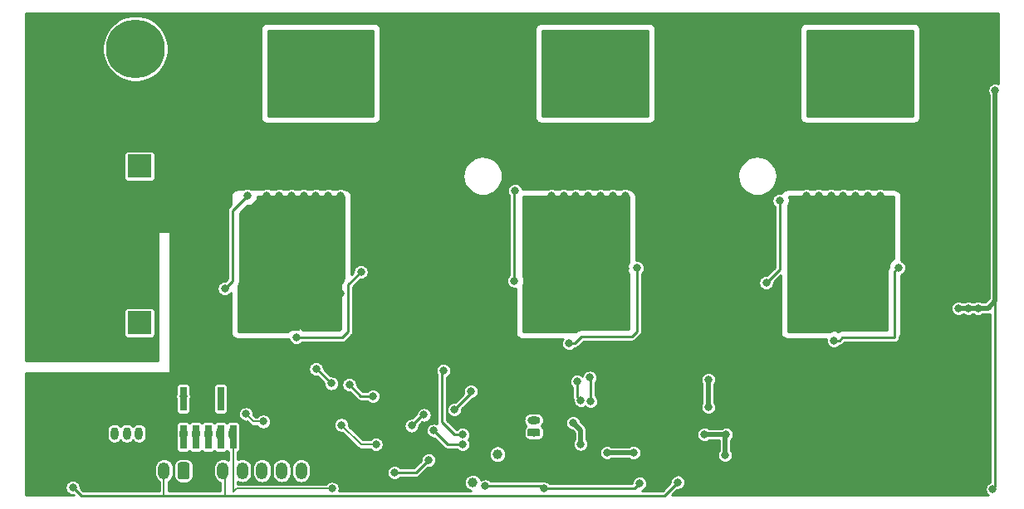
<source format=gbr>
G04 #@! TF.GenerationSoftware,KiCad,Pcbnew,(5.1.2)-2*
G04 #@! TF.CreationDate,2020-09-08T19:50:00+01:00*
G04 #@! TF.ProjectId,INV_Board,494e565f-426f-4617-9264-2e6b69636164,rev?*
G04 #@! TF.SameCoordinates,Original*
G04 #@! TF.FileFunction,Copper,L2,Bot*
G04 #@! TF.FilePolarity,Positive*
%FSLAX46Y46*%
G04 Gerber Fmt 4.6, Leading zero omitted, Abs format (unit mm)*
G04 Created by KiCad (PCBNEW (5.1.2)-2) date 2020-09-08 19:50:00*
%MOMM*%
%LPD*%
G04 APERTURE LIST*
%ADD10R,0.740000X2.400000*%
%ADD11O,0.800000X1.300000*%
%ADD12C,0.100000*%
%ADD13C,0.800000*%
%ADD14C,6.000000*%
%ADD15C,2.400000*%
%ADD16R,2.400000X2.400000*%
%ADD17O,1.200000X1.750000*%
%ADD18C,1.200000*%
%ADD19O,1.300000X0.800000*%
%ADD20C,1.000000*%
%ADD21O,1.700000X1.700000*%
%ADD22R,1.700000X1.700000*%
%ADD23O,1.900000X1.200000*%
%ADD24C,1.450000*%
%ADD25C,0.600000*%
%ADD26R,2.950000X4.900000*%
%ADD27C,0.250000*%
%ADD28C,0.500000*%
%ADD29C,0.200000*%
%ADD30C,0.254000*%
G04 APERTURE END LIST*
D10*
X61540000Y-71650000D03*
X61540000Y-67750000D03*
X60270000Y-71650000D03*
X60270000Y-67750000D03*
X59000000Y-71650000D03*
X59000000Y-67750000D03*
X57730000Y-71650000D03*
X57730000Y-67750000D03*
X56460000Y-71650000D03*
X56460000Y-67750000D03*
D11*
X51950000Y-71300000D03*
X50700000Y-71300000D03*
X49450000Y-71300000D03*
D12*
G36*
X48419603Y-70650963D02*
G01*
X48439018Y-70653843D01*
X48458057Y-70658612D01*
X48476537Y-70665224D01*
X48494279Y-70673616D01*
X48511114Y-70683706D01*
X48526879Y-70695398D01*
X48541421Y-70708579D01*
X48554602Y-70723121D01*
X48566294Y-70738886D01*
X48576384Y-70755721D01*
X48584776Y-70773463D01*
X48591388Y-70791943D01*
X48596157Y-70810982D01*
X48599037Y-70830397D01*
X48600000Y-70850000D01*
X48600000Y-71750000D01*
X48599037Y-71769603D01*
X48596157Y-71789018D01*
X48591388Y-71808057D01*
X48584776Y-71826537D01*
X48576384Y-71844279D01*
X48566294Y-71861114D01*
X48554602Y-71876879D01*
X48541421Y-71891421D01*
X48526879Y-71904602D01*
X48511114Y-71916294D01*
X48494279Y-71926384D01*
X48476537Y-71934776D01*
X48458057Y-71941388D01*
X48439018Y-71946157D01*
X48419603Y-71949037D01*
X48400000Y-71950000D01*
X48000000Y-71950000D01*
X47980397Y-71949037D01*
X47960982Y-71946157D01*
X47941943Y-71941388D01*
X47923463Y-71934776D01*
X47905721Y-71926384D01*
X47888886Y-71916294D01*
X47873121Y-71904602D01*
X47858579Y-71891421D01*
X47845398Y-71876879D01*
X47833706Y-71861114D01*
X47823616Y-71844279D01*
X47815224Y-71826537D01*
X47808612Y-71808057D01*
X47803843Y-71789018D01*
X47800963Y-71769603D01*
X47800000Y-71750000D01*
X47800000Y-70850000D01*
X47800963Y-70830397D01*
X47803843Y-70810982D01*
X47808612Y-70791943D01*
X47815224Y-70773463D01*
X47823616Y-70755721D01*
X47833706Y-70738886D01*
X47845398Y-70723121D01*
X47858579Y-70708579D01*
X47873121Y-70695398D01*
X47888886Y-70683706D01*
X47905721Y-70673616D01*
X47923463Y-70665224D01*
X47941943Y-70658612D01*
X47960982Y-70653843D01*
X47980397Y-70650963D01*
X48000000Y-70650000D01*
X48400000Y-70650000D01*
X48419603Y-70650963D01*
X48419603Y-70650963D01*
G37*
D13*
X48200000Y-71300000D03*
D14*
X44400000Y-32000000D03*
X51600000Y-32000000D03*
D15*
X44500000Y-60000000D03*
D16*
X52000000Y-60000000D03*
D15*
X44500000Y-44000000D03*
D16*
X52000000Y-44000000D03*
D17*
X52500000Y-75100000D03*
X54500000Y-75100000D03*
D12*
G36*
X56874505Y-74226204D02*
G01*
X56898773Y-74229804D01*
X56922572Y-74235765D01*
X56945671Y-74244030D01*
X56967850Y-74254520D01*
X56988893Y-74267132D01*
X57008599Y-74281747D01*
X57026777Y-74298223D01*
X57043253Y-74316401D01*
X57057868Y-74336107D01*
X57070480Y-74357150D01*
X57080970Y-74379329D01*
X57089235Y-74402428D01*
X57095196Y-74426227D01*
X57098796Y-74450495D01*
X57100000Y-74474999D01*
X57100000Y-75725001D01*
X57098796Y-75749505D01*
X57095196Y-75773773D01*
X57089235Y-75797572D01*
X57080970Y-75820671D01*
X57070480Y-75842850D01*
X57057868Y-75863893D01*
X57043253Y-75883599D01*
X57026777Y-75901777D01*
X57008599Y-75918253D01*
X56988893Y-75932868D01*
X56967850Y-75945480D01*
X56945671Y-75955970D01*
X56922572Y-75964235D01*
X56898773Y-75970196D01*
X56874505Y-75973796D01*
X56850001Y-75975000D01*
X56149999Y-75975000D01*
X56125495Y-75973796D01*
X56101227Y-75970196D01*
X56077428Y-75964235D01*
X56054329Y-75955970D01*
X56032150Y-75945480D01*
X56011107Y-75932868D01*
X55991401Y-75918253D01*
X55973223Y-75901777D01*
X55956747Y-75883599D01*
X55942132Y-75863893D01*
X55929520Y-75842850D01*
X55919030Y-75820671D01*
X55910765Y-75797572D01*
X55904804Y-75773773D01*
X55901204Y-75749505D01*
X55900000Y-75725001D01*
X55900000Y-74474999D01*
X55901204Y-74450495D01*
X55904804Y-74426227D01*
X55910765Y-74402428D01*
X55919030Y-74379329D01*
X55929520Y-74357150D01*
X55942132Y-74336107D01*
X55956747Y-74316401D01*
X55973223Y-74298223D01*
X55991401Y-74281747D01*
X56011107Y-74267132D01*
X56032150Y-74254520D01*
X56054329Y-74244030D01*
X56077428Y-74235765D01*
X56101227Y-74229804D01*
X56125495Y-74226204D01*
X56149999Y-74225000D01*
X56850001Y-74225000D01*
X56874505Y-74226204D01*
X56874505Y-74226204D01*
G37*
D18*
X56500000Y-75100000D03*
D11*
X61500000Y-71300000D03*
X60250000Y-71300000D03*
X59000000Y-71300000D03*
X57750000Y-71300000D03*
X56500000Y-71300000D03*
D12*
G36*
X55469603Y-70650963D02*
G01*
X55489018Y-70653843D01*
X55508057Y-70658612D01*
X55526537Y-70665224D01*
X55544279Y-70673616D01*
X55561114Y-70683706D01*
X55576879Y-70695398D01*
X55591421Y-70708579D01*
X55604602Y-70723121D01*
X55616294Y-70738886D01*
X55626384Y-70755721D01*
X55634776Y-70773463D01*
X55641388Y-70791943D01*
X55646157Y-70810982D01*
X55649037Y-70830397D01*
X55650000Y-70850000D01*
X55650000Y-71750000D01*
X55649037Y-71769603D01*
X55646157Y-71789018D01*
X55641388Y-71808057D01*
X55634776Y-71826537D01*
X55626384Y-71844279D01*
X55616294Y-71861114D01*
X55604602Y-71876879D01*
X55591421Y-71891421D01*
X55576879Y-71904602D01*
X55561114Y-71916294D01*
X55544279Y-71926384D01*
X55526537Y-71934776D01*
X55508057Y-71941388D01*
X55489018Y-71946157D01*
X55469603Y-71949037D01*
X55450000Y-71950000D01*
X55050000Y-71950000D01*
X55030397Y-71949037D01*
X55010982Y-71946157D01*
X54991943Y-71941388D01*
X54973463Y-71934776D01*
X54955721Y-71926384D01*
X54938886Y-71916294D01*
X54923121Y-71904602D01*
X54908579Y-71891421D01*
X54895398Y-71876879D01*
X54883706Y-71861114D01*
X54873616Y-71844279D01*
X54865224Y-71826537D01*
X54858612Y-71808057D01*
X54853843Y-71789018D01*
X54850963Y-71769603D01*
X54850000Y-71750000D01*
X54850000Y-70850000D01*
X54850963Y-70830397D01*
X54853843Y-70810982D01*
X54858612Y-70791943D01*
X54865224Y-70773463D01*
X54873616Y-70755721D01*
X54883706Y-70738886D01*
X54895398Y-70723121D01*
X54908579Y-70708579D01*
X54923121Y-70695398D01*
X54938886Y-70683706D01*
X54955721Y-70673616D01*
X54973463Y-70665224D01*
X54991943Y-70658612D01*
X55010982Y-70653843D01*
X55030397Y-70650963D01*
X55050000Y-70650000D01*
X55450000Y-70650000D01*
X55469603Y-70650963D01*
X55469603Y-70650963D01*
G37*
D13*
X55250000Y-71300000D03*
D19*
X92200000Y-68700000D03*
X92200000Y-69950000D03*
D12*
G36*
X92669603Y-70800963D02*
G01*
X92689018Y-70803843D01*
X92708057Y-70808612D01*
X92726537Y-70815224D01*
X92744279Y-70823616D01*
X92761114Y-70833706D01*
X92776879Y-70845398D01*
X92791421Y-70858579D01*
X92804602Y-70873121D01*
X92816294Y-70888886D01*
X92826384Y-70905721D01*
X92834776Y-70923463D01*
X92841388Y-70941943D01*
X92846157Y-70960982D01*
X92849037Y-70980397D01*
X92850000Y-71000000D01*
X92850000Y-71400000D01*
X92849037Y-71419603D01*
X92846157Y-71439018D01*
X92841388Y-71458057D01*
X92834776Y-71476537D01*
X92826384Y-71494279D01*
X92816294Y-71511114D01*
X92804602Y-71526879D01*
X92791421Y-71541421D01*
X92776879Y-71554602D01*
X92761114Y-71566294D01*
X92744279Y-71576384D01*
X92726537Y-71584776D01*
X92708057Y-71591388D01*
X92689018Y-71596157D01*
X92669603Y-71599037D01*
X92650000Y-71600000D01*
X91750000Y-71600000D01*
X91730397Y-71599037D01*
X91710982Y-71596157D01*
X91691943Y-71591388D01*
X91673463Y-71584776D01*
X91655721Y-71576384D01*
X91638886Y-71566294D01*
X91623121Y-71554602D01*
X91608579Y-71541421D01*
X91595398Y-71526879D01*
X91583706Y-71511114D01*
X91573616Y-71494279D01*
X91565224Y-71476537D01*
X91558612Y-71458057D01*
X91553843Y-71439018D01*
X91550963Y-71419603D01*
X91550000Y-71400000D01*
X91550000Y-71000000D01*
X91550963Y-70980397D01*
X91553843Y-70960982D01*
X91558612Y-70941943D01*
X91565224Y-70923463D01*
X91573616Y-70905721D01*
X91583706Y-70888886D01*
X91595398Y-70873121D01*
X91608579Y-70858579D01*
X91623121Y-70845398D01*
X91638886Y-70833706D01*
X91655721Y-70823616D01*
X91673463Y-70815224D01*
X91691943Y-70808612D01*
X91710982Y-70803843D01*
X91730397Y-70800963D01*
X91750000Y-70800000D01*
X92650000Y-70800000D01*
X92669603Y-70800963D01*
X92669603Y-70800963D01*
G37*
D13*
X92200000Y-71200000D03*
D17*
X60500000Y-75100000D03*
X62500000Y-75100000D03*
X64500000Y-75100000D03*
X66500000Y-75100000D03*
X68500000Y-75100000D03*
D12*
G36*
X70874505Y-74226204D02*
G01*
X70898773Y-74229804D01*
X70922572Y-74235765D01*
X70945671Y-74244030D01*
X70967850Y-74254520D01*
X70988893Y-74267132D01*
X71008599Y-74281747D01*
X71026777Y-74298223D01*
X71043253Y-74316401D01*
X71057868Y-74336107D01*
X71070480Y-74357150D01*
X71080970Y-74379329D01*
X71089235Y-74402428D01*
X71095196Y-74426227D01*
X71098796Y-74450495D01*
X71100000Y-74474999D01*
X71100000Y-75725001D01*
X71098796Y-75749505D01*
X71095196Y-75773773D01*
X71089235Y-75797572D01*
X71080970Y-75820671D01*
X71070480Y-75842850D01*
X71057868Y-75863893D01*
X71043253Y-75883599D01*
X71026777Y-75901777D01*
X71008599Y-75918253D01*
X70988893Y-75932868D01*
X70967850Y-75945480D01*
X70945671Y-75955970D01*
X70922572Y-75964235D01*
X70898773Y-75970196D01*
X70874505Y-75973796D01*
X70850001Y-75975000D01*
X70149999Y-75975000D01*
X70125495Y-75973796D01*
X70101227Y-75970196D01*
X70077428Y-75964235D01*
X70054329Y-75955970D01*
X70032150Y-75945480D01*
X70011107Y-75932868D01*
X69991401Y-75918253D01*
X69973223Y-75901777D01*
X69956747Y-75883599D01*
X69942132Y-75863893D01*
X69929520Y-75842850D01*
X69919030Y-75820671D01*
X69910765Y-75797572D01*
X69904804Y-75773773D01*
X69901204Y-75749505D01*
X69900000Y-75725001D01*
X69900000Y-74474999D01*
X69901204Y-74450495D01*
X69904804Y-74426227D01*
X69910765Y-74402428D01*
X69919030Y-74379329D01*
X69929520Y-74357150D01*
X69942132Y-74336107D01*
X69956747Y-74316401D01*
X69973223Y-74298223D01*
X69991401Y-74281747D01*
X70011107Y-74267132D01*
X70032150Y-74254520D01*
X70054329Y-74244030D01*
X70077428Y-74235765D01*
X70101227Y-74229804D01*
X70125495Y-74226204D01*
X70149999Y-74225000D01*
X70850001Y-74225000D01*
X70874505Y-74226204D01*
X70874505Y-74226204D01*
G37*
D18*
X70500000Y-75100000D03*
D20*
X88500000Y-73400000D03*
X86000000Y-76300000D03*
D21*
X70040000Y-60000000D03*
D22*
X67500000Y-60000000D03*
D21*
X99040000Y-59500000D03*
D22*
X96500000Y-59500000D03*
D21*
X125040000Y-59500000D03*
D22*
X122500000Y-59500000D03*
D23*
X41662500Y-76400000D03*
X41662500Y-69400000D03*
D24*
X44362500Y-75400000D03*
X44362500Y-70400000D03*
D25*
X134490000Y-72220000D03*
X134490000Y-73520000D03*
X135790000Y-73520000D03*
X135790000Y-72220000D03*
X134490000Y-76120000D03*
X134490000Y-74820000D03*
X135790000Y-74820000D03*
X135790000Y-76120000D03*
D26*
X135140000Y-74170000D03*
D13*
X79750000Y-70500000D03*
X99675000Y-73250000D03*
X81000000Y-69400000D03*
X96967367Y-72367367D03*
X102375021Y-73250000D03*
X96200000Y-70200000D03*
X56460000Y-67525000D03*
X70200000Y-72800000D03*
X67200000Y-72700000D03*
X79750000Y-38500000D03*
X136250000Y-40500000D03*
X133750000Y-40500000D03*
X133750000Y-38000000D03*
X107250000Y-40500000D03*
X109750000Y-40500000D03*
X107250000Y-38000000D03*
X82250000Y-41000000D03*
X135500000Y-66500000D03*
X136500000Y-66500000D03*
X137500000Y-66500000D03*
X137500000Y-65000000D03*
X136500000Y-65000000D03*
X135500000Y-65000000D03*
X134000000Y-67500000D03*
X72800000Y-76900000D03*
X132500000Y-43000000D03*
X137500000Y-43000000D03*
X132500000Y-38000000D03*
X135000000Y-40500000D03*
X135000000Y-38000000D03*
X132500000Y-40500000D03*
X135000000Y-43000000D03*
X137500000Y-40500000D03*
X106000000Y-43000000D03*
X111000000Y-43000000D03*
X106000000Y-38000000D03*
X108500000Y-40500000D03*
X108500000Y-38000000D03*
X106000000Y-40500000D03*
X108500000Y-43000000D03*
X111000000Y-40500000D03*
X78500000Y-43500000D03*
X83500000Y-43500000D03*
X78500000Y-38500000D03*
X83500000Y-38500000D03*
X81000000Y-41000000D03*
X81000000Y-38500000D03*
X78500000Y-41000000D03*
X81000000Y-43500000D03*
X83500000Y-41000000D03*
X82697312Y-73548519D03*
X98950000Y-71450000D03*
X64592500Y-64407500D03*
X91892500Y-63907500D03*
X119325732Y-63907500D03*
X79500000Y-71900000D03*
X96200000Y-75712494D03*
X89000000Y-75512478D03*
X137500000Y-38000000D03*
X111000000Y-38000000D03*
X107250000Y-39250000D03*
X109750000Y-39250000D03*
X109750000Y-41750000D03*
X107250000Y-41750000D03*
X133750000Y-39250000D03*
X136250000Y-39250000D03*
X136250000Y-41750000D03*
X133750000Y-41750000D03*
X79750000Y-39750000D03*
X82250000Y-39750000D03*
X82250000Y-42250000D03*
X79750000Y-42250000D03*
X107500000Y-75250000D03*
X108200000Y-72600000D03*
X131000000Y-72000000D03*
X129000000Y-67700011D03*
X102250000Y-75750000D03*
X119800000Y-73200000D03*
X108400000Y-68800000D03*
X106600000Y-71000000D03*
X119200000Y-68800000D03*
X114000000Y-76300000D03*
X114600000Y-73200000D03*
X113100000Y-68800000D03*
X78500000Y-39750000D03*
X81000000Y-39750000D03*
X83500000Y-39750000D03*
X79750000Y-41000000D03*
X78500000Y-42250000D03*
X81000000Y-42250000D03*
X83500000Y-42250000D03*
X82250000Y-43500000D03*
X79750000Y-43500000D03*
X106000000Y-39250000D03*
X108500000Y-39250000D03*
X109750000Y-38000000D03*
X111000000Y-39250000D03*
X106000000Y-41750000D03*
X108500000Y-41750000D03*
X111000000Y-41750000D03*
X109750000Y-43000000D03*
X107250000Y-43000000D03*
X132500000Y-39250000D03*
X136250000Y-38000000D03*
X137500000Y-39250000D03*
X135000000Y-39250000D03*
X132500000Y-41750000D03*
X135000000Y-41750000D03*
X137500000Y-41750000D03*
X133750000Y-43000000D03*
X136250000Y-43000000D03*
X82250000Y-38500000D03*
X103500000Y-70300000D03*
X55800000Y-64100000D03*
X78200000Y-66300032D03*
X69600000Y-66503674D03*
X62600000Y-73000000D03*
X74028419Y-65396407D03*
X75300000Y-71200065D03*
X49500000Y-76500000D03*
X126750000Y-33000000D03*
X124250000Y-33000000D03*
X124250000Y-30500000D03*
X126750000Y-30500000D03*
X129250000Y-30500000D03*
X129250000Y-33000000D03*
X129250000Y-35500000D03*
X126750000Y-35500000D03*
X124250000Y-35500000D03*
X121750000Y-35500000D03*
X121750000Y-33000000D03*
X121750000Y-30500000D03*
X121750000Y-38000000D03*
X124250000Y-38000000D03*
X126750000Y-38000000D03*
X129250000Y-38000000D03*
X125500000Y-36750000D03*
X128000000Y-36750000D03*
X123000000Y-36750000D03*
X125500000Y-34250000D03*
X128000000Y-34250000D03*
X123000000Y-34250000D03*
X128000000Y-31750000D03*
X125500000Y-31750000D03*
X123000000Y-31750000D03*
X99700000Y-33000000D03*
X97200000Y-33000000D03*
X97200000Y-30500000D03*
X99700000Y-30500000D03*
X102200000Y-30500000D03*
X102200000Y-33000000D03*
X102200000Y-35500000D03*
X99700000Y-35500000D03*
X97200000Y-35500000D03*
X94700000Y-35500000D03*
X94700000Y-33000000D03*
X94700000Y-30500000D03*
X94700000Y-38000000D03*
X97200000Y-38000000D03*
X99700000Y-38000000D03*
X102200000Y-38000000D03*
X98450000Y-36750000D03*
X100950000Y-36750000D03*
X95950000Y-36750000D03*
X98450000Y-34250000D03*
X103450000Y-34250000D03*
X100950000Y-34250000D03*
X95950000Y-34250000D03*
X103450000Y-34250000D03*
X103450000Y-31750000D03*
X100950000Y-31750000D03*
X98450000Y-31750000D03*
X95950000Y-31750000D03*
X71700000Y-33000000D03*
X69200000Y-33000000D03*
X69200000Y-30500000D03*
X71700000Y-30500000D03*
X74200000Y-30500000D03*
X74200000Y-33000000D03*
X74200000Y-35500000D03*
X71700000Y-35500000D03*
X69200000Y-35500000D03*
X66700000Y-35500000D03*
X66700000Y-33000000D03*
X66700000Y-30500000D03*
X66700000Y-38000000D03*
X69200000Y-38000000D03*
X71700000Y-38000000D03*
X74200000Y-38000000D03*
X70450000Y-36750000D03*
X75450000Y-36750000D03*
X72950000Y-36750000D03*
X67950000Y-36750000D03*
X70450000Y-34250000D03*
X75450000Y-34250000D03*
X72950000Y-34250000D03*
X67950000Y-34250000D03*
X75450000Y-34250000D03*
X75450000Y-31750000D03*
X72950000Y-31750000D03*
X70450000Y-31750000D03*
X67950000Y-31750000D03*
X69250000Y-36750000D03*
X74250000Y-36750000D03*
X71750000Y-36750000D03*
X66750000Y-36750000D03*
X69250000Y-34250000D03*
X74250000Y-34250000D03*
X71750000Y-34250000D03*
X66750000Y-34250000D03*
X74250000Y-34250000D03*
X74250000Y-31750000D03*
X71750000Y-31750000D03*
X69250000Y-31750000D03*
X66750000Y-31750000D03*
X129250000Y-36750000D03*
X126750000Y-36750000D03*
X124250000Y-36750000D03*
X121750000Y-36750000D03*
X121750000Y-34250000D03*
X124250000Y-34250000D03*
X126750000Y-34250000D03*
X129250000Y-34250000D03*
X129250000Y-31750000D03*
X126750000Y-31750000D03*
X124250000Y-31750000D03*
X121750000Y-31750000D03*
X102250000Y-36750000D03*
X99750000Y-36750000D03*
X97250000Y-36750000D03*
X94750000Y-36750000D03*
X94750000Y-34250000D03*
X97250000Y-34250000D03*
X99750000Y-34250000D03*
X102250000Y-34250000D03*
X102250000Y-31750000D03*
X99750000Y-31750000D03*
X97250000Y-31750000D03*
X94750000Y-31750000D03*
X93500000Y-35500000D03*
X98500000Y-38000000D03*
X96000000Y-38000000D03*
X101000000Y-30500000D03*
X98500000Y-33000000D03*
X96000000Y-33000000D03*
X93500000Y-38000000D03*
X103500000Y-33000000D03*
X101000000Y-35500000D03*
X93500000Y-33000000D03*
X101000000Y-33000000D03*
X103500000Y-30500000D03*
X93500000Y-30500000D03*
X96000000Y-35500000D03*
X96000000Y-30500000D03*
X98500000Y-35500000D03*
X101000000Y-38000000D03*
X120500000Y-35500000D03*
X125500000Y-38000000D03*
X123000000Y-38000000D03*
X128000000Y-30500000D03*
X125500000Y-33000000D03*
X123000000Y-33000000D03*
X120500000Y-38000000D03*
X130500000Y-33000000D03*
X128000000Y-35500000D03*
X120500000Y-33000000D03*
X128000000Y-33000000D03*
X130500000Y-30500000D03*
X120500000Y-30500000D03*
X123000000Y-35500000D03*
X123000000Y-30500000D03*
X125500000Y-35500000D03*
X128000000Y-38000000D03*
X125500000Y-30500000D03*
X130500000Y-35500000D03*
X98500000Y-30500000D03*
X103500000Y-35500000D03*
X70500000Y-33000000D03*
X68000000Y-33000000D03*
X68000000Y-30500000D03*
X70500000Y-30500000D03*
X73000000Y-30500000D03*
X73000000Y-33000000D03*
X73000000Y-35500000D03*
X70500000Y-35500000D03*
X68000000Y-35500000D03*
X65500000Y-35500000D03*
X65500000Y-33000000D03*
X65500000Y-30500000D03*
X75500000Y-30500000D03*
X75500000Y-33000000D03*
X75500000Y-35500000D03*
X65500000Y-38000000D03*
X68000000Y-38000000D03*
X70500000Y-38000000D03*
X73000000Y-38000000D03*
X139250000Y-36250000D03*
X137500000Y-58500000D03*
X135500000Y-58500000D03*
X136500000Y-58500000D03*
X139000000Y-77000000D03*
X130500000Y-31750000D03*
X130500000Y-34250000D03*
X97000000Y-67900014D03*
X96607625Y-65999963D03*
X84922345Y-71412159D03*
X82985632Y-64864851D03*
X122500000Y-50750000D03*
X122500000Y-53250000D03*
X120000000Y-53250000D03*
X120000000Y-50750000D03*
X120000000Y-48250000D03*
X122500000Y-48250000D03*
X125000000Y-48250000D03*
X125000000Y-50750000D03*
X125000000Y-53250000D03*
X125000000Y-55750000D03*
X122500000Y-55750000D03*
X120000000Y-55750000D03*
X127500000Y-55750000D03*
X127500000Y-53250000D03*
X127500000Y-50750000D03*
X127500000Y-48250000D03*
X126250000Y-52000000D03*
X126250000Y-47000000D03*
X126250000Y-49500000D03*
X126250000Y-54500000D03*
X123750000Y-52000000D03*
X123750000Y-47000000D03*
X123750000Y-49500000D03*
X123750000Y-54500000D03*
X123750000Y-47000000D03*
X121250000Y-47000000D03*
X121250000Y-49500000D03*
X121250000Y-52000000D03*
X121250000Y-54500000D03*
X121250000Y-55750000D03*
X123750000Y-55750000D03*
X126250000Y-55750000D03*
X126250000Y-53250000D03*
X123750000Y-53250000D03*
X121250000Y-53250000D03*
X121250000Y-50750000D03*
X123750000Y-50750000D03*
X126250000Y-50750000D03*
X126250000Y-48250000D03*
X124000000Y-48250000D03*
X121250000Y-48250000D03*
X125000000Y-52000000D03*
X122500000Y-47000000D03*
X125000000Y-57000000D03*
X122500000Y-57000000D03*
X120000000Y-57000000D03*
X120000000Y-54500000D03*
X122500000Y-52000000D03*
X122500000Y-54500000D03*
X127500000Y-47000000D03*
X127500000Y-54500000D03*
X120000000Y-52000000D03*
X127500000Y-49500000D03*
X120000000Y-47000000D03*
X127500000Y-52000000D03*
X127500000Y-57000000D03*
X122500000Y-49500000D03*
X120000000Y-49500000D03*
X125000000Y-47000000D03*
X125000000Y-54500000D03*
X125000000Y-49500000D03*
X96500000Y-50750000D03*
X96500000Y-53250000D03*
X94000000Y-53250000D03*
X94000000Y-50750000D03*
X94000000Y-48250000D03*
X96500000Y-48250000D03*
X99000000Y-48250000D03*
X99000000Y-50750000D03*
X99000000Y-53250000D03*
X99000000Y-55750000D03*
X96500000Y-55750000D03*
X94000000Y-55750000D03*
X101500000Y-55750000D03*
X101500000Y-53250000D03*
X101500000Y-50750000D03*
X101500000Y-48250000D03*
X100250000Y-52000000D03*
X100250000Y-47000000D03*
X100250000Y-49500000D03*
X100250000Y-54500000D03*
X97750000Y-52000000D03*
X97750000Y-47000000D03*
X97750000Y-49500000D03*
X97750000Y-54500000D03*
X97750000Y-47000000D03*
X95250000Y-47000000D03*
X95250000Y-49500000D03*
X95250000Y-52000000D03*
X95250000Y-54500000D03*
X95250000Y-55750000D03*
X97750000Y-55750000D03*
X100250000Y-55750000D03*
X100250000Y-53250000D03*
X97750000Y-53250000D03*
X95250000Y-53250000D03*
X95250000Y-50750000D03*
X97750000Y-50750000D03*
X100250000Y-50750000D03*
X100250000Y-48250000D03*
X97750000Y-48250000D03*
X95250000Y-48250000D03*
X99000000Y-52000000D03*
X96500000Y-47000000D03*
X99000000Y-57000000D03*
X96500000Y-57000000D03*
X94000000Y-57000000D03*
X94000000Y-54500000D03*
X96500000Y-52000000D03*
X96500000Y-54500000D03*
X101500000Y-47000000D03*
X101500000Y-54500000D03*
X94000000Y-52000000D03*
X101500000Y-49500000D03*
X94000000Y-47000000D03*
X101500000Y-52000000D03*
X101500000Y-57000000D03*
X96500000Y-49500000D03*
X94000000Y-49500000D03*
X99000000Y-47000000D03*
X99000000Y-54500000D03*
X99000000Y-49500000D03*
X67500000Y-50750000D03*
X67500000Y-53250000D03*
X65000000Y-53250000D03*
X65000000Y-50750000D03*
X65000000Y-48250000D03*
X67500000Y-48250000D03*
X70000000Y-48250000D03*
X70000000Y-50750000D03*
X70000000Y-53250000D03*
X70000000Y-55750000D03*
X67500000Y-55750000D03*
X65000000Y-55750000D03*
X72500000Y-55750000D03*
X72500000Y-53250000D03*
X72500000Y-50750000D03*
X72500000Y-48250000D03*
X71250000Y-52000000D03*
X71250000Y-47000000D03*
X71250000Y-49500000D03*
X71250000Y-54500000D03*
X68750000Y-52000000D03*
X68750000Y-47000000D03*
X68750000Y-49500000D03*
X68750000Y-54500000D03*
X68750000Y-47000000D03*
X66250000Y-47000000D03*
X66250000Y-49500000D03*
X66250000Y-52000000D03*
X66250000Y-54500000D03*
X66250000Y-55750000D03*
X68750000Y-55750000D03*
X71250000Y-55750000D03*
X71250000Y-53250000D03*
X68750000Y-53000000D03*
X66250000Y-53000000D03*
X66250000Y-50750000D03*
X68750000Y-50750000D03*
X71250000Y-50750000D03*
X71250000Y-48250000D03*
X68750000Y-48250000D03*
X66250000Y-48250000D03*
X72500000Y-57000000D03*
X67500000Y-49500000D03*
X65000000Y-52000000D03*
X70000000Y-52000000D03*
X65000000Y-49500000D03*
X70000000Y-54500000D03*
X70000000Y-47000000D03*
X72500000Y-49500000D03*
X70000000Y-57000000D03*
X70000000Y-49500000D03*
X65000000Y-57000000D03*
X67500000Y-47000000D03*
X67500000Y-57000000D03*
X65000000Y-54500000D03*
X72500000Y-54500000D03*
X67500000Y-54500000D03*
X65000000Y-47000000D03*
X72500000Y-52000000D03*
X67500000Y-52000000D03*
X72500000Y-47000000D03*
X84108974Y-68875004D03*
X85787340Y-66987340D03*
X97992467Y-68022609D03*
X97926355Y-65579701D03*
X84952676Y-72411711D03*
X82000000Y-71000000D03*
X71554459Y-66180275D03*
X70007299Y-64703628D03*
X73400002Y-66300000D03*
X75800000Y-67474936D03*
X78000000Y-75300000D03*
X81500000Y-74000000D03*
X71624988Y-76924970D03*
X87253016Y-76671243D03*
X103005698Y-76404938D03*
X93250000Y-76924974D03*
X115900000Y-55900000D03*
X117250000Y-47500000D03*
X122800000Y-61800000D03*
X129385002Y-54358579D03*
X90200000Y-55700000D03*
X90300000Y-46500000D03*
X95800000Y-62100000D03*
X102700000Y-54400000D03*
X60700000Y-56500000D03*
X63000000Y-47000000D03*
X74585082Y-54800000D03*
X68000000Y-61500000D03*
X72600000Y-70425079D03*
X76112196Y-72413151D03*
X64620584Y-70070075D03*
X62866994Y-69305667D03*
X106900000Y-76275000D03*
X45200000Y-76800000D03*
X111800000Y-71400000D03*
X111700000Y-73500000D03*
X109600000Y-71400000D03*
X110000000Y-68600044D03*
X110000000Y-65800004D03*
D27*
X79750000Y-70500000D02*
X80850000Y-69400000D01*
X80850000Y-69400000D02*
X81000000Y-69400000D01*
D28*
X99675000Y-73250000D02*
X102375021Y-73250000D01*
X96967367Y-72367367D02*
X96967367Y-70967367D01*
X96599999Y-70599999D02*
X96200000Y-70200000D01*
X96967367Y-70967367D02*
X96599999Y-70599999D01*
D29*
X56460000Y-67750000D02*
X56460000Y-67525000D01*
D27*
X53060000Y-74600000D02*
X53100000Y-74640000D01*
X51700000Y-74600000D02*
X53060000Y-74600000D01*
X50800000Y-73000000D02*
X50800000Y-73700000D01*
X50800000Y-73700000D02*
X51700000Y-74600000D01*
D28*
X139250000Y-36250000D02*
X139250000Y-57750000D01*
D27*
X139250000Y-57750000D02*
X139250000Y-76750000D01*
X139250000Y-76750000D02*
X139000000Y-77000000D01*
D28*
X135500000Y-58500000D02*
X136500000Y-58500000D01*
X136500000Y-58500000D02*
X137500000Y-58500000D01*
X138500000Y-58500000D02*
X139250000Y-57750000D01*
X137500000Y-58500000D02*
X138500000Y-58500000D01*
D27*
X96607625Y-67507639D02*
X97000000Y-67900014D01*
X96607625Y-65999963D02*
X96607625Y-67507639D01*
X82800000Y-70100000D02*
X82800000Y-65050483D01*
X82800000Y-65050483D02*
X82985632Y-64864851D01*
X84922345Y-71412159D02*
X84112159Y-71412159D01*
X84112159Y-71412159D02*
X82800000Y-70100000D01*
X84108974Y-68875004D02*
X85787340Y-67196638D01*
X85787340Y-67196638D02*
X85787340Y-66987340D01*
X97992467Y-68022609D02*
X97992467Y-65645813D01*
X97992467Y-65645813D02*
X97926355Y-65579701D01*
X84952676Y-72411711D02*
X83411711Y-72411711D01*
X83411711Y-72411711D02*
X82000000Y-71000000D01*
X71554459Y-66180275D02*
X70077812Y-64703628D01*
X70077812Y-64703628D02*
X70007299Y-64703628D01*
X73400002Y-66300000D02*
X74574938Y-67474936D01*
X75234315Y-67474936D02*
X75800000Y-67474936D01*
X74574938Y-67474936D02*
X75234315Y-67474936D01*
X80200000Y-75300000D02*
X81500000Y-74000000D01*
X78000000Y-75300000D02*
X80200000Y-75300000D01*
D29*
X61540000Y-72480000D02*
X61540000Y-71650000D01*
X61600000Y-77200000D02*
X61540000Y-77140000D01*
X61540000Y-77140000D02*
X61540000Y-72480000D01*
X61600010Y-77224980D02*
X61900020Y-76924970D01*
X71059303Y-76924970D02*
X71624988Y-76924970D01*
X61900020Y-76924970D02*
X71059303Y-76924970D01*
D27*
X93815685Y-76924974D02*
X93250000Y-76924974D01*
X92996269Y-76671243D02*
X93250000Y-76924974D01*
X87253016Y-76671243D02*
X92996269Y-76671243D01*
X102485662Y-76924974D02*
X93815685Y-76924974D01*
X103005698Y-76404938D02*
X102485662Y-76924974D01*
X117250000Y-54550000D02*
X117250000Y-47500000D01*
X115900000Y-55900000D02*
X117250000Y-54550000D01*
X129000000Y-54743581D02*
X129385002Y-54358579D01*
X129000000Y-61500000D02*
X129000000Y-54743581D01*
X123665685Y-61500000D02*
X129000000Y-61500000D01*
X122800000Y-61800000D02*
X123365685Y-61800000D01*
X123365685Y-61800000D02*
X123665685Y-61500000D01*
X90200000Y-55700000D02*
X90200000Y-46600000D01*
X90200000Y-46600000D02*
X90300000Y-46500000D01*
X96365685Y-62100000D02*
X97065685Y-61400000D01*
X95800000Y-62100000D02*
X96365685Y-62100000D01*
X97065685Y-61400000D02*
X102200000Y-61400000D01*
X102200000Y-61400000D02*
X102700000Y-60900000D01*
X102700000Y-60900000D02*
X102700000Y-54400000D01*
X61500000Y-48500000D02*
X63000000Y-47000000D01*
X60700000Y-56500000D02*
X61500000Y-55700000D01*
X61500000Y-55700000D02*
X61500000Y-48500000D01*
X68565685Y-61500000D02*
X68000000Y-61500000D01*
X72700000Y-61500000D02*
X68565685Y-61500000D01*
X73300000Y-60900000D02*
X72700000Y-61500000D01*
X74585082Y-54800000D02*
X73300000Y-56085082D01*
X73300000Y-56085082D02*
X73300000Y-60900000D01*
D29*
X72600000Y-70425079D02*
X74588072Y-72413151D01*
X75546511Y-72413151D02*
X76112196Y-72413151D01*
X74588072Y-72413151D02*
X75546511Y-72413151D01*
X64054899Y-70070075D02*
X64620584Y-70070075D01*
X63631402Y-70070075D02*
X64054899Y-70070075D01*
X62866994Y-69305667D02*
X63631402Y-70070075D01*
D28*
X109600000Y-71400000D02*
X109600000Y-71400000D01*
X111700000Y-71500000D02*
X111800000Y-71400000D01*
X111700000Y-73500000D02*
X111700000Y-71500000D01*
X109600000Y-71400000D02*
X111800000Y-71400000D01*
D29*
X60700000Y-77600000D02*
X60650010Y-77649990D01*
X60700000Y-75100000D02*
X60700000Y-77600000D01*
D27*
X60650010Y-77649990D02*
X54549990Y-77649990D01*
D29*
X54500000Y-77600000D02*
X54549990Y-77649990D01*
X54500000Y-75100000D02*
X54500000Y-77600000D01*
D27*
X106900000Y-76275000D02*
X105525010Y-77649990D01*
X105525010Y-77649990D02*
X60650010Y-77649990D01*
X46049990Y-77649990D02*
X45200000Y-76800000D01*
X54549990Y-77649990D02*
X46049990Y-77649990D01*
D28*
X110000000Y-68600044D02*
X110000000Y-65800004D01*
D30*
G36*
X139598000Y-35553127D02*
G01*
X139476643Y-35502859D01*
X139326528Y-35473000D01*
X139173472Y-35473000D01*
X139023357Y-35502859D01*
X138881952Y-35561431D01*
X138754691Y-35646464D01*
X138646464Y-35754691D01*
X138561431Y-35881952D01*
X138502859Y-36023357D01*
X138473000Y-36173472D01*
X138473000Y-36326528D01*
X138502859Y-36476643D01*
X138561431Y-36618048D01*
X138623000Y-36710193D01*
X138623001Y-57490287D01*
X138240289Y-57873000D01*
X137960193Y-57873000D01*
X137868048Y-57811431D01*
X137726643Y-57752859D01*
X137576528Y-57723000D01*
X137423472Y-57723000D01*
X137273357Y-57752859D01*
X137131952Y-57811431D01*
X137039807Y-57873000D01*
X136960193Y-57873000D01*
X136868048Y-57811431D01*
X136726643Y-57752859D01*
X136576528Y-57723000D01*
X136423472Y-57723000D01*
X136273357Y-57752859D01*
X136131952Y-57811431D01*
X136039807Y-57873000D01*
X135960193Y-57873000D01*
X135868048Y-57811431D01*
X135726643Y-57752859D01*
X135576528Y-57723000D01*
X135423472Y-57723000D01*
X135273357Y-57752859D01*
X135131952Y-57811431D01*
X135004691Y-57896464D01*
X134896464Y-58004691D01*
X134811431Y-58131952D01*
X134752859Y-58273357D01*
X134723000Y-58423472D01*
X134723000Y-58576528D01*
X134752859Y-58726643D01*
X134811431Y-58868048D01*
X134896464Y-58995309D01*
X135004691Y-59103536D01*
X135131952Y-59188569D01*
X135273357Y-59247141D01*
X135423472Y-59277000D01*
X135576528Y-59277000D01*
X135726643Y-59247141D01*
X135868048Y-59188569D01*
X135960193Y-59127000D01*
X136039807Y-59127000D01*
X136131952Y-59188569D01*
X136273357Y-59247141D01*
X136423472Y-59277000D01*
X136576528Y-59277000D01*
X136726643Y-59247141D01*
X136868048Y-59188569D01*
X136960193Y-59127000D01*
X137039807Y-59127000D01*
X137131952Y-59188569D01*
X137273357Y-59247141D01*
X137423472Y-59277000D01*
X137576528Y-59277000D01*
X137726643Y-59247141D01*
X137868048Y-59188569D01*
X137960193Y-59127000D01*
X138469206Y-59127000D01*
X138500000Y-59130033D01*
X138530794Y-59127000D01*
X138622913Y-59117927D01*
X138741103Y-59082075D01*
X138748000Y-59078388D01*
X138748001Y-76263362D01*
X138631952Y-76311431D01*
X138504691Y-76396464D01*
X138396464Y-76504691D01*
X138311431Y-76631952D01*
X138252859Y-76773357D01*
X138223000Y-76923472D01*
X138223000Y-77076528D01*
X138252859Y-77226643D01*
X138311431Y-77368048D01*
X138396464Y-77495309D01*
X138499155Y-77598000D01*
X106286934Y-77598000D01*
X106832935Y-77052000D01*
X106976528Y-77052000D01*
X107126643Y-77022141D01*
X107268048Y-76963569D01*
X107395309Y-76878536D01*
X107503536Y-76770309D01*
X107588569Y-76643048D01*
X107647141Y-76501643D01*
X107677000Y-76351528D01*
X107677000Y-76198472D01*
X107647141Y-76048357D01*
X107588569Y-75906952D01*
X107503536Y-75779691D01*
X107395309Y-75671464D01*
X107268048Y-75586431D01*
X107126643Y-75527859D01*
X106976528Y-75498000D01*
X106823472Y-75498000D01*
X106673357Y-75527859D01*
X106531952Y-75586431D01*
X106404691Y-75671464D01*
X106296464Y-75779691D01*
X106211431Y-75906952D01*
X106152859Y-76048357D01*
X106123000Y-76198472D01*
X106123000Y-76342065D01*
X105317076Y-77147990D01*
X103242213Y-77147990D01*
X103373746Y-77093507D01*
X103501007Y-77008474D01*
X103609234Y-76900247D01*
X103694267Y-76772986D01*
X103752839Y-76631581D01*
X103782698Y-76481466D01*
X103782698Y-76328410D01*
X103752839Y-76178295D01*
X103694267Y-76036890D01*
X103609234Y-75909629D01*
X103501007Y-75801402D01*
X103373746Y-75716369D01*
X103232341Y-75657797D01*
X103082226Y-75627938D01*
X102929170Y-75627938D01*
X102779055Y-75657797D01*
X102637650Y-75716369D01*
X102510389Y-75801402D01*
X102402162Y-75909629D01*
X102317129Y-76036890D01*
X102258557Y-76178295D01*
X102228698Y-76328410D01*
X102228698Y-76422974D01*
X93846845Y-76422974D01*
X93745309Y-76321438D01*
X93618048Y-76236405D01*
X93476643Y-76177833D01*
X93326528Y-76147974D01*
X93173472Y-76147974D01*
X93051435Y-76172248D01*
X93020922Y-76169243D01*
X93020912Y-76169243D01*
X92996269Y-76166816D01*
X92971626Y-76169243D01*
X87849861Y-76169243D01*
X87748325Y-76067707D01*
X87621064Y-75982674D01*
X87479659Y-75924102D01*
X87329544Y-75894243D01*
X87176488Y-75894243D01*
X87026373Y-75924102D01*
X86884968Y-75982674D01*
X86832373Y-76017817D01*
X86777187Y-75884585D01*
X86681210Y-75740945D01*
X86559055Y-75618790D01*
X86415415Y-75522813D01*
X86255811Y-75456703D01*
X86086377Y-75423000D01*
X85913623Y-75423000D01*
X85744189Y-75456703D01*
X85584585Y-75522813D01*
X85440945Y-75618790D01*
X85318790Y-75740945D01*
X85222813Y-75884585D01*
X85156703Y-76044189D01*
X85123000Y-76213623D01*
X85123000Y-76386377D01*
X85156703Y-76555811D01*
X85222813Y-76715415D01*
X85318790Y-76859055D01*
X85440945Y-76981210D01*
X85584585Y-77077187D01*
X85744189Y-77143297D01*
X85767782Y-77147990D01*
X72372850Y-77147990D01*
X72401988Y-77001498D01*
X72401988Y-76848442D01*
X72372129Y-76698327D01*
X72313557Y-76556922D01*
X72228524Y-76429661D01*
X72120297Y-76321434D01*
X71993036Y-76236401D01*
X71851631Y-76177829D01*
X71701516Y-76147970D01*
X71548460Y-76147970D01*
X71398345Y-76177829D01*
X71256940Y-76236401D01*
X71129679Y-76321434D01*
X71021452Y-76429661D01*
X71009218Y-76447970D01*
X62017000Y-76447970D01*
X62017000Y-76224639D01*
X62124309Y-76281997D01*
X62308475Y-76337863D01*
X62500000Y-76356727D01*
X62691524Y-76337863D01*
X62875690Y-76281997D01*
X63045418Y-76191276D01*
X63194186Y-76069186D01*
X63316276Y-75920418D01*
X63406997Y-75750691D01*
X63462863Y-75566525D01*
X63477000Y-75422993D01*
X63477000Y-74777008D01*
X63477000Y-74777007D01*
X63523000Y-74777007D01*
X63523000Y-75422992D01*
X63537137Y-75566524D01*
X63593003Y-75750690D01*
X63683724Y-75920418D01*
X63805814Y-76069186D01*
X63954582Y-76191276D01*
X64124309Y-76281997D01*
X64308475Y-76337863D01*
X64500000Y-76356727D01*
X64691524Y-76337863D01*
X64875690Y-76281997D01*
X65045418Y-76191276D01*
X65194186Y-76069186D01*
X65316276Y-75920418D01*
X65406997Y-75750691D01*
X65462863Y-75566525D01*
X65477000Y-75422993D01*
X65477000Y-74777008D01*
X65477000Y-74777007D01*
X65523000Y-74777007D01*
X65523000Y-75422992D01*
X65537137Y-75566524D01*
X65593003Y-75750690D01*
X65683724Y-75920418D01*
X65805814Y-76069186D01*
X65954582Y-76191276D01*
X66124309Y-76281997D01*
X66308475Y-76337863D01*
X66500000Y-76356727D01*
X66691524Y-76337863D01*
X66875690Y-76281997D01*
X67045418Y-76191276D01*
X67194186Y-76069186D01*
X67316276Y-75920418D01*
X67406997Y-75750691D01*
X67462863Y-75566525D01*
X67477000Y-75422993D01*
X67477000Y-74777008D01*
X67477000Y-74777007D01*
X67523000Y-74777007D01*
X67523000Y-75422992D01*
X67537137Y-75566524D01*
X67593003Y-75750690D01*
X67683724Y-75920418D01*
X67805814Y-76069186D01*
X67954582Y-76191276D01*
X68124309Y-76281997D01*
X68308475Y-76337863D01*
X68500000Y-76356727D01*
X68691524Y-76337863D01*
X68875690Y-76281997D01*
X69045418Y-76191276D01*
X69194186Y-76069186D01*
X69316276Y-75920418D01*
X69406997Y-75750691D01*
X69462863Y-75566525D01*
X69477000Y-75422993D01*
X69477000Y-75223472D01*
X77223000Y-75223472D01*
X77223000Y-75376528D01*
X77252859Y-75526643D01*
X77311431Y-75668048D01*
X77396464Y-75795309D01*
X77504691Y-75903536D01*
X77631952Y-75988569D01*
X77773357Y-76047141D01*
X77923472Y-76077000D01*
X78076528Y-76077000D01*
X78226643Y-76047141D01*
X78368048Y-75988569D01*
X78495309Y-75903536D01*
X78596845Y-75802000D01*
X80175357Y-75802000D01*
X80200000Y-75804427D01*
X80224643Y-75802000D01*
X80224653Y-75802000D01*
X80298409Y-75794736D01*
X80393036Y-75766031D01*
X80480245Y-75719417D01*
X80556684Y-75656684D01*
X80572401Y-75637533D01*
X81432935Y-74777000D01*
X81576528Y-74777000D01*
X81726643Y-74747141D01*
X81868048Y-74688569D01*
X81995309Y-74603536D01*
X82103536Y-74495309D01*
X82188569Y-74368048D01*
X82247141Y-74226643D01*
X82277000Y-74076528D01*
X82277000Y-73923472D01*
X82247141Y-73773357D01*
X82188569Y-73631952D01*
X82103536Y-73504691D01*
X81995309Y-73396464D01*
X81871329Y-73313623D01*
X87623000Y-73313623D01*
X87623000Y-73486377D01*
X87656703Y-73655811D01*
X87722813Y-73815415D01*
X87818790Y-73959055D01*
X87940945Y-74081210D01*
X88084585Y-74177187D01*
X88244189Y-74243297D01*
X88413623Y-74277000D01*
X88586377Y-74277000D01*
X88755811Y-74243297D01*
X88915415Y-74177187D01*
X89059055Y-74081210D01*
X89181210Y-73959055D01*
X89277187Y-73815415D01*
X89343297Y-73655811D01*
X89377000Y-73486377D01*
X89377000Y-73313623D01*
X89349122Y-73173472D01*
X98898000Y-73173472D01*
X98898000Y-73326528D01*
X98927859Y-73476643D01*
X98986431Y-73618048D01*
X99071464Y-73745309D01*
X99179691Y-73853536D01*
X99306952Y-73938569D01*
X99448357Y-73997141D01*
X99598472Y-74027000D01*
X99751528Y-74027000D01*
X99901643Y-73997141D01*
X100043048Y-73938569D01*
X100135193Y-73877000D01*
X101914828Y-73877000D01*
X102006973Y-73938569D01*
X102148378Y-73997141D01*
X102298493Y-74027000D01*
X102451549Y-74027000D01*
X102601664Y-73997141D01*
X102743069Y-73938569D01*
X102870330Y-73853536D01*
X102978557Y-73745309D01*
X103063590Y-73618048D01*
X103122162Y-73476643D01*
X103152021Y-73326528D01*
X103152021Y-73173472D01*
X103122162Y-73023357D01*
X103063590Y-72881952D01*
X102978557Y-72754691D01*
X102870330Y-72646464D01*
X102743069Y-72561431D01*
X102601664Y-72502859D01*
X102451549Y-72473000D01*
X102298493Y-72473000D01*
X102148378Y-72502859D01*
X102006973Y-72561431D01*
X101914828Y-72623000D01*
X100135193Y-72623000D01*
X100043048Y-72561431D01*
X99901643Y-72502859D01*
X99751528Y-72473000D01*
X99598472Y-72473000D01*
X99448357Y-72502859D01*
X99306952Y-72561431D01*
X99179691Y-72646464D01*
X99071464Y-72754691D01*
X98986431Y-72881952D01*
X98927859Y-73023357D01*
X98898000Y-73173472D01*
X89349122Y-73173472D01*
X89343297Y-73144189D01*
X89277187Y-72984585D01*
X89181210Y-72840945D01*
X89059055Y-72718790D01*
X88915415Y-72622813D01*
X88755811Y-72556703D01*
X88586377Y-72523000D01*
X88413623Y-72523000D01*
X88244189Y-72556703D01*
X88084585Y-72622813D01*
X87940945Y-72718790D01*
X87818790Y-72840945D01*
X87722813Y-72984585D01*
X87656703Y-73144189D01*
X87623000Y-73313623D01*
X81871329Y-73313623D01*
X81868048Y-73311431D01*
X81726643Y-73252859D01*
X81576528Y-73223000D01*
X81423472Y-73223000D01*
X81273357Y-73252859D01*
X81131952Y-73311431D01*
X81004691Y-73396464D01*
X80896464Y-73504691D01*
X80811431Y-73631952D01*
X80752859Y-73773357D01*
X80723000Y-73923472D01*
X80723000Y-74067065D01*
X79992066Y-74798000D01*
X78596845Y-74798000D01*
X78495309Y-74696464D01*
X78368048Y-74611431D01*
X78226643Y-74552859D01*
X78076528Y-74523000D01*
X77923472Y-74523000D01*
X77773357Y-74552859D01*
X77631952Y-74611431D01*
X77504691Y-74696464D01*
X77396464Y-74804691D01*
X77311431Y-74931952D01*
X77252859Y-75073357D01*
X77223000Y-75223472D01*
X69477000Y-75223472D01*
X69477000Y-74777008D01*
X69462863Y-74633476D01*
X69406997Y-74449309D01*
X69316276Y-74279582D01*
X69194186Y-74130814D01*
X69045418Y-74008724D01*
X68875691Y-73918003D01*
X68691525Y-73862137D01*
X68500000Y-73843273D01*
X68308476Y-73862137D01*
X68124310Y-73918003D01*
X67954583Y-74008724D01*
X67805815Y-74130814D01*
X67683725Y-74279582D01*
X67593003Y-74449309D01*
X67537137Y-74633475D01*
X67523000Y-74777007D01*
X67477000Y-74777007D01*
X67462863Y-74633476D01*
X67406997Y-74449309D01*
X67316276Y-74279582D01*
X67194186Y-74130814D01*
X67045418Y-74008724D01*
X66875691Y-73918003D01*
X66691525Y-73862137D01*
X66500000Y-73843273D01*
X66308476Y-73862137D01*
X66124310Y-73918003D01*
X65954583Y-74008724D01*
X65805815Y-74130814D01*
X65683725Y-74279582D01*
X65593003Y-74449309D01*
X65537137Y-74633475D01*
X65523000Y-74777007D01*
X65477000Y-74777007D01*
X65462863Y-74633476D01*
X65406997Y-74449309D01*
X65316276Y-74279582D01*
X65194186Y-74130814D01*
X65045418Y-74008724D01*
X64875691Y-73918003D01*
X64691525Y-73862137D01*
X64500000Y-73843273D01*
X64308476Y-73862137D01*
X64124310Y-73918003D01*
X63954583Y-74008724D01*
X63805815Y-74130814D01*
X63683725Y-74279582D01*
X63593003Y-74449309D01*
X63537137Y-74633475D01*
X63523000Y-74777007D01*
X63477000Y-74777007D01*
X63462863Y-74633476D01*
X63406997Y-74449309D01*
X63316276Y-74279582D01*
X63194186Y-74130814D01*
X63045418Y-74008724D01*
X62875691Y-73918003D01*
X62691525Y-73862137D01*
X62500000Y-73843273D01*
X62308476Y-73862137D01*
X62124310Y-73918003D01*
X62017000Y-73975361D01*
X62017000Y-73211506D01*
X62054970Y-73199988D01*
X62120463Y-73164981D01*
X62177869Y-73117869D01*
X62224981Y-73060463D01*
X62259988Y-72994970D01*
X62281545Y-72923905D01*
X62288824Y-72850000D01*
X62288824Y-70450000D01*
X62281545Y-70376095D01*
X62259988Y-70305030D01*
X62224981Y-70239537D01*
X62177869Y-70182131D01*
X62120463Y-70135019D01*
X62054970Y-70100012D01*
X61983905Y-70078455D01*
X61910000Y-70071176D01*
X61170000Y-70071176D01*
X61096095Y-70078455D01*
X61025030Y-70100012D01*
X60959537Y-70135019D01*
X60905000Y-70179776D01*
X60850463Y-70135019D01*
X60784970Y-70100012D01*
X60713905Y-70078455D01*
X60640000Y-70071176D01*
X59900000Y-70071176D01*
X59826095Y-70078455D01*
X59755030Y-70100012D01*
X59689537Y-70135019D01*
X59635000Y-70179776D01*
X59580463Y-70135019D01*
X59514970Y-70100012D01*
X59443905Y-70078455D01*
X59370000Y-70071176D01*
X58630000Y-70071176D01*
X58556095Y-70078455D01*
X58485030Y-70100012D01*
X58419537Y-70135019D01*
X58365000Y-70179776D01*
X58310463Y-70135019D01*
X58244970Y-70100012D01*
X58173905Y-70078455D01*
X58100000Y-70071176D01*
X57360000Y-70071176D01*
X57286095Y-70078455D01*
X57215030Y-70100012D01*
X57149537Y-70135019D01*
X57095000Y-70179776D01*
X57040463Y-70135019D01*
X56974970Y-70100012D01*
X56903905Y-70078455D01*
X56830000Y-70071176D01*
X56090000Y-70071176D01*
X56016095Y-70078455D01*
X55945030Y-70100012D01*
X55879537Y-70135019D01*
X55822131Y-70182131D01*
X55775019Y-70239537D01*
X55740012Y-70305030D01*
X55718455Y-70376095D01*
X55711176Y-70450000D01*
X55711176Y-72850000D01*
X55718455Y-72923905D01*
X55740012Y-72994970D01*
X55775019Y-73060463D01*
X55822131Y-73117869D01*
X55879537Y-73164981D01*
X55945030Y-73199988D01*
X56016095Y-73221545D01*
X56090000Y-73228824D01*
X56830000Y-73228824D01*
X56903905Y-73221545D01*
X56974970Y-73199988D01*
X57040463Y-73164981D01*
X57095000Y-73120224D01*
X57149537Y-73164981D01*
X57215030Y-73199988D01*
X57286095Y-73221545D01*
X57360000Y-73228824D01*
X58100000Y-73228824D01*
X58173905Y-73221545D01*
X58244970Y-73199988D01*
X58310463Y-73164981D01*
X58365000Y-73120224D01*
X58419537Y-73164981D01*
X58485030Y-73199988D01*
X58556095Y-73221545D01*
X58630000Y-73228824D01*
X59370000Y-73228824D01*
X59443905Y-73221545D01*
X59514970Y-73199988D01*
X59580463Y-73164981D01*
X59635000Y-73120224D01*
X59689537Y-73164981D01*
X59755030Y-73199988D01*
X59826095Y-73221545D01*
X59900000Y-73228824D01*
X60640000Y-73228824D01*
X60713905Y-73221545D01*
X60784970Y-73199988D01*
X60850463Y-73164981D01*
X60905000Y-73120224D01*
X60959537Y-73164981D01*
X61025030Y-73199988D01*
X61063001Y-73211506D01*
X61063001Y-74023154D01*
X61045418Y-74008724D01*
X60875691Y-73918003D01*
X60691525Y-73862137D01*
X60500000Y-73843273D01*
X60308476Y-73862137D01*
X60124310Y-73918003D01*
X59954583Y-74008724D01*
X59805815Y-74130814D01*
X59683725Y-74279582D01*
X59593003Y-74449309D01*
X59537137Y-74633475D01*
X59523000Y-74777007D01*
X59523000Y-75422992D01*
X59537137Y-75566524D01*
X59593003Y-75750690D01*
X59683724Y-75920418D01*
X59805814Y-76069186D01*
X59954582Y-76191276D01*
X60124309Y-76281997D01*
X60223000Y-76311935D01*
X60223001Y-77147990D01*
X54977000Y-77147990D01*
X54977000Y-76227846D01*
X55045418Y-76191276D01*
X55194186Y-76069186D01*
X55316276Y-75920418D01*
X55406997Y-75750691D01*
X55462863Y-75566525D01*
X55477000Y-75422993D01*
X55477000Y-74777008D01*
X55462863Y-74633476D01*
X55414790Y-74474999D01*
X55521176Y-74474999D01*
X55521176Y-75725001D01*
X55533259Y-75847678D01*
X55569042Y-75965641D01*
X55627152Y-76074356D01*
X55705354Y-76169646D01*
X55800644Y-76247848D01*
X55909359Y-76305958D01*
X56027322Y-76341741D01*
X56149999Y-76353824D01*
X56850001Y-76353824D01*
X56972678Y-76341741D01*
X57090641Y-76305958D01*
X57199356Y-76247848D01*
X57294646Y-76169646D01*
X57372848Y-76074356D01*
X57430958Y-75965641D01*
X57466741Y-75847678D01*
X57478824Y-75725001D01*
X57478824Y-74474999D01*
X57466741Y-74352322D01*
X57430958Y-74234359D01*
X57372848Y-74125644D01*
X57294646Y-74030354D01*
X57199356Y-73952152D01*
X57090641Y-73894042D01*
X56972678Y-73858259D01*
X56850001Y-73846176D01*
X56149999Y-73846176D01*
X56027322Y-73858259D01*
X55909359Y-73894042D01*
X55800644Y-73952152D01*
X55705354Y-74030354D01*
X55627152Y-74125644D01*
X55569042Y-74234359D01*
X55533259Y-74352322D01*
X55521176Y-74474999D01*
X55414790Y-74474999D01*
X55406997Y-74449309D01*
X55316276Y-74279582D01*
X55194186Y-74130814D01*
X55045418Y-74008724D01*
X54875691Y-73918003D01*
X54691525Y-73862137D01*
X54500000Y-73843273D01*
X54308476Y-73862137D01*
X54124310Y-73918003D01*
X53954583Y-74008724D01*
X53805815Y-74130814D01*
X53683725Y-74279582D01*
X53593003Y-74449309D01*
X53537137Y-74633475D01*
X53523000Y-74777007D01*
X53523000Y-75422992D01*
X53537137Y-75566524D01*
X53593003Y-75750690D01*
X53683724Y-75920418D01*
X53805814Y-76069186D01*
X53954582Y-76191276D01*
X54023000Y-76227846D01*
X54023001Y-77147990D01*
X46257925Y-77147990D01*
X45977000Y-76867066D01*
X45977000Y-76723472D01*
X45947141Y-76573357D01*
X45888569Y-76431952D01*
X45803536Y-76304691D01*
X45695309Y-76196464D01*
X45568048Y-76111431D01*
X45426643Y-76052859D01*
X45276528Y-76023000D01*
X45123472Y-76023000D01*
X44973357Y-76052859D01*
X44831952Y-76111431D01*
X44704691Y-76196464D01*
X44596464Y-76304691D01*
X44511431Y-76431952D01*
X44452859Y-76573357D01*
X44423000Y-76723472D01*
X44423000Y-76876528D01*
X44452859Y-77026643D01*
X44511431Y-77168048D01*
X44596464Y-77295309D01*
X44704691Y-77403536D01*
X44831952Y-77488569D01*
X44973357Y-77547141D01*
X45123472Y-77577000D01*
X45267066Y-77577000D01*
X45288065Y-77598000D01*
X40402000Y-77598000D01*
X40402000Y-71011835D01*
X48673000Y-71011835D01*
X48673000Y-71588166D01*
X48684243Y-71702319D01*
X48728673Y-71848784D01*
X48800823Y-71983766D01*
X48897921Y-72102080D01*
X49016235Y-72199177D01*
X49151217Y-72271327D01*
X49297682Y-72315757D01*
X49450000Y-72330759D01*
X49602319Y-72315757D01*
X49748784Y-72271327D01*
X49883766Y-72199177D01*
X50002080Y-72102080D01*
X50075000Y-72013226D01*
X50147921Y-72102080D01*
X50266235Y-72199177D01*
X50401217Y-72271327D01*
X50547682Y-72315757D01*
X50700000Y-72330759D01*
X50852319Y-72315757D01*
X50998784Y-72271327D01*
X51133766Y-72199177D01*
X51252080Y-72102080D01*
X51325000Y-72013226D01*
X51397921Y-72102080D01*
X51516235Y-72199177D01*
X51651217Y-72271327D01*
X51797682Y-72315757D01*
X51950000Y-72330759D01*
X52102319Y-72315757D01*
X52248784Y-72271327D01*
X52383766Y-72199177D01*
X52502080Y-72102080D01*
X52599177Y-71983766D01*
X52671327Y-71848784D01*
X52715757Y-71702319D01*
X52727000Y-71588166D01*
X52727000Y-71011834D01*
X52715757Y-70897681D01*
X52671327Y-70751216D01*
X52599177Y-70616234D01*
X52502080Y-70497920D01*
X52383765Y-70400823D01*
X52248783Y-70328673D01*
X52102318Y-70284243D01*
X51950000Y-70269241D01*
X51797681Y-70284243D01*
X51651216Y-70328673D01*
X51516234Y-70400823D01*
X51397920Y-70497920D01*
X51325000Y-70586774D01*
X51252080Y-70497920D01*
X51133765Y-70400823D01*
X50998783Y-70328673D01*
X50852318Y-70284243D01*
X50700000Y-70269241D01*
X50547681Y-70284243D01*
X50401216Y-70328673D01*
X50266234Y-70400823D01*
X50147920Y-70497920D01*
X50075000Y-70586774D01*
X50002080Y-70497920D01*
X49883765Y-70400823D01*
X49748783Y-70328673D01*
X49602318Y-70284243D01*
X49450000Y-70269241D01*
X49297681Y-70284243D01*
X49151216Y-70328673D01*
X49016234Y-70400823D01*
X48897920Y-70497920D01*
X48800823Y-70616235D01*
X48728673Y-70751217D01*
X48684243Y-70897682D01*
X48673000Y-71011835D01*
X40402000Y-71011835D01*
X40402000Y-67448472D01*
X55683000Y-67448472D01*
X55683000Y-67601528D01*
X55711176Y-67743182D01*
X55711176Y-68950000D01*
X55718455Y-69023905D01*
X55740012Y-69094970D01*
X55775019Y-69160463D01*
X55822131Y-69217869D01*
X55879537Y-69264981D01*
X55945030Y-69299988D01*
X56016095Y-69321545D01*
X56090000Y-69328824D01*
X56830000Y-69328824D01*
X56903905Y-69321545D01*
X56974970Y-69299988D01*
X57040463Y-69264981D01*
X57097869Y-69217869D01*
X57144981Y-69160463D01*
X57179988Y-69094970D01*
X57201545Y-69023905D01*
X57208824Y-68950000D01*
X57208824Y-67743182D01*
X57237000Y-67601528D01*
X57237000Y-67448472D01*
X57208824Y-67306818D01*
X57208824Y-66550000D01*
X59521176Y-66550000D01*
X59521176Y-68950000D01*
X59528455Y-69023905D01*
X59550012Y-69094970D01*
X59585019Y-69160463D01*
X59632131Y-69217869D01*
X59689537Y-69264981D01*
X59755030Y-69299988D01*
X59826095Y-69321545D01*
X59900000Y-69328824D01*
X60640000Y-69328824D01*
X60713905Y-69321545D01*
X60784970Y-69299988D01*
X60850463Y-69264981D01*
X60894136Y-69229139D01*
X62089994Y-69229139D01*
X62089994Y-69382195D01*
X62119853Y-69532310D01*
X62178425Y-69673715D01*
X62263458Y-69800976D01*
X62371685Y-69909203D01*
X62498946Y-69994236D01*
X62640351Y-70052808D01*
X62790466Y-70082667D01*
X62943522Y-70082667D01*
X62965119Y-70078371D01*
X63277551Y-70390804D01*
X63292481Y-70408996D01*
X63365113Y-70468604D01*
X63447979Y-70512897D01*
X63537894Y-70540172D01*
X63607979Y-70547075D01*
X63607986Y-70547075D01*
X63631401Y-70549381D01*
X63654816Y-70547075D01*
X64004814Y-70547075D01*
X64017048Y-70565384D01*
X64125275Y-70673611D01*
X64252536Y-70758644D01*
X64393941Y-70817216D01*
X64544056Y-70847075D01*
X64697112Y-70847075D01*
X64847227Y-70817216D01*
X64988632Y-70758644D01*
X65115893Y-70673611D01*
X65224120Y-70565384D01*
X65309153Y-70438123D01*
X65346255Y-70348551D01*
X71823000Y-70348551D01*
X71823000Y-70501607D01*
X71852859Y-70651722D01*
X71911431Y-70793127D01*
X71996464Y-70920388D01*
X72104691Y-71028615D01*
X72231952Y-71113648D01*
X72373357Y-71172220D01*
X72523472Y-71202079D01*
X72676528Y-71202079D01*
X72698125Y-71197783D01*
X74234221Y-72733880D01*
X74249151Y-72752072D01*
X74321783Y-72811680D01*
X74404649Y-72855973D01*
X74467288Y-72874974D01*
X74494563Y-72883248D01*
X74503410Y-72884119D01*
X74564649Y-72890151D01*
X74564656Y-72890151D01*
X74588071Y-72892457D01*
X74611486Y-72890151D01*
X75496426Y-72890151D01*
X75508660Y-72908460D01*
X75616887Y-73016687D01*
X75744148Y-73101720D01*
X75885553Y-73160292D01*
X76035668Y-73190151D01*
X76188724Y-73190151D01*
X76338839Y-73160292D01*
X76480244Y-73101720D01*
X76607505Y-73016687D01*
X76715732Y-72908460D01*
X76800765Y-72781199D01*
X76859337Y-72639794D01*
X76889196Y-72489679D01*
X76889196Y-72336623D01*
X76859337Y-72186508D01*
X76800765Y-72045103D01*
X76715732Y-71917842D01*
X76607505Y-71809615D01*
X76480244Y-71724582D01*
X76338839Y-71666010D01*
X76188724Y-71636151D01*
X76035668Y-71636151D01*
X75885553Y-71666010D01*
X75744148Y-71724582D01*
X75616887Y-71809615D01*
X75508660Y-71917842D01*
X75496426Y-71936151D01*
X74785652Y-71936151D01*
X73372704Y-70523204D01*
X73377000Y-70501607D01*
X73377000Y-70423472D01*
X78973000Y-70423472D01*
X78973000Y-70576528D01*
X79002859Y-70726643D01*
X79061431Y-70868048D01*
X79146464Y-70995309D01*
X79254691Y-71103536D01*
X79381952Y-71188569D01*
X79523357Y-71247141D01*
X79673472Y-71277000D01*
X79826528Y-71277000D01*
X79976643Y-71247141D01*
X80118048Y-71188569D01*
X80245309Y-71103536D01*
X80353536Y-70995309D01*
X80401535Y-70923472D01*
X81223000Y-70923472D01*
X81223000Y-71076528D01*
X81252859Y-71226643D01*
X81311431Y-71368048D01*
X81396464Y-71495309D01*
X81504691Y-71603536D01*
X81631952Y-71688569D01*
X81773357Y-71747141D01*
X81923472Y-71777000D01*
X82067065Y-71777000D01*
X83039318Y-72749254D01*
X83055027Y-72768395D01*
X83074167Y-72784103D01*
X83074175Y-72784111D01*
X83116592Y-72818921D01*
X83131466Y-72831128D01*
X83218675Y-72877742D01*
X83313302Y-72906447D01*
X83387058Y-72913711D01*
X83387068Y-72913711D01*
X83411711Y-72916138D01*
X83436354Y-72913711D01*
X84355831Y-72913711D01*
X84457367Y-73015247D01*
X84584628Y-73100280D01*
X84726033Y-73158852D01*
X84876148Y-73188711D01*
X85029204Y-73188711D01*
X85179319Y-73158852D01*
X85320724Y-73100280D01*
X85447985Y-73015247D01*
X85556212Y-72907020D01*
X85641245Y-72779759D01*
X85699817Y-72638354D01*
X85729676Y-72488239D01*
X85729676Y-72335183D01*
X85699817Y-72185068D01*
X85641245Y-72043663D01*
X85556212Y-71916402D01*
X85534451Y-71894641D01*
X85610914Y-71780207D01*
X85669486Y-71638802D01*
X85699345Y-71488687D01*
X85699345Y-71335631D01*
X85669486Y-71185516D01*
X85610914Y-71044111D01*
X85525881Y-70916850D01*
X85417654Y-70808623D01*
X85290393Y-70723590D01*
X85148988Y-70665018D01*
X84998873Y-70635159D01*
X84845817Y-70635159D01*
X84695702Y-70665018D01*
X84554297Y-70723590D01*
X84427036Y-70808623D01*
X84325500Y-70910159D01*
X84320094Y-70910159D01*
X83359935Y-69950000D01*
X91169241Y-69950000D01*
X91184243Y-70102319D01*
X91228673Y-70248784D01*
X91300823Y-70383766D01*
X91397920Y-70502080D01*
X91423313Y-70522919D01*
X91340710Y-70590710D01*
X91268725Y-70678423D01*
X91215236Y-70778494D01*
X91182298Y-70887077D01*
X91171176Y-71000000D01*
X91171176Y-71400000D01*
X91182298Y-71512923D01*
X91215236Y-71621506D01*
X91268725Y-71721577D01*
X91340710Y-71809290D01*
X91428423Y-71881275D01*
X91528494Y-71934764D01*
X91637077Y-71967702D01*
X91750000Y-71978824D01*
X92650000Y-71978824D01*
X92762923Y-71967702D01*
X92871506Y-71934764D01*
X92971577Y-71881275D01*
X93059290Y-71809290D01*
X93131275Y-71721577D01*
X93184764Y-71621506D01*
X93217702Y-71512923D01*
X93228824Y-71400000D01*
X93228824Y-71000000D01*
X93217702Y-70887077D01*
X93184764Y-70778494D01*
X93131275Y-70678423D01*
X93059290Y-70590710D01*
X92976687Y-70522919D01*
X93002080Y-70502080D01*
X93099177Y-70383766D01*
X93171327Y-70248784D01*
X93209340Y-70123472D01*
X95423000Y-70123472D01*
X95423000Y-70276528D01*
X95452859Y-70426643D01*
X95511431Y-70568048D01*
X95596464Y-70695309D01*
X95704691Y-70803536D01*
X95831952Y-70888569D01*
X95973357Y-70947141D01*
X96082050Y-70968761D01*
X96340368Y-71227079D01*
X96340367Y-71907174D01*
X96278798Y-71999319D01*
X96220226Y-72140724D01*
X96190367Y-72290839D01*
X96190367Y-72443895D01*
X96220226Y-72594010D01*
X96278798Y-72735415D01*
X96363831Y-72862676D01*
X96472058Y-72970903D01*
X96599319Y-73055936D01*
X96740724Y-73114508D01*
X96890839Y-73144367D01*
X97043895Y-73144367D01*
X97194010Y-73114508D01*
X97335415Y-73055936D01*
X97462676Y-72970903D01*
X97570903Y-72862676D01*
X97655936Y-72735415D01*
X97714508Y-72594010D01*
X97744367Y-72443895D01*
X97744367Y-72290839D01*
X97714508Y-72140724D01*
X97655936Y-71999319D01*
X97594367Y-71907174D01*
X97594367Y-71323472D01*
X108823000Y-71323472D01*
X108823000Y-71476528D01*
X108852859Y-71626643D01*
X108911431Y-71768048D01*
X108996464Y-71895309D01*
X109104691Y-72003536D01*
X109231952Y-72088569D01*
X109373357Y-72147141D01*
X109523472Y-72177000D01*
X109676528Y-72177000D01*
X109826643Y-72147141D01*
X109968048Y-72088569D01*
X110060193Y-72027000D01*
X111073001Y-72027000D01*
X111073000Y-73039807D01*
X111011431Y-73131952D01*
X110952859Y-73273357D01*
X110923000Y-73423472D01*
X110923000Y-73576528D01*
X110952859Y-73726643D01*
X111011431Y-73868048D01*
X111096464Y-73995309D01*
X111204691Y-74103536D01*
X111331952Y-74188569D01*
X111473357Y-74247141D01*
X111623472Y-74277000D01*
X111776528Y-74277000D01*
X111926643Y-74247141D01*
X112068048Y-74188569D01*
X112195309Y-74103536D01*
X112303536Y-73995309D01*
X112388569Y-73868048D01*
X112447141Y-73726643D01*
X112477000Y-73576528D01*
X112477000Y-73423472D01*
X112447141Y-73273357D01*
X112388569Y-73131952D01*
X112327000Y-73039807D01*
X112327000Y-71971845D01*
X112403536Y-71895309D01*
X112488569Y-71768048D01*
X112547141Y-71626643D01*
X112577000Y-71476528D01*
X112577000Y-71323472D01*
X112547141Y-71173357D01*
X112488569Y-71031952D01*
X112403536Y-70904691D01*
X112295309Y-70796464D01*
X112168048Y-70711431D01*
X112026643Y-70652859D01*
X111876528Y-70623000D01*
X111723472Y-70623000D01*
X111573357Y-70652859D01*
X111431952Y-70711431D01*
X111339807Y-70773000D01*
X110060193Y-70773000D01*
X109968048Y-70711431D01*
X109826643Y-70652859D01*
X109676528Y-70623000D01*
X109523472Y-70623000D01*
X109373357Y-70652859D01*
X109231952Y-70711431D01*
X109104691Y-70796464D01*
X108996464Y-70904691D01*
X108911431Y-71031952D01*
X108852859Y-71173357D01*
X108823000Y-71323472D01*
X97594367Y-71323472D01*
X97594367Y-70998161D01*
X97597400Y-70967367D01*
X97585294Y-70844454D01*
X97577247Y-70817926D01*
X97549442Y-70726264D01*
X97491220Y-70617339D01*
X97412868Y-70521866D01*
X97388940Y-70502229D01*
X96968761Y-70082050D01*
X96947141Y-69973357D01*
X96888569Y-69831952D01*
X96803536Y-69704691D01*
X96695309Y-69596464D01*
X96568048Y-69511431D01*
X96426643Y-69452859D01*
X96276528Y-69423000D01*
X96123472Y-69423000D01*
X95973357Y-69452859D01*
X95831952Y-69511431D01*
X95704691Y-69596464D01*
X95596464Y-69704691D01*
X95511431Y-69831952D01*
X95452859Y-69973357D01*
X95423000Y-70123472D01*
X93209340Y-70123472D01*
X93215757Y-70102319D01*
X93230759Y-69950000D01*
X93215757Y-69797681D01*
X93171327Y-69651216D01*
X93099177Y-69516234D01*
X93002080Y-69397920D01*
X92883766Y-69300823D01*
X92748784Y-69228673D01*
X92602319Y-69184243D01*
X92488166Y-69173000D01*
X91911834Y-69173000D01*
X91797681Y-69184243D01*
X91651216Y-69228673D01*
X91516234Y-69300823D01*
X91397920Y-69397920D01*
X91300823Y-69516234D01*
X91228673Y-69651216D01*
X91184243Y-69797681D01*
X91169241Y-69950000D01*
X83359935Y-69950000D01*
X83302000Y-69892066D01*
X83302000Y-68798476D01*
X83331974Y-68798476D01*
X83331974Y-68951532D01*
X83361833Y-69101647D01*
X83420405Y-69243052D01*
X83505438Y-69370313D01*
X83613665Y-69478540D01*
X83740926Y-69563573D01*
X83882331Y-69622145D01*
X84032446Y-69652004D01*
X84185502Y-69652004D01*
X84335617Y-69622145D01*
X84477022Y-69563573D01*
X84604283Y-69478540D01*
X84712510Y-69370313D01*
X84797543Y-69243052D01*
X84856115Y-69101647D01*
X84885974Y-68951532D01*
X84885974Y-68807938D01*
X85945887Y-67748026D01*
X86013983Y-67734481D01*
X86155388Y-67675909D01*
X86282649Y-67590876D01*
X86390876Y-67482649D01*
X86475909Y-67355388D01*
X86534481Y-67213983D01*
X86564340Y-67063868D01*
X86564340Y-66910812D01*
X86534481Y-66760697D01*
X86475909Y-66619292D01*
X86390876Y-66492031D01*
X86282649Y-66383804D01*
X86155388Y-66298771D01*
X86013983Y-66240199D01*
X85863868Y-66210340D01*
X85710812Y-66210340D01*
X85560697Y-66240199D01*
X85419292Y-66298771D01*
X85292031Y-66383804D01*
X85183804Y-66492031D01*
X85098771Y-66619292D01*
X85040199Y-66760697D01*
X85010340Y-66910812D01*
X85010340Y-67063868D01*
X85040199Y-67213983D01*
X85046016Y-67228027D01*
X84176040Y-68098004D01*
X84032446Y-68098004D01*
X83882331Y-68127863D01*
X83740926Y-68186435D01*
X83613665Y-68271468D01*
X83505438Y-68379695D01*
X83420405Y-68506956D01*
X83361833Y-68648361D01*
X83331974Y-68798476D01*
X83302000Y-68798476D01*
X83302000Y-65923435D01*
X95830625Y-65923435D01*
X95830625Y-66076491D01*
X95860484Y-66226606D01*
X95919056Y-66368011D01*
X96004089Y-66495272D01*
X96105625Y-66596808D01*
X96105626Y-67482986D01*
X96103198Y-67507639D01*
X96112890Y-67606048D01*
X96141595Y-67700675D01*
X96188209Y-67787884D01*
X96223000Y-67830277D01*
X96223000Y-67976542D01*
X96252859Y-68126657D01*
X96311431Y-68268062D01*
X96396464Y-68395323D01*
X96504691Y-68503550D01*
X96631952Y-68588583D01*
X96773357Y-68647155D01*
X96923472Y-68677014D01*
X97076528Y-68677014D01*
X97226643Y-68647155D01*
X97368048Y-68588583D01*
X97422927Y-68551914D01*
X97497158Y-68626145D01*
X97624419Y-68711178D01*
X97765824Y-68769750D01*
X97915939Y-68799609D01*
X98068995Y-68799609D01*
X98219110Y-68769750D01*
X98360515Y-68711178D01*
X98487776Y-68626145D01*
X98596003Y-68517918D01*
X98681036Y-68390657D01*
X98739608Y-68249252D01*
X98769467Y-68099137D01*
X98769467Y-67946081D01*
X98739608Y-67795966D01*
X98681036Y-67654561D01*
X98596003Y-67527300D01*
X98494467Y-67425764D01*
X98494467Y-66110434D01*
X98529891Y-66075010D01*
X98614924Y-65947749D01*
X98673496Y-65806344D01*
X98689979Y-65723476D01*
X109223000Y-65723476D01*
X109223000Y-65876532D01*
X109252859Y-66026647D01*
X109311431Y-66168052D01*
X109373001Y-66260198D01*
X109373000Y-68139851D01*
X109311431Y-68231996D01*
X109252859Y-68373401D01*
X109223000Y-68523516D01*
X109223000Y-68676572D01*
X109252859Y-68826687D01*
X109311431Y-68968092D01*
X109396464Y-69095353D01*
X109504691Y-69203580D01*
X109631952Y-69288613D01*
X109773357Y-69347185D01*
X109923472Y-69377044D01*
X110076528Y-69377044D01*
X110226643Y-69347185D01*
X110368048Y-69288613D01*
X110495309Y-69203580D01*
X110603536Y-69095353D01*
X110688569Y-68968092D01*
X110747141Y-68826687D01*
X110777000Y-68676572D01*
X110777000Y-68523516D01*
X110747141Y-68373401D01*
X110688569Y-68231996D01*
X110627000Y-68139851D01*
X110627000Y-66260197D01*
X110688569Y-66168052D01*
X110747141Y-66026647D01*
X110777000Y-65876532D01*
X110777000Y-65723476D01*
X110747141Y-65573361D01*
X110688569Y-65431956D01*
X110603536Y-65304695D01*
X110495309Y-65196468D01*
X110368048Y-65111435D01*
X110226643Y-65052863D01*
X110076528Y-65023004D01*
X109923472Y-65023004D01*
X109773357Y-65052863D01*
X109631952Y-65111435D01*
X109504691Y-65196468D01*
X109396464Y-65304695D01*
X109311431Y-65431956D01*
X109252859Y-65573361D01*
X109223000Y-65723476D01*
X98689979Y-65723476D01*
X98703355Y-65656229D01*
X98703355Y-65503173D01*
X98673496Y-65353058D01*
X98614924Y-65211653D01*
X98529891Y-65084392D01*
X98421664Y-64976165D01*
X98294403Y-64891132D01*
X98152998Y-64832560D01*
X98002883Y-64802701D01*
X97849827Y-64802701D01*
X97699712Y-64832560D01*
X97558307Y-64891132D01*
X97431046Y-64976165D01*
X97322819Y-65084392D01*
X97237786Y-65211653D01*
X97179214Y-65353058D01*
X97159363Y-65452856D01*
X97102934Y-65396427D01*
X96975673Y-65311394D01*
X96834268Y-65252822D01*
X96684153Y-65222963D01*
X96531097Y-65222963D01*
X96380982Y-65252822D01*
X96239577Y-65311394D01*
X96112316Y-65396427D01*
X96004089Y-65504654D01*
X95919056Y-65631915D01*
X95860484Y-65773320D01*
X95830625Y-65923435D01*
X83302000Y-65923435D01*
X83302000Y-65574827D01*
X83353680Y-65553420D01*
X83480941Y-65468387D01*
X83589168Y-65360160D01*
X83674201Y-65232899D01*
X83732773Y-65091494D01*
X83762632Y-64941379D01*
X83762632Y-64788323D01*
X83732773Y-64638208D01*
X83674201Y-64496803D01*
X83589168Y-64369542D01*
X83480941Y-64261315D01*
X83353680Y-64176282D01*
X83212275Y-64117710D01*
X83062160Y-64087851D01*
X82909104Y-64087851D01*
X82758989Y-64117710D01*
X82617584Y-64176282D01*
X82490323Y-64261315D01*
X82382096Y-64369542D01*
X82297063Y-64496803D01*
X82238491Y-64638208D01*
X82208632Y-64788323D01*
X82208632Y-64941379D01*
X82238491Y-65091494D01*
X82297063Y-65232899D01*
X82298001Y-65234303D01*
X82298000Y-70075357D01*
X82295573Y-70100000D01*
X82298000Y-70124643D01*
X82298000Y-70124652D01*
X82305264Y-70198408D01*
X82333969Y-70293035D01*
X82336907Y-70298532D01*
X82226643Y-70252859D01*
X82076528Y-70223000D01*
X81923472Y-70223000D01*
X81773357Y-70252859D01*
X81631952Y-70311431D01*
X81504691Y-70396464D01*
X81396464Y-70504691D01*
X81311431Y-70631952D01*
X81252859Y-70773357D01*
X81223000Y-70923472D01*
X80401535Y-70923472D01*
X80438569Y-70868048D01*
X80497141Y-70726643D01*
X80527000Y-70576528D01*
X80527000Y-70432934D01*
X80806251Y-70153684D01*
X80923472Y-70177000D01*
X81076528Y-70177000D01*
X81226643Y-70147141D01*
X81368048Y-70088569D01*
X81495309Y-70003536D01*
X81603536Y-69895309D01*
X81688569Y-69768048D01*
X81747141Y-69626643D01*
X81777000Y-69476528D01*
X81777000Y-69323472D01*
X81747141Y-69173357D01*
X81688569Y-69031952D01*
X81603536Y-68904691D01*
X81495309Y-68796464D01*
X81368048Y-68711431D01*
X81226643Y-68652859D01*
X81076528Y-68623000D01*
X80923472Y-68623000D01*
X80773357Y-68652859D01*
X80631952Y-68711431D01*
X80504691Y-68796464D01*
X80396464Y-68904691D01*
X80311431Y-69031952D01*
X80252859Y-69173357D01*
X80224591Y-69315474D01*
X79817066Y-69723000D01*
X79673472Y-69723000D01*
X79523357Y-69752859D01*
X79381952Y-69811431D01*
X79254691Y-69896464D01*
X79146464Y-70004691D01*
X79061431Y-70131952D01*
X79002859Y-70273357D01*
X78973000Y-70423472D01*
X73377000Y-70423472D01*
X73377000Y-70348551D01*
X73347141Y-70198436D01*
X73288569Y-70057031D01*
X73203536Y-69929770D01*
X73095309Y-69821543D01*
X72968048Y-69736510D01*
X72826643Y-69677938D01*
X72676528Y-69648079D01*
X72523472Y-69648079D01*
X72373357Y-69677938D01*
X72231952Y-69736510D01*
X72104691Y-69821543D01*
X71996464Y-69929770D01*
X71911431Y-70057031D01*
X71852859Y-70198436D01*
X71823000Y-70348551D01*
X65346255Y-70348551D01*
X65367725Y-70296718D01*
X65397584Y-70146603D01*
X65397584Y-69993547D01*
X65367725Y-69843432D01*
X65309153Y-69702027D01*
X65224120Y-69574766D01*
X65115893Y-69466539D01*
X64988632Y-69381506D01*
X64847227Y-69322934D01*
X64697112Y-69293075D01*
X64544056Y-69293075D01*
X64393941Y-69322934D01*
X64252536Y-69381506D01*
X64125275Y-69466539D01*
X64017048Y-69574766D01*
X64004814Y-69593075D01*
X63828982Y-69593075D01*
X63639698Y-69403792D01*
X63643994Y-69382195D01*
X63643994Y-69229139D01*
X63614135Y-69079024D01*
X63555563Y-68937619D01*
X63470530Y-68810358D01*
X63362303Y-68702131D01*
X63235042Y-68617098D01*
X63093637Y-68558526D01*
X62943522Y-68528667D01*
X62790466Y-68528667D01*
X62640351Y-68558526D01*
X62498946Y-68617098D01*
X62371685Y-68702131D01*
X62263458Y-68810358D01*
X62178425Y-68937619D01*
X62119853Y-69079024D01*
X62089994Y-69229139D01*
X60894136Y-69229139D01*
X60907869Y-69217869D01*
X60954981Y-69160463D01*
X60989988Y-69094970D01*
X61011545Y-69023905D01*
X61018824Y-68950000D01*
X61018824Y-66550000D01*
X61011545Y-66476095D01*
X60989988Y-66405030D01*
X60954981Y-66339537D01*
X60907869Y-66282131D01*
X60850463Y-66235019D01*
X60784970Y-66200012D01*
X60713905Y-66178455D01*
X60640000Y-66171176D01*
X59900000Y-66171176D01*
X59826095Y-66178455D01*
X59755030Y-66200012D01*
X59689537Y-66235019D01*
X59632131Y-66282131D01*
X59585019Y-66339537D01*
X59550012Y-66405030D01*
X59528455Y-66476095D01*
X59521176Y-66550000D01*
X57208824Y-66550000D01*
X57201545Y-66476095D01*
X57179988Y-66405030D01*
X57144981Y-66339537D01*
X57097869Y-66282131D01*
X57040463Y-66235019D01*
X56974970Y-66200012D01*
X56903905Y-66178455D01*
X56830000Y-66171176D01*
X56090000Y-66171176D01*
X56016095Y-66178455D01*
X55945030Y-66200012D01*
X55879537Y-66235019D01*
X55822131Y-66282131D01*
X55775019Y-66339537D01*
X55740012Y-66405030D01*
X55718455Y-66476095D01*
X55711176Y-66550000D01*
X55711176Y-67306818D01*
X55683000Y-67448472D01*
X40402000Y-67448472D01*
X40402000Y-65127000D01*
X55000000Y-65127000D01*
X55024776Y-65124560D01*
X55048601Y-65117333D01*
X55070557Y-65105597D01*
X55089803Y-65089803D01*
X55105597Y-65070557D01*
X55117333Y-65048601D01*
X55124560Y-65024776D01*
X55127000Y-65000000D01*
X55127000Y-64627100D01*
X69230299Y-64627100D01*
X69230299Y-64780156D01*
X69260158Y-64930271D01*
X69318730Y-65071676D01*
X69403763Y-65198937D01*
X69511990Y-65307164D01*
X69639251Y-65392197D01*
X69780656Y-65450769D01*
X69930771Y-65480628D01*
X70083827Y-65480628D01*
X70134749Y-65470499D01*
X70777459Y-66113210D01*
X70777459Y-66256803D01*
X70807318Y-66406918D01*
X70865890Y-66548323D01*
X70950923Y-66675584D01*
X71059150Y-66783811D01*
X71186411Y-66868844D01*
X71327816Y-66927416D01*
X71477931Y-66957275D01*
X71630987Y-66957275D01*
X71781102Y-66927416D01*
X71922507Y-66868844D01*
X72049768Y-66783811D01*
X72157995Y-66675584D01*
X72243028Y-66548323D01*
X72301600Y-66406918D01*
X72331459Y-66256803D01*
X72331459Y-66223472D01*
X72623002Y-66223472D01*
X72623002Y-66376528D01*
X72652861Y-66526643D01*
X72711433Y-66668048D01*
X72796466Y-66795309D01*
X72904693Y-66903536D01*
X73031954Y-66988569D01*
X73173359Y-67047141D01*
X73323474Y-67077000D01*
X73467068Y-67077000D01*
X74202541Y-67812474D01*
X74218254Y-67831620D01*
X74294693Y-67894353D01*
X74381902Y-67940967D01*
X74476529Y-67969672D01*
X74550285Y-67976936D01*
X74550294Y-67976936D01*
X74574937Y-67979363D01*
X74599580Y-67976936D01*
X75203155Y-67976936D01*
X75304691Y-68078472D01*
X75431952Y-68163505D01*
X75573357Y-68222077D01*
X75723472Y-68251936D01*
X75876528Y-68251936D01*
X76026643Y-68222077D01*
X76168048Y-68163505D01*
X76295309Y-68078472D01*
X76403536Y-67970245D01*
X76488569Y-67842984D01*
X76547141Y-67701579D01*
X76577000Y-67551464D01*
X76577000Y-67398408D01*
X76547141Y-67248293D01*
X76488569Y-67106888D01*
X76403536Y-66979627D01*
X76295309Y-66871400D01*
X76168048Y-66786367D01*
X76026643Y-66727795D01*
X75876528Y-66697936D01*
X75723472Y-66697936D01*
X75573357Y-66727795D01*
X75431952Y-66786367D01*
X75304691Y-66871400D01*
X75203155Y-66972936D01*
X74782873Y-66972936D01*
X74177002Y-66367066D01*
X74177002Y-66223472D01*
X74147143Y-66073357D01*
X74088571Y-65931952D01*
X74003538Y-65804691D01*
X73895311Y-65696464D01*
X73768050Y-65611431D01*
X73626645Y-65552859D01*
X73476530Y-65523000D01*
X73323474Y-65523000D01*
X73173359Y-65552859D01*
X73031954Y-65611431D01*
X72904693Y-65696464D01*
X72796466Y-65804691D01*
X72711433Y-65931952D01*
X72652861Y-66073357D01*
X72623002Y-66223472D01*
X72331459Y-66223472D01*
X72331459Y-66103747D01*
X72301600Y-65953632D01*
X72243028Y-65812227D01*
X72157995Y-65684966D01*
X72049768Y-65576739D01*
X71922507Y-65491706D01*
X71781102Y-65433134D01*
X71630987Y-65403275D01*
X71487394Y-65403275D01*
X70784299Y-64700181D01*
X70784299Y-64627100D01*
X70754440Y-64476985D01*
X70695868Y-64335580D01*
X70610835Y-64208319D01*
X70502608Y-64100092D01*
X70375347Y-64015059D01*
X70233942Y-63956487D01*
X70083827Y-63926628D01*
X69930771Y-63926628D01*
X69780656Y-63956487D01*
X69639251Y-64015059D01*
X69511990Y-64100092D01*
X69403763Y-64208319D01*
X69318730Y-64335580D01*
X69260158Y-64476985D01*
X69230299Y-64627100D01*
X55127000Y-64627100D01*
X55127000Y-56423472D01*
X59923000Y-56423472D01*
X59923000Y-56576528D01*
X59952859Y-56726643D01*
X60011431Y-56868048D01*
X60096464Y-56995309D01*
X60204691Y-57103536D01*
X60331952Y-57188569D01*
X60473357Y-57247141D01*
X60623472Y-57277000D01*
X60776528Y-57277000D01*
X60926643Y-57247141D01*
X61068048Y-57188569D01*
X61195309Y-57103536D01*
X61303536Y-56995309D01*
X61336282Y-56946301D01*
X61336282Y-61000000D01*
X61348483Y-61123882D01*
X61384618Y-61243004D01*
X61443299Y-61352787D01*
X61522269Y-61449013D01*
X61618495Y-61527983D01*
X61728278Y-61586664D01*
X61847400Y-61622799D01*
X61971282Y-61635000D01*
X67234631Y-61635000D01*
X67252859Y-61726643D01*
X67311431Y-61868048D01*
X67396464Y-61995309D01*
X67504691Y-62103536D01*
X67631952Y-62188569D01*
X67773357Y-62247141D01*
X67923472Y-62277000D01*
X68076528Y-62277000D01*
X68226643Y-62247141D01*
X68368048Y-62188569D01*
X68495309Y-62103536D01*
X68596845Y-62002000D01*
X72675357Y-62002000D01*
X72700000Y-62004427D01*
X72724643Y-62002000D01*
X72724653Y-62002000D01*
X72798409Y-61994736D01*
X72893036Y-61966031D01*
X72980245Y-61919417D01*
X73056684Y-61856684D01*
X73072401Y-61837533D01*
X73637538Y-61272397D01*
X73656684Y-61256684D01*
X73681046Y-61227000D01*
X73719416Y-61180246D01*
X73719417Y-61180245D01*
X73766031Y-61093036D01*
X73794736Y-60998409D01*
X73802000Y-60924653D01*
X73802000Y-60924644D01*
X73804427Y-60900001D01*
X73802000Y-60875358D01*
X73802000Y-56293016D01*
X74471544Y-55623472D01*
X89423000Y-55623472D01*
X89423000Y-55776528D01*
X89452859Y-55926643D01*
X89511431Y-56068048D01*
X89596464Y-56195309D01*
X89704691Y-56303536D01*
X89831952Y-56388569D01*
X89973357Y-56447141D01*
X90123472Y-56477000D01*
X90276528Y-56477000D01*
X90336282Y-56465114D01*
X90336282Y-61000000D01*
X90348483Y-61123882D01*
X90384618Y-61243004D01*
X90443299Y-61352787D01*
X90522269Y-61449013D01*
X90618495Y-61527983D01*
X90728278Y-61586664D01*
X90847400Y-61622799D01*
X90971282Y-61635000D01*
X95176212Y-61635000D01*
X95111431Y-61731952D01*
X95052859Y-61873357D01*
X95023000Y-62023472D01*
X95023000Y-62176528D01*
X95052859Y-62326643D01*
X95111431Y-62468048D01*
X95196464Y-62595309D01*
X95304691Y-62703536D01*
X95431952Y-62788569D01*
X95573357Y-62847141D01*
X95723472Y-62877000D01*
X95876528Y-62877000D01*
X96026643Y-62847141D01*
X96168048Y-62788569D01*
X96295309Y-62703536D01*
X96397556Y-62601289D01*
X96464094Y-62594736D01*
X96558721Y-62566031D01*
X96645930Y-62519417D01*
X96722369Y-62456684D01*
X96738086Y-62437533D01*
X97273620Y-61902000D01*
X102175357Y-61902000D01*
X102200000Y-61904427D01*
X102224643Y-61902000D01*
X102224653Y-61902000D01*
X102298409Y-61894736D01*
X102393036Y-61866031D01*
X102480245Y-61819417D01*
X102556684Y-61756684D01*
X102572401Y-61737533D01*
X103037543Y-61272393D01*
X103056684Y-61256684D01*
X103072392Y-61237544D01*
X103072400Y-61237536D01*
X103119417Y-61180246D01*
X103147556Y-61127601D01*
X103166031Y-61093036D01*
X103194736Y-60998409D01*
X103202000Y-60924653D01*
X103202000Y-60924643D01*
X103204427Y-60900000D01*
X103202000Y-60875357D01*
X103202000Y-55823472D01*
X115123000Y-55823472D01*
X115123000Y-55976528D01*
X115152859Y-56126643D01*
X115211431Y-56268048D01*
X115296464Y-56395309D01*
X115404691Y-56503536D01*
X115531952Y-56588569D01*
X115673357Y-56647141D01*
X115823472Y-56677000D01*
X115976528Y-56677000D01*
X116126643Y-56647141D01*
X116268048Y-56588569D01*
X116395309Y-56503536D01*
X116503536Y-56395309D01*
X116588569Y-56268048D01*
X116647141Y-56126643D01*
X116677000Y-55976528D01*
X116677000Y-55832934D01*
X117365000Y-55144935D01*
X117365000Y-61000000D01*
X117377201Y-61123882D01*
X117413336Y-61243004D01*
X117472017Y-61352787D01*
X117550987Y-61449013D01*
X117647213Y-61527983D01*
X117756996Y-61586664D01*
X117876118Y-61622799D01*
X118000000Y-61635000D01*
X122040598Y-61635000D01*
X122023000Y-61723472D01*
X122023000Y-61876528D01*
X122052859Y-62026643D01*
X122111431Y-62168048D01*
X122196464Y-62295309D01*
X122304691Y-62403536D01*
X122431952Y-62488569D01*
X122573357Y-62547141D01*
X122723472Y-62577000D01*
X122876528Y-62577000D01*
X123026643Y-62547141D01*
X123168048Y-62488569D01*
X123295309Y-62403536D01*
X123397556Y-62301289D01*
X123464094Y-62294736D01*
X123558721Y-62266031D01*
X123645930Y-62219417D01*
X123722369Y-62156684D01*
X123738087Y-62137532D01*
X123873619Y-62002000D01*
X128975347Y-62002000D01*
X129000000Y-62004428D01*
X129024653Y-62002000D01*
X129098409Y-61994736D01*
X129193036Y-61966031D01*
X129280245Y-61919417D01*
X129356684Y-61856684D01*
X129419417Y-61780245D01*
X129466031Y-61693036D01*
X129494736Y-61598409D01*
X129504428Y-61500000D01*
X129502000Y-61475347D01*
X129502000Y-61384448D01*
X129527983Y-61352787D01*
X129586664Y-61243004D01*
X129622799Y-61123882D01*
X129635000Y-61000000D01*
X129635000Y-55096046D01*
X129753050Y-55047148D01*
X129880311Y-54962115D01*
X129988538Y-54853888D01*
X130073571Y-54726627D01*
X130132143Y-54585222D01*
X130162002Y-54435107D01*
X130162002Y-54282051D01*
X130132143Y-54131936D01*
X130073571Y-53990531D01*
X129988538Y-53863270D01*
X129880311Y-53755043D01*
X129753050Y-53670010D01*
X129635000Y-53621112D01*
X129635000Y-47000000D01*
X129622799Y-46876118D01*
X129586664Y-46756996D01*
X129527983Y-46647213D01*
X129449013Y-46550987D01*
X129352787Y-46472017D01*
X129243004Y-46413336D01*
X129123882Y-46377201D01*
X129000000Y-46365000D01*
X127948220Y-46365000D01*
X127868048Y-46311431D01*
X127726643Y-46252859D01*
X127576528Y-46223000D01*
X127423472Y-46223000D01*
X127273357Y-46252859D01*
X127131952Y-46311431D01*
X127051780Y-46365000D01*
X126698220Y-46365000D01*
X126618048Y-46311431D01*
X126476643Y-46252859D01*
X126326528Y-46223000D01*
X126173472Y-46223000D01*
X126023357Y-46252859D01*
X125881952Y-46311431D01*
X125801780Y-46365000D01*
X125448220Y-46365000D01*
X125368048Y-46311431D01*
X125226643Y-46252859D01*
X125076528Y-46223000D01*
X124923472Y-46223000D01*
X124773357Y-46252859D01*
X124631952Y-46311431D01*
X124551780Y-46365000D01*
X124198220Y-46365000D01*
X124118048Y-46311431D01*
X123976643Y-46252859D01*
X123826528Y-46223000D01*
X123673472Y-46223000D01*
X123523357Y-46252859D01*
X123381952Y-46311431D01*
X123301780Y-46365000D01*
X122948220Y-46365000D01*
X122868048Y-46311431D01*
X122726643Y-46252859D01*
X122576528Y-46223000D01*
X122423472Y-46223000D01*
X122273357Y-46252859D01*
X122131952Y-46311431D01*
X122051780Y-46365000D01*
X121698220Y-46365000D01*
X121618048Y-46311431D01*
X121476643Y-46252859D01*
X121326528Y-46223000D01*
X121173472Y-46223000D01*
X121023357Y-46252859D01*
X120881952Y-46311431D01*
X120801780Y-46365000D01*
X120448220Y-46365000D01*
X120368048Y-46311431D01*
X120226643Y-46252859D01*
X120076528Y-46223000D01*
X119923472Y-46223000D01*
X119773357Y-46252859D01*
X119631952Y-46311431D01*
X119551780Y-46365000D01*
X118000000Y-46365000D01*
X117876118Y-46377201D01*
X117756996Y-46413336D01*
X117647213Y-46472017D01*
X117550987Y-46550987D01*
X117472017Y-46647213D01*
X117421419Y-46741874D01*
X117326528Y-46723000D01*
X117173472Y-46723000D01*
X117023357Y-46752859D01*
X116881952Y-46811431D01*
X116754691Y-46896464D01*
X116646464Y-47004691D01*
X116561431Y-47131952D01*
X116502859Y-47273357D01*
X116473000Y-47423472D01*
X116473000Y-47576528D01*
X116502859Y-47726643D01*
X116561431Y-47868048D01*
X116646464Y-47995309D01*
X116748001Y-48096846D01*
X116748000Y-54342065D01*
X115967066Y-55123000D01*
X115823472Y-55123000D01*
X115673357Y-55152859D01*
X115531952Y-55211431D01*
X115404691Y-55296464D01*
X115296464Y-55404691D01*
X115211431Y-55531952D01*
X115152859Y-55673357D01*
X115123000Y-55823472D01*
X103202000Y-55823472D01*
X103202000Y-54996845D01*
X103303536Y-54895309D01*
X103388569Y-54768048D01*
X103447141Y-54626643D01*
X103477000Y-54476528D01*
X103477000Y-54323472D01*
X103447141Y-54173357D01*
X103388569Y-54031952D01*
X103303536Y-53904691D01*
X103195309Y-53796464D01*
X103068048Y-53711431D01*
X102926643Y-53652859D01*
X102776528Y-53623000D01*
X102623472Y-53623000D01*
X102606282Y-53626419D01*
X102606282Y-47000000D01*
X102594081Y-46876118D01*
X102557946Y-46756996D01*
X102499265Y-46647213D01*
X102420295Y-46550987D01*
X102324069Y-46472017D01*
X102214286Y-46413336D01*
X102095164Y-46377201D01*
X101971282Y-46365000D01*
X101948220Y-46365000D01*
X101868048Y-46311431D01*
X101726643Y-46252859D01*
X101576528Y-46223000D01*
X101423472Y-46223000D01*
X101273357Y-46252859D01*
X101131952Y-46311431D01*
X101051780Y-46365000D01*
X100698220Y-46365000D01*
X100618048Y-46311431D01*
X100476643Y-46252859D01*
X100326528Y-46223000D01*
X100173472Y-46223000D01*
X100023357Y-46252859D01*
X99881952Y-46311431D01*
X99801780Y-46365000D01*
X99448220Y-46365000D01*
X99368048Y-46311431D01*
X99226643Y-46252859D01*
X99076528Y-46223000D01*
X98923472Y-46223000D01*
X98773357Y-46252859D01*
X98631952Y-46311431D01*
X98551780Y-46365000D01*
X98198220Y-46365000D01*
X98118048Y-46311431D01*
X97976643Y-46252859D01*
X97826528Y-46223000D01*
X97673472Y-46223000D01*
X97523357Y-46252859D01*
X97381952Y-46311431D01*
X97301780Y-46365000D01*
X96948220Y-46365000D01*
X96868048Y-46311431D01*
X96726643Y-46252859D01*
X96576528Y-46223000D01*
X96423472Y-46223000D01*
X96273357Y-46252859D01*
X96131952Y-46311431D01*
X96051780Y-46365000D01*
X95698220Y-46365000D01*
X95618048Y-46311431D01*
X95476643Y-46252859D01*
X95326528Y-46223000D01*
X95173472Y-46223000D01*
X95023357Y-46252859D01*
X94881952Y-46311431D01*
X94801780Y-46365000D01*
X94448220Y-46365000D01*
X94368048Y-46311431D01*
X94226643Y-46252859D01*
X94076528Y-46223000D01*
X93923472Y-46223000D01*
X93773357Y-46252859D01*
X93631952Y-46311431D01*
X93551780Y-46365000D01*
X91065369Y-46365000D01*
X91047141Y-46273357D01*
X90988569Y-46131952D01*
X90903536Y-46004691D01*
X90795309Y-45896464D01*
X90668048Y-45811431D01*
X90526643Y-45752859D01*
X90376528Y-45723000D01*
X90223472Y-45723000D01*
X90073357Y-45752859D01*
X89931952Y-45811431D01*
X89804691Y-45896464D01*
X89696464Y-46004691D01*
X89611431Y-46131952D01*
X89552859Y-46273357D01*
X89523000Y-46423472D01*
X89523000Y-46576528D01*
X89552859Y-46726643D01*
X89611431Y-46868048D01*
X89696464Y-46995309D01*
X89698001Y-46996846D01*
X89698000Y-55103155D01*
X89596464Y-55204691D01*
X89511431Y-55331952D01*
X89452859Y-55473357D01*
X89423000Y-55623472D01*
X74471544Y-55623472D01*
X74518017Y-55577000D01*
X74661610Y-55577000D01*
X74811725Y-55547141D01*
X74953130Y-55488569D01*
X75080391Y-55403536D01*
X75188618Y-55295309D01*
X75273651Y-55168048D01*
X75332223Y-55026643D01*
X75362082Y-54876528D01*
X75362082Y-54723472D01*
X75332223Y-54573357D01*
X75273651Y-54431952D01*
X75188618Y-54304691D01*
X75080391Y-54196464D01*
X74953130Y-54111431D01*
X74811725Y-54052859D01*
X74661610Y-54023000D01*
X74508554Y-54023000D01*
X74358439Y-54052859D01*
X74217034Y-54111431D01*
X74089773Y-54196464D01*
X73981546Y-54304691D01*
X73896513Y-54431952D01*
X73837941Y-54573357D01*
X73808082Y-54723472D01*
X73808082Y-54867065D01*
X73606282Y-55068865D01*
X73606282Y-47000000D01*
X73594081Y-46876118D01*
X73557946Y-46756996D01*
X73499265Y-46647213D01*
X73420295Y-46550987D01*
X73324069Y-46472017D01*
X73214286Y-46413336D01*
X73095164Y-46377201D01*
X72971282Y-46365000D01*
X72948220Y-46365000D01*
X72868048Y-46311431D01*
X72726643Y-46252859D01*
X72576528Y-46223000D01*
X72423472Y-46223000D01*
X72273357Y-46252859D01*
X72131952Y-46311431D01*
X72051780Y-46365000D01*
X71698220Y-46365000D01*
X71618048Y-46311431D01*
X71476643Y-46252859D01*
X71326528Y-46223000D01*
X71173472Y-46223000D01*
X71023357Y-46252859D01*
X70881952Y-46311431D01*
X70801780Y-46365000D01*
X70448220Y-46365000D01*
X70368048Y-46311431D01*
X70226643Y-46252859D01*
X70076528Y-46223000D01*
X69923472Y-46223000D01*
X69773357Y-46252859D01*
X69631952Y-46311431D01*
X69551780Y-46365000D01*
X69198220Y-46365000D01*
X69118048Y-46311431D01*
X68976643Y-46252859D01*
X68826528Y-46223000D01*
X68673472Y-46223000D01*
X68523357Y-46252859D01*
X68381952Y-46311431D01*
X68301780Y-46365000D01*
X67948220Y-46365000D01*
X67868048Y-46311431D01*
X67726643Y-46252859D01*
X67576528Y-46223000D01*
X67423472Y-46223000D01*
X67273357Y-46252859D01*
X67131952Y-46311431D01*
X67051780Y-46365000D01*
X66698220Y-46365000D01*
X66618048Y-46311431D01*
X66476643Y-46252859D01*
X66326528Y-46223000D01*
X66173472Y-46223000D01*
X66023357Y-46252859D01*
X65881952Y-46311431D01*
X65801780Y-46365000D01*
X65448220Y-46365000D01*
X65368048Y-46311431D01*
X65226643Y-46252859D01*
X65076528Y-46223000D01*
X64923472Y-46223000D01*
X64773357Y-46252859D01*
X64631952Y-46311431D01*
X64551780Y-46365000D01*
X63448220Y-46365000D01*
X63368048Y-46311431D01*
X63226643Y-46252859D01*
X63076528Y-46223000D01*
X62923472Y-46223000D01*
X62773357Y-46252859D01*
X62631952Y-46311431D01*
X62551780Y-46365000D01*
X61971282Y-46365000D01*
X61847400Y-46377201D01*
X61728278Y-46413336D01*
X61618495Y-46472017D01*
X61522269Y-46550987D01*
X61443299Y-46647213D01*
X61384618Y-46756996D01*
X61348483Y-46876118D01*
X61336282Y-47000000D01*
X61336282Y-47953784D01*
X61162463Y-48127603D01*
X61143317Y-48143316D01*
X61127604Y-48162462D01*
X61127601Y-48162465D01*
X61080584Y-48219755D01*
X61033970Y-48306964D01*
X61005265Y-48401591D01*
X60995573Y-48500000D01*
X60998001Y-48524653D01*
X60998000Y-55492064D01*
X60767065Y-55723000D01*
X60623472Y-55723000D01*
X60473357Y-55752859D01*
X60331952Y-55811431D01*
X60204691Y-55896464D01*
X60096464Y-56004691D01*
X60011431Y-56131952D01*
X59952859Y-56273357D01*
X59923000Y-56423472D01*
X55127000Y-56423472D01*
X55127000Y-50750000D01*
X55124560Y-50725224D01*
X55117333Y-50701399D01*
X55105597Y-50679443D01*
X55089803Y-50660197D01*
X55070557Y-50644403D01*
X55048601Y-50632667D01*
X55024776Y-50625440D01*
X55000000Y-50623000D01*
X54000000Y-50623000D01*
X53975224Y-50625440D01*
X53951399Y-50632667D01*
X53929443Y-50644403D01*
X53910197Y-50660197D01*
X53894403Y-50679443D01*
X53882667Y-50701399D01*
X53875440Y-50725224D01*
X53873000Y-50750000D01*
X53873000Y-63873000D01*
X40402000Y-63873000D01*
X40402000Y-58800000D01*
X50421176Y-58800000D01*
X50421176Y-61200000D01*
X50428455Y-61273905D01*
X50450012Y-61344970D01*
X50485019Y-61410463D01*
X50532131Y-61467869D01*
X50589537Y-61514981D01*
X50655030Y-61549988D01*
X50726095Y-61571545D01*
X50800000Y-61578824D01*
X53200000Y-61578824D01*
X53273905Y-61571545D01*
X53344970Y-61549988D01*
X53410463Y-61514981D01*
X53467869Y-61467869D01*
X53514981Y-61410463D01*
X53549988Y-61344970D01*
X53571545Y-61273905D01*
X53578824Y-61200000D01*
X53578824Y-58800000D01*
X53571545Y-58726095D01*
X53549988Y-58655030D01*
X53514981Y-58589537D01*
X53467869Y-58532131D01*
X53410463Y-58485019D01*
X53344970Y-58450012D01*
X53273905Y-58428455D01*
X53200000Y-58421176D01*
X50800000Y-58421176D01*
X50726095Y-58428455D01*
X50655030Y-58450012D01*
X50589537Y-58485019D01*
X50532131Y-58532131D01*
X50485019Y-58589537D01*
X50450012Y-58655030D01*
X50428455Y-58726095D01*
X50421176Y-58800000D01*
X40402000Y-58800000D01*
X40402000Y-42800000D01*
X50421176Y-42800000D01*
X50421176Y-45200000D01*
X50428455Y-45273905D01*
X50450012Y-45344970D01*
X50485019Y-45410463D01*
X50532131Y-45467869D01*
X50589537Y-45514981D01*
X50655030Y-45549988D01*
X50726095Y-45571545D01*
X50800000Y-45578824D01*
X53200000Y-45578824D01*
X53273905Y-45571545D01*
X53344970Y-45549988D01*
X53410463Y-45514981D01*
X53467869Y-45467869D01*
X53514981Y-45410463D01*
X53549988Y-45344970D01*
X53571545Y-45273905D01*
X53578824Y-45200000D01*
X53578824Y-45028232D01*
X84978197Y-45028232D01*
X85022186Y-45420397D01*
X85141508Y-45796551D01*
X85331621Y-46142363D01*
X85585281Y-46444664D01*
X85892827Y-46691937D01*
X86242545Y-46874766D01*
X86621115Y-46986185D01*
X87014116Y-47021951D01*
X87406580Y-46980701D01*
X87783557Y-46864007D01*
X88130688Y-46676314D01*
X88434752Y-46424770D01*
X88684167Y-46118958D01*
X88869432Y-45770524D01*
X88983491Y-45392742D01*
X89019231Y-45028232D01*
X112978197Y-45028232D01*
X113022186Y-45420397D01*
X113141508Y-45796551D01*
X113331621Y-46142363D01*
X113585281Y-46444664D01*
X113892827Y-46691937D01*
X114242545Y-46874766D01*
X114621115Y-46986185D01*
X115014116Y-47021951D01*
X115406580Y-46980701D01*
X115783557Y-46864007D01*
X116130688Y-46676314D01*
X116434752Y-46424770D01*
X116684167Y-46118958D01*
X116869432Y-45770524D01*
X116983491Y-45392742D01*
X117022000Y-45000000D01*
X117021212Y-44943542D01*
X116971752Y-44552029D01*
X116847189Y-44177579D01*
X116652267Y-43834454D01*
X116394411Y-43535724D01*
X116083442Y-43292769D01*
X115731205Y-43114841D01*
X115351117Y-43008719D01*
X114957654Y-42978443D01*
X114565805Y-43025169D01*
X114190494Y-43147115D01*
X113846017Y-43339636D01*
X113545495Y-43595401D01*
X113300374Y-43904666D01*
X113119992Y-44255652D01*
X113011218Y-44634990D01*
X112978197Y-45028232D01*
X89019231Y-45028232D01*
X89022000Y-45000000D01*
X89021212Y-44943542D01*
X88971752Y-44552029D01*
X88847189Y-44177579D01*
X88652267Y-43834454D01*
X88394411Y-43535724D01*
X88083442Y-43292769D01*
X87731205Y-43114841D01*
X87351117Y-43008719D01*
X86957654Y-42978443D01*
X86565805Y-43025169D01*
X86190494Y-43147115D01*
X85846017Y-43339636D01*
X85545495Y-43595401D01*
X85300374Y-43904666D01*
X85119992Y-44255652D01*
X85011218Y-44634990D01*
X84978197Y-45028232D01*
X53578824Y-45028232D01*
X53578824Y-42800000D01*
X53571545Y-42726095D01*
X53549988Y-42655030D01*
X53514981Y-42589537D01*
X53467869Y-42532131D01*
X53410463Y-42485019D01*
X53344970Y-42450012D01*
X53273905Y-42428455D01*
X53200000Y-42421176D01*
X50800000Y-42421176D01*
X50726095Y-42428455D01*
X50655030Y-42450012D01*
X50589537Y-42485019D01*
X50532131Y-42532131D01*
X50485019Y-42589537D01*
X50450012Y-42655030D01*
X50428455Y-42726095D01*
X50421176Y-42800000D01*
X40402000Y-42800000D01*
X40402000Y-31667395D01*
X48223000Y-31667395D01*
X48223000Y-32332605D01*
X48352776Y-32985035D01*
X48607341Y-33599609D01*
X48976913Y-34152712D01*
X49447288Y-34623087D01*
X50000391Y-34992659D01*
X50614965Y-35247224D01*
X51267395Y-35377000D01*
X51932605Y-35377000D01*
X52585035Y-35247224D01*
X53199609Y-34992659D01*
X53752712Y-34623087D01*
X54223087Y-34152712D01*
X54592659Y-33599609D01*
X54847224Y-32985035D01*
X54977000Y-32332605D01*
X54977000Y-31667395D01*
X54847224Y-31014965D01*
X54592659Y-30400391D01*
X54325127Y-30000000D01*
X64336282Y-30000000D01*
X64336282Y-39000000D01*
X64348483Y-39123882D01*
X64384618Y-39243004D01*
X64443299Y-39352787D01*
X64522269Y-39449013D01*
X64618495Y-39527983D01*
X64728278Y-39586664D01*
X64847400Y-39622799D01*
X64971282Y-39635000D01*
X75971282Y-39635000D01*
X76095164Y-39622799D01*
X76214286Y-39586664D01*
X76324069Y-39527983D01*
X76420295Y-39449013D01*
X76499265Y-39352787D01*
X76557946Y-39243004D01*
X76594081Y-39123882D01*
X76606282Y-39000000D01*
X76606282Y-30000000D01*
X92336282Y-30000000D01*
X92336282Y-39000000D01*
X92348483Y-39123882D01*
X92384618Y-39243004D01*
X92443299Y-39352787D01*
X92522269Y-39449013D01*
X92618495Y-39527983D01*
X92728278Y-39586664D01*
X92847400Y-39622799D01*
X92971282Y-39635000D01*
X103971282Y-39635000D01*
X104095164Y-39622799D01*
X104214286Y-39586664D01*
X104324069Y-39527983D01*
X104420295Y-39449013D01*
X104499265Y-39352787D01*
X104557946Y-39243004D01*
X104594081Y-39123882D01*
X104606282Y-39000000D01*
X104606282Y-30000000D01*
X119329871Y-30000000D01*
X119329871Y-39000000D01*
X119342072Y-39123882D01*
X119378207Y-39243004D01*
X119436888Y-39352787D01*
X119515858Y-39449013D01*
X119612084Y-39527983D01*
X119721867Y-39586664D01*
X119840989Y-39622799D01*
X119964871Y-39635000D01*
X130964871Y-39635000D01*
X131088753Y-39622799D01*
X131207875Y-39586664D01*
X131317658Y-39527983D01*
X131413884Y-39449013D01*
X131492854Y-39352787D01*
X131551535Y-39243004D01*
X131587670Y-39123882D01*
X131599871Y-39000000D01*
X131599871Y-30000000D01*
X131587670Y-29876118D01*
X131551535Y-29756996D01*
X131492854Y-29647213D01*
X131413884Y-29550987D01*
X131317658Y-29472017D01*
X131207875Y-29413336D01*
X131088753Y-29377201D01*
X130964871Y-29365000D01*
X119964871Y-29365000D01*
X119840989Y-29377201D01*
X119721867Y-29413336D01*
X119612084Y-29472017D01*
X119515858Y-29550987D01*
X119436888Y-29647213D01*
X119378207Y-29756996D01*
X119342072Y-29876118D01*
X119329871Y-30000000D01*
X104606282Y-30000000D01*
X104594081Y-29876118D01*
X104557946Y-29756996D01*
X104499265Y-29647213D01*
X104420295Y-29550987D01*
X104324069Y-29472017D01*
X104214286Y-29413336D01*
X104095164Y-29377201D01*
X103971282Y-29365000D01*
X92971282Y-29365000D01*
X92847400Y-29377201D01*
X92728278Y-29413336D01*
X92618495Y-29472017D01*
X92522269Y-29550987D01*
X92443299Y-29647213D01*
X92384618Y-29756996D01*
X92348483Y-29876118D01*
X92336282Y-30000000D01*
X76606282Y-30000000D01*
X76594081Y-29876118D01*
X76557946Y-29756996D01*
X76499265Y-29647213D01*
X76420295Y-29550987D01*
X76324069Y-29472017D01*
X76214286Y-29413336D01*
X76095164Y-29377201D01*
X75971282Y-29365000D01*
X64971282Y-29365000D01*
X64847400Y-29377201D01*
X64728278Y-29413336D01*
X64618495Y-29472017D01*
X64522269Y-29550987D01*
X64443299Y-29647213D01*
X64384618Y-29756996D01*
X64348483Y-29876118D01*
X64336282Y-30000000D01*
X54325127Y-30000000D01*
X54223087Y-29847288D01*
X53752712Y-29376913D01*
X53199609Y-29007341D01*
X52585035Y-28752776D01*
X51932605Y-28623000D01*
X51267395Y-28623000D01*
X50614965Y-28752776D01*
X50000391Y-29007341D01*
X49447288Y-29376913D01*
X48976913Y-29847288D01*
X48607341Y-30400391D01*
X48352776Y-31014965D01*
X48223000Y-31667395D01*
X40402000Y-31667395D01*
X40402000Y-28402000D01*
X139598000Y-28402000D01*
X139598000Y-35553127D01*
X139598000Y-35553127D01*
G37*
X139598000Y-35553127D02*
X139476643Y-35502859D01*
X139326528Y-35473000D01*
X139173472Y-35473000D01*
X139023357Y-35502859D01*
X138881952Y-35561431D01*
X138754691Y-35646464D01*
X138646464Y-35754691D01*
X138561431Y-35881952D01*
X138502859Y-36023357D01*
X138473000Y-36173472D01*
X138473000Y-36326528D01*
X138502859Y-36476643D01*
X138561431Y-36618048D01*
X138623000Y-36710193D01*
X138623001Y-57490287D01*
X138240289Y-57873000D01*
X137960193Y-57873000D01*
X137868048Y-57811431D01*
X137726643Y-57752859D01*
X137576528Y-57723000D01*
X137423472Y-57723000D01*
X137273357Y-57752859D01*
X137131952Y-57811431D01*
X137039807Y-57873000D01*
X136960193Y-57873000D01*
X136868048Y-57811431D01*
X136726643Y-57752859D01*
X136576528Y-57723000D01*
X136423472Y-57723000D01*
X136273357Y-57752859D01*
X136131952Y-57811431D01*
X136039807Y-57873000D01*
X135960193Y-57873000D01*
X135868048Y-57811431D01*
X135726643Y-57752859D01*
X135576528Y-57723000D01*
X135423472Y-57723000D01*
X135273357Y-57752859D01*
X135131952Y-57811431D01*
X135004691Y-57896464D01*
X134896464Y-58004691D01*
X134811431Y-58131952D01*
X134752859Y-58273357D01*
X134723000Y-58423472D01*
X134723000Y-58576528D01*
X134752859Y-58726643D01*
X134811431Y-58868048D01*
X134896464Y-58995309D01*
X135004691Y-59103536D01*
X135131952Y-59188569D01*
X135273357Y-59247141D01*
X135423472Y-59277000D01*
X135576528Y-59277000D01*
X135726643Y-59247141D01*
X135868048Y-59188569D01*
X135960193Y-59127000D01*
X136039807Y-59127000D01*
X136131952Y-59188569D01*
X136273357Y-59247141D01*
X136423472Y-59277000D01*
X136576528Y-59277000D01*
X136726643Y-59247141D01*
X136868048Y-59188569D01*
X136960193Y-59127000D01*
X137039807Y-59127000D01*
X137131952Y-59188569D01*
X137273357Y-59247141D01*
X137423472Y-59277000D01*
X137576528Y-59277000D01*
X137726643Y-59247141D01*
X137868048Y-59188569D01*
X137960193Y-59127000D01*
X138469206Y-59127000D01*
X138500000Y-59130033D01*
X138530794Y-59127000D01*
X138622913Y-59117927D01*
X138741103Y-59082075D01*
X138748000Y-59078388D01*
X138748001Y-76263362D01*
X138631952Y-76311431D01*
X138504691Y-76396464D01*
X138396464Y-76504691D01*
X138311431Y-76631952D01*
X138252859Y-76773357D01*
X138223000Y-76923472D01*
X138223000Y-77076528D01*
X138252859Y-77226643D01*
X138311431Y-77368048D01*
X138396464Y-77495309D01*
X138499155Y-77598000D01*
X106286934Y-77598000D01*
X106832935Y-77052000D01*
X106976528Y-77052000D01*
X107126643Y-77022141D01*
X107268048Y-76963569D01*
X107395309Y-76878536D01*
X107503536Y-76770309D01*
X107588569Y-76643048D01*
X107647141Y-76501643D01*
X107677000Y-76351528D01*
X107677000Y-76198472D01*
X107647141Y-76048357D01*
X107588569Y-75906952D01*
X107503536Y-75779691D01*
X107395309Y-75671464D01*
X107268048Y-75586431D01*
X107126643Y-75527859D01*
X106976528Y-75498000D01*
X106823472Y-75498000D01*
X106673357Y-75527859D01*
X106531952Y-75586431D01*
X106404691Y-75671464D01*
X106296464Y-75779691D01*
X106211431Y-75906952D01*
X106152859Y-76048357D01*
X106123000Y-76198472D01*
X106123000Y-76342065D01*
X105317076Y-77147990D01*
X103242213Y-77147990D01*
X103373746Y-77093507D01*
X103501007Y-77008474D01*
X103609234Y-76900247D01*
X103694267Y-76772986D01*
X103752839Y-76631581D01*
X103782698Y-76481466D01*
X103782698Y-76328410D01*
X103752839Y-76178295D01*
X103694267Y-76036890D01*
X103609234Y-75909629D01*
X103501007Y-75801402D01*
X103373746Y-75716369D01*
X103232341Y-75657797D01*
X103082226Y-75627938D01*
X102929170Y-75627938D01*
X102779055Y-75657797D01*
X102637650Y-75716369D01*
X102510389Y-75801402D01*
X102402162Y-75909629D01*
X102317129Y-76036890D01*
X102258557Y-76178295D01*
X102228698Y-76328410D01*
X102228698Y-76422974D01*
X93846845Y-76422974D01*
X93745309Y-76321438D01*
X93618048Y-76236405D01*
X93476643Y-76177833D01*
X93326528Y-76147974D01*
X93173472Y-76147974D01*
X93051435Y-76172248D01*
X93020922Y-76169243D01*
X93020912Y-76169243D01*
X92996269Y-76166816D01*
X92971626Y-76169243D01*
X87849861Y-76169243D01*
X87748325Y-76067707D01*
X87621064Y-75982674D01*
X87479659Y-75924102D01*
X87329544Y-75894243D01*
X87176488Y-75894243D01*
X87026373Y-75924102D01*
X86884968Y-75982674D01*
X86832373Y-76017817D01*
X86777187Y-75884585D01*
X86681210Y-75740945D01*
X86559055Y-75618790D01*
X86415415Y-75522813D01*
X86255811Y-75456703D01*
X86086377Y-75423000D01*
X85913623Y-75423000D01*
X85744189Y-75456703D01*
X85584585Y-75522813D01*
X85440945Y-75618790D01*
X85318790Y-75740945D01*
X85222813Y-75884585D01*
X85156703Y-76044189D01*
X85123000Y-76213623D01*
X85123000Y-76386377D01*
X85156703Y-76555811D01*
X85222813Y-76715415D01*
X85318790Y-76859055D01*
X85440945Y-76981210D01*
X85584585Y-77077187D01*
X85744189Y-77143297D01*
X85767782Y-77147990D01*
X72372850Y-77147990D01*
X72401988Y-77001498D01*
X72401988Y-76848442D01*
X72372129Y-76698327D01*
X72313557Y-76556922D01*
X72228524Y-76429661D01*
X72120297Y-76321434D01*
X71993036Y-76236401D01*
X71851631Y-76177829D01*
X71701516Y-76147970D01*
X71548460Y-76147970D01*
X71398345Y-76177829D01*
X71256940Y-76236401D01*
X71129679Y-76321434D01*
X71021452Y-76429661D01*
X71009218Y-76447970D01*
X62017000Y-76447970D01*
X62017000Y-76224639D01*
X62124309Y-76281997D01*
X62308475Y-76337863D01*
X62500000Y-76356727D01*
X62691524Y-76337863D01*
X62875690Y-76281997D01*
X63045418Y-76191276D01*
X63194186Y-76069186D01*
X63316276Y-75920418D01*
X63406997Y-75750691D01*
X63462863Y-75566525D01*
X63477000Y-75422993D01*
X63477000Y-74777008D01*
X63477000Y-74777007D01*
X63523000Y-74777007D01*
X63523000Y-75422992D01*
X63537137Y-75566524D01*
X63593003Y-75750690D01*
X63683724Y-75920418D01*
X63805814Y-76069186D01*
X63954582Y-76191276D01*
X64124309Y-76281997D01*
X64308475Y-76337863D01*
X64500000Y-76356727D01*
X64691524Y-76337863D01*
X64875690Y-76281997D01*
X65045418Y-76191276D01*
X65194186Y-76069186D01*
X65316276Y-75920418D01*
X65406997Y-75750691D01*
X65462863Y-75566525D01*
X65477000Y-75422993D01*
X65477000Y-74777008D01*
X65477000Y-74777007D01*
X65523000Y-74777007D01*
X65523000Y-75422992D01*
X65537137Y-75566524D01*
X65593003Y-75750690D01*
X65683724Y-75920418D01*
X65805814Y-76069186D01*
X65954582Y-76191276D01*
X66124309Y-76281997D01*
X66308475Y-76337863D01*
X66500000Y-76356727D01*
X66691524Y-76337863D01*
X66875690Y-76281997D01*
X67045418Y-76191276D01*
X67194186Y-76069186D01*
X67316276Y-75920418D01*
X67406997Y-75750691D01*
X67462863Y-75566525D01*
X67477000Y-75422993D01*
X67477000Y-74777008D01*
X67477000Y-74777007D01*
X67523000Y-74777007D01*
X67523000Y-75422992D01*
X67537137Y-75566524D01*
X67593003Y-75750690D01*
X67683724Y-75920418D01*
X67805814Y-76069186D01*
X67954582Y-76191276D01*
X68124309Y-76281997D01*
X68308475Y-76337863D01*
X68500000Y-76356727D01*
X68691524Y-76337863D01*
X68875690Y-76281997D01*
X69045418Y-76191276D01*
X69194186Y-76069186D01*
X69316276Y-75920418D01*
X69406997Y-75750691D01*
X69462863Y-75566525D01*
X69477000Y-75422993D01*
X69477000Y-75223472D01*
X77223000Y-75223472D01*
X77223000Y-75376528D01*
X77252859Y-75526643D01*
X77311431Y-75668048D01*
X77396464Y-75795309D01*
X77504691Y-75903536D01*
X77631952Y-75988569D01*
X77773357Y-76047141D01*
X77923472Y-76077000D01*
X78076528Y-76077000D01*
X78226643Y-76047141D01*
X78368048Y-75988569D01*
X78495309Y-75903536D01*
X78596845Y-75802000D01*
X80175357Y-75802000D01*
X80200000Y-75804427D01*
X80224643Y-75802000D01*
X80224653Y-75802000D01*
X80298409Y-75794736D01*
X80393036Y-75766031D01*
X80480245Y-75719417D01*
X80556684Y-75656684D01*
X80572401Y-75637533D01*
X81432935Y-74777000D01*
X81576528Y-74777000D01*
X81726643Y-74747141D01*
X81868048Y-74688569D01*
X81995309Y-74603536D01*
X82103536Y-74495309D01*
X82188569Y-74368048D01*
X82247141Y-74226643D01*
X82277000Y-74076528D01*
X82277000Y-73923472D01*
X82247141Y-73773357D01*
X82188569Y-73631952D01*
X82103536Y-73504691D01*
X81995309Y-73396464D01*
X81871329Y-73313623D01*
X87623000Y-73313623D01*
X87623000Y-73486377D01*
X87656703Y-73655811D01*
X87722813Y-73815415D01*
X87818790Y-73959055D01*
X87940945Y-74081210D01*
X88084585Y-74177187D01*
X88244189Y-74243297D01*
X88413623Y-74277000D01*
X88586377Y-74277000D01*
X88755811Y-74243297D01*
X88915415Y-74177187D01*
X89059055Y-74081210D01*
X89181210Y-73959055D01*
X89277187Y-73815415D01*
X89343297Y-73655811D01*
X89377000Y-73486377D01*
X89377000Y-73313623D01*
X89349122Y-73173472D01*
X98898000Y-73173472D01*
X98898000Y-73326528D01*
X98927859Y-73476643D01*
X98986431Y-73618048D01*
X99071464Y-73745309D01*
X99179691Y-73853536D01*
X99306952Y-73938569D01*
X99448357Y-73997141D01*
X99598472Y-74027000D01*
X99751528Y-74027000D01*
X99901643Y-73997141D01*
X100043048Y-73938569D01*
X100135193Y-73877000D01*
X101914828Y-73877000D01*
X102006973Y-73938569D01*
X102148378Y-73997141D01*
X102298493Y-74027000D01*
X102451549Y-74027000D01*
X102601664Y-73997141D01*
X102743069Y-73938569D01*
X102870330Y-73853536D01*
X102978557Y-73745309D01*
X103063590Y-73618048D01*
X103122162Y-73476643D01*
X103152021Y-73326528D01*
X103152021Y-73173472D01*
X103122162Y-73023357D01*
X103063590Y-72881952D01*
X102978557Y-72754691D01*
X102870330Y-72646464D01*
X102743069Y-72561431D01*
X102601664Y-72502859D01*
X102451549Y-72473000D01*
X102298493Y-72473000D01*
X102148378Y-72502859D01*
X102006973Y-72561431D01*
X101914828Y-72623000D01*
X100135193Y-72623000D01*
X100043048Y-72561431D01*
X99901643Y-72502859D01*
X99751528Y-72473000D01*
X99598472Y-72473000D01*
X99448357Y-72502859D01*
X99306952Y-72561431D01*
X99179691Y-72646464D01*
X99071464Y-72754691D01*
X98986431Y-72881952D01*
X98927859Y-73023357D01*
X98898000Y-73173472D01*
X89349122Y-73173472D01*
X89343297Y-73144189D01*
X89277187Y-72984585D01*
X89181210Y-72840945D01*
X89059055Y-72718790D01*
X88915415Y-72622813D01*
X88755811Y-72556703D01*
X88586377Y-72523000D01*
X88413623Y-72523000D01*
X88244189Y-72556703D01*
X88084585Y-72622813D01*
X87940945Y-72718790D01*
X87818790Y-72840945D01*
X87722813Y-72984585D01*
X87656703Y-73144189D01*
X87623000Y-73313623D01*
X81871329Y-73313623D01*
X81868048Y-73311431D01*
X81726643Y-73252859D01*
X81576528Y-73223000D01*
X81423472Y-73223000D01*
X81273357Y-73252859D01*
X81131952Y-73311431D01*
X81004691Y-73396464D01*
X80896464Y-73504691D01*
X80811431Y-73631952D01*
X80752859Y-73773357D01*
X80723000Y-73923472D01*
X80723000Y-74067065D01*
X79992066Y-74798000D01*
X78596845Y-74798000D01*
X78495309Y-74696464D01*
X78368048Y-74611431D01*
X78226643Y-74552859D01*
X78076528Y-74523000D01*
X77923472Y-74523000D01*
X77773357Y-74552859D01*
X77631952Y-74611431D01*
X77504691Y-74696464D01*
X77396464Y-74804691D01*
X77311431Y-74931952D01*
X77252859Y-75073357D01*
X77223000Y-75223472D01*
X69477000Y-75223472D01*
X69477000Y-74777008D01*
X69462863Y-74633476D01*
X69406997Y-74449309D01*
X69316276Y-74279582D01*
X69194186Y-74130814D01*
X69045418Y-74008724D01*
X68875691Y-73918003D01*
X68691525Y-73862137D01*
X68500000Y-73843273D01*
X68308476Y-73862137D01*
X68124310Y-73918003D01*
X67954583Y-74008724D01*
X67805815Y-74130814D01*
X67683725Y-74279582D01*
X67593003Y-74449309D01*
X67537137Y-74633475D01*
X67523000Y-74777007D01*
X67477000Y-74777007D01*
X67462863Y-74633476D01*
X67406997Y-74449309D01*
X67316276Y-74279582D01*
X67194186Y-74130814D01*
X67045418Y-74008724D01*
X66875691Y-73918003D01*
X66691525Y-73862137D01*
X66500000Y-73843273D01*
X66308476Y-73862137D01*
X66124310Y-73918003D01*
X65954583Y-74008724D01*
X65805815Y-74130814D01*
X65683725Y-74279582D01*
X65593003Y-74449309D01*
X65537137Y-74633475D01*
X65523000Y-74777007D01*
X65477000Y-74777007D01*
X65462863Y-74633476D01*
X65406997Y-74449309D01*
X65316276Y-74279582D01*
X65194186Y-74130814D01*
X65045418Y-74008724D01*
X64875691Y-73918003D01*
X64691525Y-73862137D01*
X64500000Y-73843273D01*
X64308476Y-73862137D01*
X64124310Y-73918003D01*
X63954583Y-74008724D01*
X63805815Y-74130814D01*
X63683725Y-74279582D01*
X63593003Y-74449309D01*
X63537137Y-74633475D01*
X63523000Y-74777007D01*
X63477000Y-74777007D01*
X63462863Y-74633476D01*
X63406997Y-74449309D01*
X63316276Y-74279582D01*
X63194186Y-74130814D01*
X63045418Y-74008724D01*
X62875691Y-73918003D01*
X62691525Y-73862137D01*
X62500000Y-73843273D01*
X62308476Y-73862137D01*
X62124310Y-73918003D01*
X62017000Y-73975361D01*
X62017000Y-73211506D01*
X62054970Y-73199988D01*
X62120463Y-73164981D01*
X62177869Y-73117869D01*
X62224981Y-73060463D01*
X62259988Y-72994970D01*
X62281545Y-72923905D01*
X62288824Y-72850000D01*
X62288824Y-70450000D01*
X62281545Y-70376095D01*
X62259988Y-70305030D01*
X62224981Y-70239537D01*
X62177869Y-70182131D01*
X62120463Y-70135019D01*
X62054970Y-70100012D01*
X61983905Y-70078455D01*
X61910000Y-70071176D01*
X61170000Y-70071176D01*
X61096095Y-70078455D01*
X61025030Y-70100012D01*
X60959537Y-70135019D01*
X60905000Y-70179776D01*
X60850463Y-70135019D01*
X60784970Y-70100012D01*
X60713905Y-70078455D01*
X60640000Y-70071176D01*
X59900000Y-70071176D01*
X59826095Y-70078455D01*
X59755030Y-70100012D01*
X59689537Y-70135019D01*
X59635000Y-70179776D01*
X59580463Y-70135019D01*
X59514970Y-70100012D01*
X59443905Y-70078455D01*
X59370000Y-70071176D01*
X58630000Y-70071176D01*
X58556095Y-70078455D01*
X58485030Y-70100012D01*
X58419537Y-70135019D01*
X58365000Y-70179776D01*
X58310463Y-70135019D01*
X58244970Y-70100012D01*
X58173905Y-70078455D01*
X58100000Y-70071176D01*
X57360000Y-70071176D01*
X57286095Y-70078455D01*
X57215030Y-70100012D01*
X57149537Y-70135019D01*
X57095000Y-70179776D01*
X57040463Y-70135019D01*
X56974970Y-70100012D01*
X56903905Y-70078455D01*
X56830000Y-70071176D01*
X56090000Y-70071176D01*
X56016095Y-70078455D01*
X55945030Y-70100012D01*
X55879537Y-70135019D01*
X55822131Y-70182131D01*
X55775019Y-70239537D01*
X55740012Y-70305030D01*
X55718455Y-70376095D01*
X55711176Y-70450000D01*
X55711176Y-72850000D01*
X55718455Y-72923905D01*
X55740012Y-72994970D01*
X55775019Y-73060463D01*
X55822131Y-73117869D01*
X55879537Y-73164981D01*
X55945030Y-73199988D01*
X56016095Y-73221545D01*
X56090000Y-73228824D01*
X56830000Y-73228824D01*
X56903905Y-73221545D01*
X56974970Y-73199988D01*
X57040463Y-73164981D01*
X57095000Y-73120224D01*
X57149537Y-73164981D01*
X57215030Y-73199988D01*
X57286095Y-73221545D01*
X57360000Y-73228824D01*
X58100000Y-73228824D01*
X58173905Y-73221545D01*
X58244970Y-73199988D01*
X58310463Y-73164981D01*
X58365000Y-73120224D01*
X58419537Y-73164981D01*
X58485030Y-73199988D01*
X58556095Y-73221545D01*
X58630000Y-73228824D01*
X59370000Y-73228824D01*
X59443905Y-73221545D01*
X59514970Y-73199988D01*
X59580463Y-73164981D01*
X59635000Y-73120224D01*
X59689537Y-73164981D01*
X59755030Y-73199988D01*
X59826095Y-73221545D01*
X59900000Y-73228824D01*
X60640000Y-73228824D01*
X60713905Y-73221545D01*
X60784970Y-73199988D01*
X60850463Y-73164981D01*
X60905000Y-73120224D01*
X60959537Y-73164981D01*
X61025030Y-73199988D01*
X61063001Y-73211506D01*
X61063001Y-74023154D01*
X61045418Y-74008724D01*
X60875691Y-73918003D01*
X60691525Y-73862137D01*
X60500000Y-73843273D01*
X60308476Y-73862137D01*
X60124310Y-73918003D01*
X59954583Y-74008724D01*
X59805815Y-74130814D01*
X59683725Y-74279582D01*
X59593003Y-74449309D01*
X59537137Y-74633475D01*
X59523000Y-74777007D01*
X59523000Y-75422992D01*
X59537137Y-75566524D01*
X59593003Y-75750690D01*
X59683724Y-75920418D01*
X59805814Y-76069186D01*
X59954582Y-76191276D01*
X60124309Y-76281997D01*
X60223000Y-76311935D01*
X60223001Y-77147990D01*
X54977000Y-77147990D01*
X54977000Y-76227846D01*
X55045418Y-76191276D01*
X55194186Y-76069186D01*
X55316276Y-75920418D01*
X55406997Y-75750691D01*
X55462863Y-75566525D01*
X55477000Y-75422993D01*
X55477000Y-74777008D01*
X55462863Y-74633476D01*
X55414790Y-74474999D01*
X55521176Y-74474999D01*
X55521176Y-75725001D01*
X55533259Y-75847678D01*
X55569042Y-75965641D01*
X55627152Y-76074356D01*
X55705354Y-76169646D01*
X55800644Y-76247848D01*
X55909359Y-76305958D01*
X56027322Y-76341741D01*
X56149999Y-76353824D01*
X56850001Y-76353824D01*
X56972678Y-76341741D01*
X57090641Y-76305958D01*
X57199356Y-76247848D01*
X57294646Y-76169646D01*
X57372848Y-76074356D01*
X57430958Y-75965641D01*
X57466741Y-75847678D01*
X57478824Y-75725001D01*
X57478824Y-74474999D01*
X57466741Y-74352322D01*
X57430958Y-74234359D01*
X57372848Y-74125644D01*
X57294646Y-74030354D01*
X57199356Y-73952152D01*
X57090641Y-73894042D01*
X56972678Y-73858259D01*
X56850001Y-73846176D01*
X56149999Y-73846176D01*
X56027322Y-73858259D01*
X55909359Y-73894042D01*
X55800644Y-73952152D01*
X55705354Y-74030354D01*
X55627152Y-74125644D01*
X55569042Y-74234359D01*
X55533259Y-74352322D01*
X55521176Y-74474999D01*
X55414790Y-74474999D01*
X55406997Y-74449309D01*
X55316276Y-74279582D01*
X55194186Y-74130814D01*
X55045418Y-74008724D01*
X54875691Y-73918003D01*
X54691525Y-73862137D01*
X54500000Y-73843273D01*
X54308476Y-73862137D01*
X54124310Y-73918003D01*
X53954583Y-74008724D01*
X53805815Y-74130814D01*
X53683725Y-74279582D01*
X53593003Y-74449309D01*
X53537137Y-74633475D01*
X53523000Y-74777007D01*
X53523000Y-75422992D01*
X53537137Y-75566524D01*
X53593003Y-75750690D01*
X53683724Y-75920418D01*
X53805814Y-76069186D01*
X53954582Y-76191276D01*
X54023000Y-76227846D01*
X54023001Y-77147990D01*
X46257925Y-77147990D01*
X45977000Y-76867066D01*
X45977000Y-76723472D01*
X45947141Y-76573357D01*
X45888569Y-76431952D01*
X45803536Y-76304691D01*
X45695309Y-76196464D01*
X45568048Y-76111431D01*
X45426643Y-76052859D01*
X45276528Y-76023000D01*
X45123472Y-76023000D01*
X44973357Y-76052859D01*
X44831952Y-76111431D01*
X44704691Y-76196464D01*
X44596464Y-76304691D01*
X44511431Y-76431952D01*
X44452859Y-76573357D01*
X44423000Y-76723472D01*
X44423000Y-76876528D01*
X44452859Y-77026643D01*
X44511431Y-77168048D01*
X44596464Y-77295309D01*
X44704691Y-77403536D01*
X44831952Y-77488569D01*
X44973357Y-77547141D01*
X45123472Y-77577000D01*
X45267066Y-77577000D01*
X45288065Y-77598000D01*
X40402000Y-77598000D01*
X40402000Y-71011835D01*
X48673000Y-71011835D01*
X48673000Y-71588166D01*
X48684243Y-71702319D01*
X48728673Y-71848784D01*
X48800823Y-71983766D01*
X48897921Y-72102080D01*
X49016235Y-72199177D01*
X49151217Y-72271327D01*
X49297682Y-72315757D01*
X49450000Y-72330759D01*
X49602319Y-72315757D01*
X49748784Y-72271327D01*
X49883766Y-72199177D01*
X50002080Y-72102080D01*
X50075000Y-72013226D01*
X50147921Y-72102080D01*
X50266235Y-72199177D01*
X50401217Y-72271327D01*
X50547682Y-72315757D01*
X50700000Y-72330759D01*
X50852319Y-72315757D01*
X50998784Y-72271327D01*
X51133766Y-72199177D01*
X51252080Y-72102080D01*
X51325000Y-72013226D01*
X51397921Y-72102080D01*
X51516235Y-72199177D01*
X51651217Y-72271327D01*
X51797682Y-72315757D01*
X51950000Y-72330759D01*
X52102319Y-72315757D01*
X52248784Y-72271327D01*
X52383766Y-72199177D01*
X52502080Y-72102080D01*
X52599177Y-71983766D01*
X52671327Y-71848784D01*
X52715757Y-71702319D01*
X52727000Y-71588166D01*
X52727000Y-71011834D01*
X52715757Y-70897681D01*
X52671327Y-70751216D01*
X52599177Y-70616234D01*
X52502080Y-70497920D01*
X52383765Y-70400823D01*
X52248783Y-70328673D01*
X52102318Y-70284243D01*
X51950000Y-70269241D01*
X51797681Y-70284243D01*
X51651216Y-70328673D01*
X51516234Y-70400823D01*
X51397920Y-70497920D01*
X51325000Y-70586774D01*
X51252080Y-70497920D01*
X51133765Y-70400823D01*
X50998783Y-70328673D01*
X50852318Y-70284243D01*
X50700000Y-70269241D01*
X50547681Y-70284243D01*
X50401216Y-70328673D01*
X50266234Y-70400823D01*
X50147920Y-70497920D01*
X50075000Y-70586774D01*
X50002080Y-70497920D01*
X49883765Y-70400823D01*
X49748783Y-70328673D01*
X49602318Y-70284243D01*
X49450000Y-70269241D01*
X49297681Y-70284243D01*
X49151216Y-70328673D01*
X49016234Y-70400823D01*
X48897920Y-70497920D01*
X48800823Y-70616235D01*
X48728673Y-70751217D01*
X48684243Y-70897682D01*
X48673000Y-71011835D01*
X40402000Y-71011835D01*
X40402000Y-67448472D01*
X55683000Y-67448472D01*
X55683000Y-67601528D01*
X55711176Y-67743182D01*
X55711176Y-68950000D01*
X55718455Y-69023905D01*
X55740012Y-69094970D01*
X55775019Y-69160463D01*
X55822131Y-69217869D01*
X55879537Y-69264981D01*
X55945030Y-69299988D01*
X56016095Y-69321545D01*
X56090000Y-69328824D01*
X56830000Y-69328824D01*
X56903905Y-69321545D01*
X56974970Y-69299988D01*
X57040463Y-69264981D01*
X57097869Y-69217869D01*
X57144981Y-69160463D01*
X57179988Y-69094970D01*
X57201545Y-69023905D01*
X57208824Y-68950000D01*
X57208824Y-67743182D01*
X57237000Y-67601528D01*
X57237000Y-67448472D01*
X57208824Y-67306818D01*
X57208824Y-66550000D01*
X59521176Y-66550000D01*
X59521176Y-68950000D01*
X59528455Y-69023905D01*
X59550012Y-69094970D01*
X59585019Y-69160463D01*
X59632131Y-69217869D01*
X59689537Y-69264981D01*
X59755030Y-69299988D01*
X59826095Y-69321545D01*
X59900000Y-69328824D01*
X60640000Y-69328824D01*
X60713905Y-69321545D01*
X60784970Y-69299988D01*
X60850463Y-69264981D01*
X60894136Y-69229139D01*
X62089994Y-69229139D01*
X62089994Y-69382195D01*
X62119853Y-69532310D01*
X62178425Y-69673715D01*
X62263458Y-69800976D01*
X62371685Y-69909203D01*
X62498946Y-69994236D01*
X62640351Y-70052808D01*
X62790466Y-70082667D01*
X62943522Y-70082667D01*
X62965119Y-70078371D01*
X63277551Y-70390804D01*
X63292481Y-70408996D01*
X63365113Y-70468604D01*
X63447979Y-70512897D01*
X63537894Y-70540172D01*
X63607979Y-70547075D01*
X63607986Y-70547075D01*
X63631401Y-70549381D01*
X63654816Y-70547075D01*
X64004814Y-70547075D01*
X64017048Y-70565384D01*
X64125275Y-70673611D01*
X64252536Y-70758644D01*
X64393941Y-70817216D01*
X64544056Y-70847075D01*
X64697112Y-70847075D01*
X64847227Y-70817216D01*
X64988632Y-70758644D01*
X65115893Y-70673611D01*
X65224120Y-70565384D01*
X65309153Y-70438123D01*
X65346255Y-70348551D01*
X71823000Y-70348551D01*
X71823000Y-70501607D01*
X71852859Y-70651722D01*
X71911431Y-70793127D01*
X71996464Y-70920388D01*
X72104691Y-71028615D01*
X72231952Y-71113648D01*
X72373357Y-71172220D01*
X72523472Y-71202079D01*
X72676528Y-71202079D01*
X72698125Y-71197783D01*
X74234221Y-72733880D01*
X74249151Y-72752072D01*
X74321783Y-72811680D01*
X74404649Y-72855973D01*
X74467288Y-72874974D01*
X74494563Y-72883248D01*
X74503410Y-72884119D01*
X74564649Y-72890151D01*
X74564656Y-72890151D01*
X74588071Y-72892457D01*
X74611486Y-72890151D01*
X75496426Y-72890151D01*
X75508660Y-72908460D01*
X75616887Y-73016687D01*
X75744148Y-73101720D01*
X75885553Y-73160292D01*
X76035668Y-73190151D01*
X76188724Y-73190151D01*
X76338839Y-73160292D01*
X76480244Y-73101720D01*
X76607505Y-73016687D01*
X76715732Y-72908460D01*
X76800765Y-72781199D01*
X76859337Y-72639794D01*
X76889196Y-72489679D01*
X76889196Y-72336623D01*
X76859337Y-72186508D01*
X76800765Y-72045103D01*
X76715732Y-71917842D01*
X76607505Y-71809615D01*
X76480244Y-71724582D01*
X76338839Y-71666010D01*
X76188724Y-71636151D01*
X76035668Y-71636151D01*
X75885553Y-71666010D01*
X75744148Y-71724582D01*
X75616887Y-71809615D01*
X75508660Y-71917842D01*
X75496426Y-71936151D01*
X74785652Y-71936151D01*
X73372704Y-70523204D01*
X73377000Y-70501607D01*
X73377000Y-70423472D01*
X78973000Y-70423472D01*
X78973000Y-70576528D01*
X79002859Y-70726643D01*
X79061431Y-70868048D01*
X79146464Y-70995309D01*
X79254691Y-71103536D01*
X79381952Y-71188569D01*
X79523357Y-71247141D01*
X79673472Y-71277000D01*
X79826528Y-71277000D01*
X79976643Y-71247141D01*
X80118048Y-71188569D01*
X80245309Y-71103536D01*
X80353536Y-70995309D01*
X80401535Y-70923472D01*
X81223000Y-70923472D01*
X81223000Y-71076528D01*
X81252859Y-71226643D01*
X81311431Y-71368048D01*
X81396464Y-71495309D01*
X81504691Y-71603536D01*
X81631952Y-71688569D01*
X81773357Y-71747141D01*
X81923472Y-71777000D01*
X82067065Y-71777000D01*
X83039318Y-72749254D01*
X83055027Y-72768395D01*
X83074167Y-72784103D01*
X83074175Y-72784111D01*
X83116592Y-72818921D01*
X83131466Y-72831128D01*
X83218675Y-72877742D01*
X83313302Y-72906447D01*
X83387058Y-72913711D01*
X83387068Y-72913711D01*
X83411711Y-72916138D01*
X83436354Y-72913711D01*
X84355831Y-72913711D01*
X84457367Y-73015247D01*
X84584628Y-73100280D01*
X84726033Y-73158852D01*
X84876148Y-73188711D01*
X85029204Y-73188711D01*
X85179319Y-73158852D01*
X85320724Y-73100280D01*
X85447985Y-73015247D01*
X85556212Y-72907020D01*
X85641245Y-72779759D01*
X85699817Y-72638354D01*
X85729676Y-72488239D01*
X85729676Y-72335183D01*
X85699817Y-72185068D01*
X85641245Y-72043663D01*
X85556212Y-71916402D01*
X85534451Y-71894641D01*
X85610914Y-71780207D01*
X85669486Y-71638802D01*
X85699345Y-71488687D01*
X85699345Y-71335631D01*
X85669486Y-71185516D01*
X85610914Y-71044111D01*
X85525881Y-70916850D01*
X85417654Y-70808623D01*
X85290393Y-70723590D01*
X85148988Y-70665018D01*
X84998873Y-70635159D01*
X84845817Y-70635159D01*
X84695702Y-70665018D01*
X84554297Y-70723590D01*
X84427036Y-70808623D01*
X84325500Y-70910159D01*
X84320094Y-70910159D01*
X83359935Y-69950000D01*
X91169241Y-69950000D01*
X91184243Y-70102319D01*
X91228673Y-70248784D01*
X91300823Y-70383766D01*
X91397920Y-70502080D01*
X91423313Y-70522919D01*
X91340710Y-70590710D01*
X91268725Y-70678423D01*
X91215236Y-70778494D01*
X91182298Y-70887077D01*
X91171176Y-71000000D01*
X91171176Y-71400000D01*
X91182298Y-71512923D01*
X91215236Y-71621506D01*
X91268725Y-71721577D01*
X91340710Y-71809290D01*
X91428423Y-71881275D01*
X91528494Y-71934764D01*
X91637077Y-71967702D01*
X91750000Y-71978824D01*
X92650000Y-71978824D01*
X92762923Y-71967702D01*
X92871506Y-71934764D01*
X92971577Y-71881275D01*
X93059290Y-71809290D01*
X93131275Y-71721577D01*
X93184764Y-71621506D01*
X93217702Y-71512923D01*
X93228824Y-71400000D01*
X93228824Y-71000000D01*
X93217702Y-70887077D01*
X93184764Y-70778494D01*
X93131275Y-70678423D01*
X93059290Y-70590710D01*
X92976687Y-70522919D01*
X93002080Y-70502080D01*
X93099177Y-70383766D01*
X93171327Y-70248784D01*
X93209340Y-70123472D01*
X95423000Y-70123472D01*
X95423000Y-70276528D01*
X95452859Y-70426643D01*
X95511431Y-70568048D01*
X95596464Y-70695309D01*
X95704691Y-70803536D01*
X95831952Y-70888569D01*
X95973357Y-70947141D01*
X96082050Y-70968761D01*
X96340368Y-71227079D01*
X96340367Y-71907174D01*
X96278798Y-71999319D01*
X96220226Y-72140724D01*
X96190367Y-72290839D01*
X96190367Y-72443895D01*
X96220226Y-72594010D01*
X96278798Y-72735415D01*
X96363831Y-72862676D01*
X96472058Y-72970903D01*
X96599319Y-73055936D01*
X96740724Y-73114508D01*
X96890839Y-73144367D01*
X97043895Y-73144367D01*
X97194010Y-73114508D01*
X97335415Y-73055936D01*
X97462676Y-72970903D01*
X97570903Y-72862676D01*
X97655936Y-72735415D01*
X97714508Y-72594010D01*
X97744367Y-72443895D01*
X97744367Y-72290839D01*
X97714508Y-72140724D01*
X97655936Y-71999319D01*
X97594367Y-71907174D01*
X97594367Y-71323472D01*
X108823000Y-71323472D01*
X108823000Y-71476528D01*
X108852859Y-71626643D01*
X108911431Y-71768048D01*
X108996464Y-71895309D01*
X109104691Y-72003536D01*
X109231952Y-72088569D01*
X109373357Y-72147141D01*
X109523472Y-72177000D01*
X109676528Y-72177000D01*
X109826643Y-72147141D01*
X109968048Y-72088569D01*
X110060193Y-72027000D01*
X111073001Y-72027000D01*
X111073000Y-73039807D01*
X111011431Y-73131952D01*
X110952859Y-73273357D01*
X110923000Y-73423472D01*
X110923000Y-73576528D01*
X110952859Y-73726643D01*
X111011431Y-73868048D01*
X111096464Y-73995309D01*
X111204691Y-74103536D01*
X111331952Y-74188569D01*
X111473357Y-74247141D01*
X111623472Y-74277000D01*
X111776528Y-74277000D01*
X111926643Y-74247141D01*
X112068048Y-74188569D01*
X112195309Y-74103536D01*
X112303536Y-73995309D01*
X112388569Y-73868048D01*
X112447141Y-73726643D01*
X112477000Y-73576528D01*
X112477000Y-73423472D01*
X112447141Y-73273357D01*
X112388569Y-73131952D01*
X112327000Y-73039807D01*
X112327000Y-71971845D01*
X112403536Y-71895309D01*
X112488569Y-71768048D01*
X112547141Y-71626643D01*
X112577000Y-71476528D01*
X112577000Y-71323472D01*
X112547141Y-71173357D01*
X112488569Y-71031952D01*
X112403536Y-70904691D01*
X112295309Y-70796464D01*
X112168048Y-70711431D01*
X112026643Y-70652859D01*
X111876528Y-70623000D01*
X111723472Y-70623000D01*
X111573357Y-70652859D01*
X111431952Y-70711431D01*
X111339807Y-70773000D01*
X110060193Y-70773000D01*
X109968048Y-70711431D01*
X109826643Y-70652859D01*
X109676528Y-70623000D01*
X109523472Y-70623000D01*
X109373357Y-70652859D01*
X109231952Y-70711431D01*
X109104691Y-70796464D01*
X108996464Y-70904691D01*
X108911431Y-71031952D01*
X108852859Y-71173357D01*
X108823000Y-71323472D01*
X97594367Y-71323472D01*
X97594367Y-70998161D01*
X97597400Y-70967367D01*
X97585294Y-70844454D01*
X97577247Y-70817926D01*
X97549442Y-70726264D01*
X97491220Y-70617339D01*
X97412868Y-70521866D01*
X97388940Y-70502229D01*
X96968761Y-70082050D01*
X96947141Y-69973357D01*
X96888569Y-69831952D01*
X96803536Y-69704691D01*
X96695309Y-69596464D01*
X96568048Y-69511431D01*
X96426643Y-69452859D01*
X96276528Y-69423000D01*
X96123472Y-69423000D01*
X95973357Y-69452859D01*
X95831952Y-69511431D01*
X95704691Y-69596464D01*
X95596464Y-69704691D01*
X95511431Y-69831952D01*
X95452859Y-69973357D01*
X95423000Y-70123472D01*
X93209340Y-70123472D01*
X93215757Y-70102319D01*
X93230759Y-69950000D01*
X93215757Y-69797681D01*
X93171327Y-69651216D01*
X93099177Y-69516234D01*
X93002080Y-69397920D01*
X92883766Y-69300823D01*
X92748784Y-69228673D01*
X92602319Y-69184243D01*
X92488166Y-69173000D01*
X91911834Y-69173000D01*
X91797681Y-69184243D01*
X91651216Y-69228673D01*
X91516234Y-69300823D01*
X91397920Y-69397920D01*
X91300823Y-69516234D01*
X91228673Y-69651216D01*
X91184243Y-69797681D01*
X91169241Y-69950000D01*
X83359935Y-69950000D01*
X83302000Y-69892066D01*
X83302000Y-68798476D01*
X83331974Y-68798476D01*
X83331974Y-68951532D01*
X83361833Y-69101647D01*
X83420405Y-69243052D01*
X83505438Y-69370313D01*
X83613665Y-69478540D01*
X83740926Y-69563573D01*
X83882331Y-69622145D01*
X84032446Y-69652004D01*
X84185502Y-69652004D01*
X84335617Y-69622145D01*
X84477022Y-69563573D01*
X84604283Y-69478540D01*
X84712510Y-69370313D01*
X84797543Y-69243052D01*
X84856115Y-69101647D01*
X84885974Y-68951532D01*
X84885974Y-68807938D01*
X85945887Y-67748026D01*
X86013983Y-67734481D01*
X86155388Y-67675909D01*
X86282649Y-67590876D01*
X86390876Y-67482649D01*
X86475909Y-67355388D01*
X86534481Y-67213983D01*
X86564340Y-67063868D01*
X86564340Y-66910812D01*
X86534481Y-66760697D01*
X86475909Y-66619292D01*
X86390876Y-66492031D01*
X86282649Y-66383804D01*
X86155388Y-66298771D01*
X86013983Y-66240199D01*
X85863868Y-66210340D01*
X85710812Y-66210340D01*
X85560697Y-66240199D01*
X85419292Y-66298771D01*
X85292031Y-66383804D01*
X85183804Y-66492031D01*
X85098771Y-66619292D01*
X85040199Y-66760697D01*
X85010340Y-66910812D01*
X85010340Y-67063868D01*
X85040199Y-67213983D01*
X85046016Y-67228027D01*
X84176040Y-68098004D01*
X84032446Y-68098004D01*
X83882331Y-68127863D01*
X83740926Y-68186435D01*
X83613665Y-68271468D01*
X83505438Y-68379695D01*
X83420405Y-68506956D01*
X83361833Y-68648361D01*
X83331974Y-68798476D01*
X83302000Y-68798476D01*
X83302000Y-65923435D01*
X95830625Y-65923435D01*
X95830625Y-66076491D01*
X95860484Y-66226606D01*
X95919056Y-66368011D01*
X96004089Y-66495272D01*
X96105625Y-66596808D01*
X96105626Y-67482986D01*
X96103198Y-67507639D01*
X96112890Y-67606048D01*
X96141595Y-67700675D01*
X96188209Y-67787884D01*
X96223000Y-67830277D01*
X96223000Y-67976542D01*
X96252859Y-68126657D01*
X96311431Y-68268062D01*
X96396464Y-68395323D01*
X96504691Y-68503550D01*
X96631952Y-68588583D01*
X96773357Y-68647155D01*
X96923472Y-68677014D01*
X97076528Y-68677014D01*
X97226643Y-68647155D01*
X97368048Y-68588583D01*
X97422927Y-68551914D01*
X97497158Y-68626145D01*
X97624419Y-68711178D01*
X97765824Y-68769750D01*
X97915939Y-68799609D01*
X98068995Y-68799609D01*
X98219110Y-68769750D01*
X98360515Y-68711178D01*
X98487776Y-68626145D01*
X98596003Y-68517918D01*
X98681036Y-68390657D01*
X98739608Y-68249252D01*
X98769467Y-68099137D01*
X98769467Y-67946081D01*
X98739608Y-67795966D01*
X98681036Y-67654561D01*
X98596003Y-67527300D01*
X98494467Y-67425764D01*
X98494467Y-66110434D01*
X98529891Y-66075010D01*
X98614924Y-65947749D01*
X98673496Y-65806344D01*
X98689979Y-65723476D01*
X109223000Y-65723476D01*
X109223000Y-65876532D01*
X109252859Y-66026647D01*
X109311431Y-66168052D01*
X109373001Y-66260198D01*
X109373000Y-68139851D01*
X109311431Y-68231996D01*
X109252859Y-68373401D01*
X109223000Y-68523516D01*
X109223000Y-68676572D01*
X109252859Y-68826687D01*
X109311431Y-68968092D01*
X109396464Y-69095353D01*
X109504691Y-69203580D01*
X109631952Y-69288613D01*
X109773357Y-69347185D01*
X109923472Y-69377044D01*
X110076528Y-69377044D01*
X110226643Y-69347185D01*
X110368048Y-69288613D01*
X110495309Y-69203580D01*
X110603536Y-69095353D01*
X110688569Y-68968092D01*
X110747141Y-68826687D01*
X110777000Y-68676572D01*
X110777000Y-68523516D01*
X110747141Y-68373401D01*
X110688569Y-68231996D01*
X110627000Y-68139851D01*
X110627000Y-66260197D01*
X110688569Y-66168052D01*
X110747141Y-66026647D01*
X110777000Y-65876532D01*
X110777000Y-65723476D01*
X110747141Y-65573361D01*
X110688569Y-65431956D01*
X110603536Y-65304695D01*
X110495309Y-65196468D01*
X110368048Y-65111435D01*
X110226643Y-65052863D01*
X110076528Y-65023004D01*
X109923472Y-65023004D01*
X109773357Y-65052863D01*
X109631952Y-65111435D01*
X109504691Y-65196468D01*
X109396464Y-65304695D01*
X109311431Y-65431956D01*
X109252859Y-65573361D01*
X109223000Y-65723476D01*
X98689979Y-65723476D01*
X98703355Y-65656229D01*
X98703355Y-65503173D01*
X98673496Y-65353058D01*
X98614924Y-65211653D01*
X98529891Y-65084392D01*
X98421664Y-64976165D01*
X98294403Y-64891132D01*
X98152998Y-64832560D01*
X98002883Y-64802701D01*
X97849827Y-64802701D01*
X97699712Y-64832560D01*
X97558307Y-64891132D01*
X97431046Y-64976165D01*
X97322819Y-65084392D01*
X97237786Y-65211653D01*
X97179214Y-65353058D01*
X97159363Y-65452856D01*
X97102934Y-65396427D01*
X96975673Y-65311394D01*
X96834268Y-65252822D01*
X96684153Y-65222963D01*
X96531097Y-65222963D01*
X96380982Y-65252822D01*
X96239577Y-65311394D01*
X96112316Y-65396427D01*
X96004089Y-65504654D01*
X95919056Y-65631915D01*
X95860484Y-65773320D01*
X95830625Y-65923435D01*
X83302000Y-65923435D01*
X83302000Y-65574827D01*
X83353680Y-65553420D01*
X83480941Y-65468387D01*
X83589168Y-65360160D01*
X83674201Y-65232899D01*
X83732773Y-65091494D01*
X83762632Y-64941379D01*
X83762632Y-64788323D01*
X83732773Y-64638208D01*
X83674201Y-64496803D01*
X83589168Y-64369542D01*
X83480941Y-64261315D01*
X83353680Y-64176282D01*
X83212275Y-64117710D01*
X83062160Y-64087851D01*
X82909104Y-64087851D01*
X82758989Y-64117710D01*
X82617584Y-64176282D01*
X82490323Y-64261315D01*
X82382096Y-64369542D01*
X82297063Y-64496803D01*
X82238491Y-64638208D01*
X82208632Y-64788323D01*
X82208632Y-64941379D01*
X82238491Y-65091494D01*
X82297063Y-65232899D01*
X82298001Y-65234303D01*
X82298000Y-70075357D01*
X82295573Y-70100000D01*
X82298000Y-70124643D01*
X82298000Y-70124652D01*
X82305264Y-70198408D01*
X82333969Y-70293035D01*
X82336907Y-70298532D01*
X82226643Y-70252859D01*
X82076528Y-70223000D01*
X81923472Y-70223000D01*
X81773357Y-70252859D01*
X81631952Y-70311431D01*
X81504691Y-70396464D01*
X81396464Y-70504691D01*
X81311431Y-70631952D01*
X81252859Y-70773357D01*
X81223000Y-70923472D01*
X80401535Y-70923472D01*
X80438569Y-70868048D01*
X80497141Y-70726643D01*
X80527000Y-70576528D01*
X80527000Y-70432934D01*
X80806251Y-70153684D01*
X80923472Y-70177000D01*
X81076528Y-70177000D01*
X81226643Y-70147141D01*
X81368048Y-70088569D01*
X81495309Y-70003536D01*
X81603536Y-69895309D01*
X81688569Y-69768048D01*
X81747141Y-69626643D01*
X81777000Y-69476528D01*
X81777000Y-69323472D01*
X81747141Y-69173357D01*
X81688569Y-69031952D01*
X81603536Y-68904691D01*
X81495309Y-68796464D01*
X81368048Y-68711431D01*
X81226643Y-68652859D01*
X81076528Y-68623000D01*
X80923472Y-68623000D01*
X80773357Y-68652859D01*
X80631952Y-68711431D01*
X80504691Y-68796464D01*
X80396464Y-68904691D01*
X80311431Y-69031952D01*
X80252859Y-69173357D01*
X80224591Y-69315474D01*
X79817066Y-69723000D01*
X79673472Y-69723000D01*
X79523357Y-69752859D01*
X79381952Y-69811431D01*
X79254691Y-69896464D01*
X79146464Y-70004691D01*
X79061431Y-70131952D01*
X79002859Y-70273357D01*
X78973000Y-70423472D01*
X73377000Y-70423472D01*
X73377000Y-70348551D01*
X73347141Y-70198436D01*
X73288569Y-70057031D01*
X73203536Y-69929770D01*
X73095309Y-69821543D01*
X72968048Y-69736510D01*
X72826643Y-69677938D01*
X72676528Y-69648079D01*
X72523472Y-69648079D01*
X72373357Y-69677938D01*
X72231952Y-69736510D01*
X72104691Y-69821543D01*
X71996464Y-69929770D01*
X71911431Y-70057031D01*
X71852859Y-70198436D01*
X71823000Y-70348551D01*
X65346255Y-70348551D01*
X65367725Y-70296718D01*
X65397584Y-70146603D01*
X65397584Y-69993547D01*
X65367725Y-69843432D01*
X65309153Y-69702027D01*
X65224120Y-69574766D01*
X65115893Y-69466539D01*
X64988632Y-69381506D01*
X64847227Y-69322934D01*
X64697112Y-69293075D01*
X64544056Y-69293075D01*
X64393941Y-69322934D01*
X64252536Y-69381506D01*
X64125275Y-69466539D01*
X64017048Y-69574766D01*
X64004814Y-69593075D01*
X63828982Y-69593075D01*
X63639698Y-69403792D01*
X63643994Y-69382195D01*
X63643994Y-69229139D01*
X63614135Y-69079024D01*
X63555563Y-68937619D01*
X63470530Y-68810358D01*
X63362303Y-68702131D01*
X63235042Y-68617098D01*
X63093637Y-68558526D01*
X62943522Y-68528667D01*
X62790466Y-68528667D01*
X62640351Y-68558526D01*
X62498946Y-68617098D01*
X62371685Y-68702131D01*
X62263458Y-68810358D01*
X62178425Y-68937619D01*
X62119853Y-69079024D01*
X62089994Y-69229139D01*
X60894136Y-69229139D01*
X60907869Y-69217869D01*
X60954981Y-69160463D01*
X60989988Y-69094970D01*
X61011545Y-69023905D01*
X61018824Y-68950000D01*
X61018824Y-66550000D01*
X61011545Y-66476095D01*
X60989988Y-66405030D01*
X60954981Y-66339537D01*
X60907869Y-66282131D01*
X60850463Y-66235019D01*
X60784970Y-66200012D01*
X60713905Y-66178455D01*
X60640000Y-66171176D01*
X59900000Y-66171176D01*
X59826095Y-66178455D01*
X59755030Y-66200012D01*
X59689537Y-66235019D01*
X59632131Y-66282131D01*
X59585019Y-66339537D01*
X59550012Y-66405030D01*
X59528455Y-66476095D01*
X59521176Y-66550000D01*
X57208824Y-66550000D01*
X57201545Y-66476095D01*
X57179988Y-66405030D01*
X57144981Y-66339537D01*
X57097869Y-66282131D01*
X57040463Y-66235019D01*
X56974970Y-66200012D01*
X56903905Y-66178455D01*
X56830000Y-66171176D01*
X56090000Y-66171176D01*
X56016095Y-66178455D01*
X55945030Y-66200012D01*
X55879537Y-66235019D01*
X55822131Y-66282131D01*
X55775019Y-66339537D01*
X55740012Y-66405030D01*
X55718455Y-66476095D01*
X55711176Y-66550000D01*
X55711176Y-67306818D01*
X55683000Y-67448472D01*
X40402000Y-67448472D01*
X40402000Y-65127000D01*
X55000000Y-65127000D01*
X55024776Y-65124560D01*
X55048601Y-65117333D01*
X55070557Y-65105597D01*
X55089803Y-65089803D01*
X55105597Y-65070557D01*
X55117333Y-65048601D01*
X55124560Y-65024776D01*
X55127000Y-65000000D01*
X55127000Y-64627100D01*
X69230299Y-64627100D01*
X69230299Y-64780156D01*
X69260158Y-64930271D01*
X69318730Y-65071676D01*
X69403763Y-65198937D01*
X69511990Y-65307164D01*
X69639251Y-65392197D01*
X69780656Y-65450769D01*
X69930771Y-65480628D01*
X70083827Y-65480628D01*
X70134749Y-65470499D01*
X70777459Y-66113210D01*
X70777459Y-66256803D01*
X70807318Y-66406918D01*
X70865890Y-66548323D01*
X70950923Y-66675584D01*
X71059150Y-66783811D01*
X71186411Y-66868844D01*
X71327816Y-66927416D01*
X71477931Y-66957275D01*
X71630987Y-66957275D01*
X71781102Y-66927416D01*
X71922507Y-66868844D01*
X72049768Y-66783811D01*
X72157995Y-66675584D01*
X72243028Y-66548323D01*
X72301600Y-66406918D01*
X72331459Y-66256803D01*
X72331459Y-66223472D01*
X72623002Y-66223472D01*
X72623002Y-66376528D01*
X72652861Y-66526643D01*
X72711433Y-66668048D01*
X72796466Y-66795309D01*
X72904693Y-66903536D01*
X73031954Y-66988569D01*
X73173359Y-67047141D01*
X73323474Y-67077000D01*
X73467068Y-67077000D01*
X74202541Y-67812474D01*
X74218254Y-67831620D01*
X74294693Y-67894353D01*
X74381902Y-67940967D01*
X74476529Y-67969672D01*
X74550285Y-67976936D01*
X74550294Y-67976936D01*
X74574937Y-67979363D01*
X74599580Y-67976936D01*
X75203155Y-67976936D01*
X75304691Y-68078472D01*
X75431952Y-68163505D01*
X75573357Y-68222077D01*
X75723472Y-68251936D01*
X75876528Y-68251936D01*
X76026643Y-68222077D01*
X76168048Y-68163505D01*
X76295309Y-68078472D01*
X76403536Y-67970245D01*
X76488569Y-67842984D01*
X76547141Y-67701579D01*
X76577000Y-67551464D01*
X76577000Y-67398408D01*
X76547141Y-67248293D01*
X76488569Y-67106888D01*
X76403536Y-66979627D01*
X76295309Y-66871400D01*
X76168048Y-66786367D01*
X76026643Y-66727795D01*
X75876528Y-66697936D01*
X75723472Y-66697936D01*
X75573357Y-66727795D01*
X75431952Y-66786367D01*
X75304691Y-66871400D01*
X75203155Y-66972936D01*
X74782873Y-66972936D01*
X74177002Y-66367066D01*
X74177002Y-66223472D01*
X74147143Y-66073357D01*
X74088571Y-65931952D01*
X74003538Y-65804691D01*
X73895311Y-65696464D01*
X73768050Y-65611431D01*
X73626645Y-65552859D01*
X73476530Y-65523000D01*
X73323474Y-65523000D01*
X73173359Y-65552859D01*
X73031954Y-65611431D01*
X72904693Y-65696464D01*
X72796466Y-65804691D01*
X72711433Y-65931952D01*
X72652861Y-66073357D01*
X72623002Y-66223472D01*
X72331459Y-66223472D01*
X72331459Y-66103747D01*
X72301600Y-65953632D01*
X72243028Y-65812227D01*
X72157995Y-65684966D01*
X72049768Y-65576739D01*
X71922507Y-65491706D01*
X71781102Y-65433134D01*
X71630987Y-65403275D01*
X71487394Y-65403275D01*
X70784299Y-64700181D01*
X70784299Y-64627100D01*
X70754440Y-64476985D01*
X70695868Y-64335580D01*
X70610835Y-64208319D01*
X70502608Y-64100092D01*
X70375347Y-64015059D01*
X70233942Y-63956487D01*
X70083827Y-63926628D01*
X69930771Y-63926628D01*
X69780656Y-63956487D01*
X69639251Y-64015059D01*
X69511990Y-64100092D01*
X69403763Y-64208319D01*
X69318730Y-64335580D01*
X69260158Y-64476985D01*
X69230299Y-64627100D01*
X55127000Y-64627100D01*
X55127000Y-56423472D01*
X59923000Y-56423472D01*
X59923000Y-56576528D01*
X59952859Y-56726643D01*
X60011431Y-56868048D01*
X60096464Y-56995309D01*
X60204691Y-57103536D01*
X60331952Y-57188569D01*
X60473357Y-57247141D01*
X60623472Y-57277000D01*
X60776528Y-57277000D01*
X60926643Y-57247141D01*
X61068048Y-57188569D01*
X61195309Y-57103536D01*
X61303536Y-56995309D01*
X61336282Y-56946301D01*
X61336282Y-61000000D01*
X61348483Y-61123882D01*
X61384618Y-61243004D01*
X61443299Y-61352787D01*
X61522269Y-61449013D01*
X61618495Y-61527983D01*
X61728278Y-61586664D01*
X61847400Y-61622799D01*
X61971282Y-61635000D01*
X67234631Y-61635000D01*
X67252859Y-61726643D01*
X67311431Y-61868048D01*
X67396464Y-61995309D01*
X67504691Y-62103536D01*
X67631952Y-62188569D01*
X67773357Y-62247141D01*
X67923472Y-62277000D01*
X68076528Y-62277000D01*
X68226643Y-62247141D01*
X68368048Y-62188569D01*
X68495309Y-62103536D01*
X68596845Y-62002000D01*
X72675357Y-62002000D01*
X72700000Y-62004427D01*
X72724643Y-62002000D01*
X72724653Y-62002000D01*
X72798409Y-61994736D01*
X72893036Y-61966031D01*
X72980245Y-61919417D01*
X73056684Y-61856684D01*
X73072401Y-61837533D01*
X73637538Y-61272397D01*
X73656684Y-61256684D01*
X73681046Y-61227000D01*
X73719416Y-61180246D01*
X73719417Y-61180245D01*
X73766031Y-61093036D01*
X73794736Y-60998409D01*
X73802000Y-60924653D01*
X73802000Y-60924644D01*
X73804427Y-60900001D01*
X73802000Y-60875358D01*
X73802000Y-56293016D01*
X74471544Y-55623472D01*
X89423000Y-55623472D01*
X89423000Y-55776528D01*
X89452859Y-55926643D01*
X89511431Y-56068048D01*
X89596464Y-56195309D01*
X89704691Y-56303536D01*
X89831952Y-56388569D01*
X89973357Y-56447141D01*
X90123472Y-56477000D01*
X90276528Y-56477000D01*
X90336282Y-56465114D01*
X90336282Y-61000000D01*
X90348483Y-61123882D01*
X90384618Y-61243004D01*
X90443299Y-61352787D01*
X90522269Y-61449013D01*
X90618495Y-61527983D01*
X90728278Y-61586664D01*
X90847400Y-61622799D01*
X90971282Y-61635000D01*
X95176212Y-61635000D01*
X95111431Y-61731952D01*
X95052859Y-61873357D01*
X95023000Y-62023472D01*
X95023000Y-62176528D01*
X95052859Y-62326643D01*
X95111431Y-62468048D01*
X95196464Y-62595309D01*
X95304691Y-62703536D01*
X95431952Y-62788569D01*
X95573357Y-62847141D01*
X95723472Y-62877000D01*
X95876528Y-62877000D01*
X96026643Y-62847141D01*
X96168048Y-62788569D01*
X96295309Y-62703536D01*
X96397556Y-62601289D01*
X96464094Y-62594736D01*
X96558721Y-62566031D01*
X96645930Y-62519417D01*
X96722369Y-62456684D01*
X96738086Y-62437533D01*
X97273620Y-61902000D01*
X102175357Y-61902000D01*
X102200000Y-61904427D01*
X102224643Y-61902000D01*
X102224653Y-61902000D01*
X102298409Y-61894736D01*
X102393036Y-61866031D01*
X102480245Y-61819417D01*
X102556684Y-61756684D01*
X102572401Y-61737533D01*
X103037543Y-61272393D01*
X103056684Y-61256684D01*
X103072392Y-61237544D01*
X103072400Y-61237536D01*
X103119417Y-61180246D01*
X103147556Y-61127601D01*
X103166031Y-61093036D01*
X103194736Y-60998409D01*
X103202000Y-60924653D01*
X103202000Y-60924643D01*
X103204427Y-60900000D01*
X103202000Y-60875357D01*
X103202000Y-55823472D01*
X115123000Y-55823472D01*
X115123000Y-55976528D01*
X115152859Y-56126643D01*
X115211431Y-56268048D01*
X115296464Y-56395309D01*
X115404691Y-56503536D01*
X115531952Y-56588569D01*
X115673357Y-56647141D01*
X115823472Y-56677000D01*
X115976528Y-56677000D01*
X116126643Y-56647141D01*
X116268048Y-56588569D01*
X116395309Y-56503536D01*
X116503536Y-56395309D01*
X116588569Y-56268048D01*
X116647141Y-56126643D01*
X116677000Y-55976528D01*
X116677000Y-55832934D01*
X117365000Y-55144935D01*
X117365000Y-61000000D01*
X117377201Y-61123882D01*
X117413336Y-61243004D01*
X117472017Y-61352787D01*
X117550987Y-61449013D01*
X117647213Y-61527983D01*
X117756996Y-61586664D01*
X117876118Y-61622799D01*
X118000000Y-61635000D01*
X122040598Y-61635000D01*
X122023000Y-61723472D01*
X122023000Y-61876528D01*
X122052859Y-62026643D01*
X122111431Y-62168048D01*
X122196464Y-62295309D01*
X122304691Y-62403536D01*
X122431952Y-62488569D01*
X122573357Y-62547141D01*
X122723472Y-62577000D01*
X122876528Y-62577000D01*
X123026643Y-62547141D01*
X123168048Y-62488569D01*
X123295309Y-62403536D01*
X123397556Y-62301289D01*
X123464094Y-62294736D01*
X123558721Y-62266031D01*
X123645930Y-62219417D01*
X123722369Y-62156684D01*
X123738087Y-62137532D01*
X123873619Y-62002000D01*
X128975347Y-62002000D01*
X129000000Y-62004428D01*
X129024653Y-62002000D01*
X129098409Y-61994736D01*
X129193036Y-61966031D01*
X129280245Y-61919417D01*
X129356684Y-61856684D01*
X129419417Y-61780245D01*
X129466031Y-61693036D01*
X129494736Y-61598409D01*
X129504428Y-61500000D01*
X129502000Y-61475347D01*
X129502000Y-61384448D01*
X129527983Y-61352787D01*
X129586664Y-61243004D01*
X129622799Y-61123882D01*
X129635000Y-61000000D01*
X129635000Y-55096046D01*
X129753050Y-55047148D01*
X129880311Y-54962115D01*
X129988538Y-54853888D01*
X130073571Y-54726627D01*
X130132143Y-54585222D01*
X130162002Y-54435107D01*
X130162002Y-54282051D01*
X130132143Y-54131936D01*
X130073571Y-53990531D01*
X129988538Y-53863270D01*
X129880311Y-53755043D01*
X129753050Y-53670010D01*
X129635000Y-53621112D01*
X129635000Y-47000000D01*
X129622799Y-46876118D01*
X129586664Y-46756996D01*
X129527983Y-46647213D01*
X129449013Y-46550987D01*
X129352787Y-46472017D01*
X129243004Y-46413336D01*
X129123882Y-46377201D01*
X129000000Y-46365000D01*
X127948220Y-46365000D01*
X127868048Y-46311431D01*
X127726643Y-46252859D01*
X127576528Y-46223000D01*
X127423472Y-46223000D01*
X127273357Y-46252859D01*
X127131952Y-46311431D01*
X127051780Y-46365000D01*
X126698220Y-46365000D01*
X126618048Y-46311431D01*
X126476643Y-46252859D01*
X126326528Y-46223000D01*
X126173472Y-46223000D01*
X126023357Y-46252859D01*
X125881952Y-46311431D01*
X125801780Y-46365000D01*
X125448220Y-46365000D01*
X125368048Y-46311431D01*
X125226643Y-46252859D01*
X125076528Y-46223000D01*
X124923472Y-46223000D01*
X124773357Y-46252859D01*
X124631952Y-46311431D01*
X124551780Y-46365000D01*
X124198220Y-46365000D01*
X124118048Y-46311431D01*
X123976643Y-46252859D01*
X123826528Y-46223000D01*
X123673472Y-46223000D01*
X123523357Y-46252859D01*
X123381952Y-46311431D01*
X123301780Y-46365000D01*
X122948220Y-46365000D01*
X122868048Y-46311431D01*
X122726643Y-46252859D01*
X122576528Y-46223000D01*
X122423472Y-46223000D01*
X122273357Y-46252859D01*
X122131952Y-46311431D01*
X122051780Y-46365000D01*
X121698220Y-46365000D01*
X121618048Y-46311431D01*
X121476643Y-46252859D01*
X121326528Y-46223000D01*
X121173472Y-46223000D01*
X121023357Y-46252859D01*
X120881952Y-46311431D01*
X120801780Y-46365000D01*
X120448220Y-46365000D01*
X120368048Y-46311431D01*
X120226643Y-46252859D01*
X120076528Y-46223000D01*
X119923472Y-46223000D01*
X119773357Y-46252859D01*
X119631952Y-46311431D01*
X119551780Y-46365000D01*
X118000000Y-46365000D01*
X117876118Y-46377201D01*
X117756996Y-46413336D01*
X117647213Y-46472017D01*
X117550987Y-46550987D01*
X117472017Y-46647213D01*
X117421419Y-46741874D01*
X117326528Y-46723000D01*
X117173472Y-46723000D01*
X117023357Y-46752859D01*
X116881952Y-46811431D01*
X116754691Y-46896464D01*
X116646464Y-47004691D01*
X116561431Y-47131952D01*
X116502859Y-47273357D01*
X116473000Y-47423472D01*
X116473000Y-47576528D01*
X116502859Y-47726643D01*
X116561431Y-47868048D01*
X116646464Y-47995309D01*
X116748001Y-48096846D01*
X116748000Y-54342065D01*
X115967066Y-55123000D01*
X115823472Y-55123000D01*
X115673357Y-55152859D01*
X115531952Y-55211431D01*
X115404691Y-55296464D01*
X115296464Y-55404691D01*
X115211431Y-55531952D01*
X115152859Y-55673357D01*
X115123000Y-55823472D01*
X103202000Y-55823472D01*
X103202000Y-54996845D01*
X103303536Y-54895309D01*
X103388569Y-54768048D01*
X103447141Y-54626643D01*
X103477000Y-54476528D01*
X103477000Y-54323472D01*
X103447141Y-54173357D01*
X103388569Y-54031952D01*
X103303536Y-53904691D01*
X103195309Y-53796464D01*
X103068048Y-53711431D01*
X102926643Y-53652859D01*
X102776528Y-53623000D01*
X102623472Y-53623000D01*
X102606282Y-53626419D01*
X102606282Y-47000000D01*
X102594081Y-46876118D01*
X102557946Y-46756996D01*
X102499265Y-46647213D01*
X102420295Y-46550987D01*
X102324069Y-46472017D01*
X102214286Y-46413336D01*
X102095164Y-46377201D01*
X101971282Y-46365000D01*
X101948220Y-46365000D01*
X101868048Y-46311431D01*
X101726643Y-46252859D01*
X101576528Y-46223000D01*
X101423472Y-46223000D01*
X101273357Y-46252859D01*
X101131952Y-46311431D01*
X101051780Y-46365000D01*
X100698220Y-46365000D01*
X100618048Y-46311431D01*
X100476643Y-46252859D01*
X100326528Y-46223000D01*
X100173472Y-46223000D01*
X100023357Y-46252859D01*
X99881952Y-46311431D01*
X99801780Y-46365000D01*
X99448220Y-46365000D01*
X99368048Y-46311431D01*
X99226643Y-46252859D01*
X99076528Y-46223000D01*
X98923472Y-46223000D01*
X98773357Y-46252859D01*
X98631952Y-46311431D01*
X98551780Y-46365000D01*
X98198220Y-46365000D01*
X98118048Y-46311431D01*
X97976643Y-46252859D01*
X97826528Y-46223000D01*
X97673472Y-46223000D01*
X97523357Y-46252859D01*
X97381952Y-46311431D01*
X97301780Y-46365000D01*
X96948220Y-46365000D01*
X96868048Y-46311431D01*
X96726643Y-46252859D01*
X96576528Y-46223000D01*
X96423472Y-46223000D01*
X96273357Y-46252859D01*
X96131952Y-46311431D01*
X96051780Y-46365000D01*
X95698220Y-46365000D01*
X95618048Y-46311431D01*
X95476643Y-46252859D01*
X95326528Y-46223000D01*
X95173472Y-46223000D01*
X95023357Y-46252859D01*
X94881952Y-46311431D01*
X94801780Y-46365000D01*
X94448220Y-46365000D01*
X94368048Y-46311431D01*
X94226643Y-46252859D01*
X94076528Y-46223000D01*
X93923472Y-46223000D01*
X93773357Y-46252859D01*
X93631952Y-46311431D01*
X93551780Y-46365000D01*
X91065369Y-46365000D01*
X91047141Y-46273357D01*
X90988569Y-46131952D01*
X90903536Y-46004691D01*
X90795309Y-45896464D01*
X90668048Y-45811431D01*
X90526643Y-45752859D01*
X90376528Y-45723000D01*
X90223472Y-45723000D01*
X90073357Y-45752859D01*
X89931952Y-45811431D01*
X89804691Y-45896464D01*
X89696464Y-46004691D01*
X89611431Y-46131952D01*
X89552859Y-46273357D01*
X89523000Y-46423472D01*
X89523000Y-46576528D01*
X89552859Y-46726643D01*
X89611431Y-46868048D01*
X89696464Y-46995309D01*
X89698001Y-46996846D01*
X89698000Y-55103155D01*
X89596464Y-55204691D01*
X89511431Y-55331952D01*
X89452859Y-55473357D01*
X89423000Y-55623472D01*
X74471544Y-55623472D01*
X74518017Y-55577000D01*
X74661610Y-55577000D01*
X74811725Y-55547141D01*
X74953130Y-55488569D01*
X75080391Y-55403536D01*
X75188618Y-55295309D01*
X75273651Y-55168048D01*
X75332223Y-55026643D01*
X75362082Y-54876528D01*
X75362082Y-54723472D01*
X75332223Y-54573357D01*
X75273651Y-54431952D01*
X75188618Y-54304691D01*
X75080391Y-54196464D01*
X74953130Y-54111431D01*
X74811725Y-54052859D01*
X74661610Y-54023000D01*
X74508554Y-54023000D01*
X74358439Y-54052859D01*
X74217034Y-54111431D01*
X74089773Y-54196464D01*
X73981546Y-54304691D01*
X73896513Y-54431952D01*
X73837941Y-54573357D01*
X73808082Y-54723472D01*
X73808082Y-54867065D01*
X73606282Y-55068865D01*
X73606282Y-47000000D01*
X73594081Y-46876118D01*
X73557946Y-46756996D01*
X73499265Y-46647213D01*
X73420295Y-46550987D01*
X73324069Y-46472017D01*
X73214286Y-46413336D01*
X73095164Y-46377201D01*
X72971282Y-46365000D01*
X72948220Y-46365000D01*
X72868048Y-46311431D01*
X72726643Y-46252859D01*
X72576528Y-46223000D01*
X72423472Y-46223000D01*
X72273357Y-46252859D01*
X72131952Y-46311431D01*
X72051780Y-46365000D01*
X71698220Y-46365000D01*
X71618048Y-46311431D01*
X71476643Y-46252859D01*
X71326528Y-46223000D01*
X71173472Y-46223000D01*
X71023357Y-46252859D01*
X70881952Y-46311431D01*
X70801780Y-46365000D01*
X70448220Y-46365000D01*
X70368048Y-46311431D01*
X70226643Y-46252859D01*
X70076528Y-46223000D01*
X69923472Y-46223000D01*
X69773357Y-46252859D01*
X69631952Y-46311431D01*
X69551780Y-46365000D01*
X69198220Y-46365000D01*
X69118048Y-46311431D01*
X68976643Y-46252859D01*
X68826528Y-46223000D01*
X68673472Y-46223000D01*
X68523357Y-46252859D01*
X68381952Y-46311431D01*
X68301780Y-46365000D01*
X67948220Y-46365000D01*
X67868048Y-46311431D01*
X67726643Y-46252859D01*
X67576528Y-46223000D01*
X67423472Y-46223000D01*
X67273357Y-46252859D01*
X67131952Y-46311431D01*
X67051780Y-46365000D01*
X66698220Y-46365000D01*
X66618048Y-46311431D01*
X66476643Y-46252859D01*
X66326528Y-46223000D01*
X66173472Y-46223000D01*
X66023357Y-46252859D01*
X65881952Y-46311431D01*
X65801780Y-46365000D01*
X65448220Y-46365000D01*
X65368048Y-46311431D01*
X65226643Y-46252859D01*
X65076528Y-46223000D01*
X64923472Y-46223000D01*
X64773357Y-46252859D01*
X64631952Y-46311431D01*
X64551780Y-46365000D01*
X63448220Y-46365000D01*
X63368048Y-46311431D01*
X63226643Y-46252859D01*
X63076528Y-46223000D01*
X62923472Y-46223000D01*
X62773357Y-46252859D01*
X62631952Y-46311431D01*
X62551780Y-46365000D01*
X61971282Y-46365000D01*
X61847400Y-46377201D01*
X61728278Y-46413336D01*
X61618495Y-46472017D01*
X61522269Y-46550987D01*
X61443299Y-46647213D01*
X61384618Y-46756996D01*
X61348483Y-46876118D01*
X61336282Y-47000000D01*
X61336282Y-47953784D01*
X61162463Y-48127603D01*
X61143317Y-48143316D01*
X61127604Y-48162462D01*
X61127601Y-48162465D01*
X61080584Y-48219755D01*
X61033970Y-48306964D01*
X61005265Y-48401591D01*
X60995573Y-48500000D01*
X60998001Y-48524653D01*
X60998000Y-55492064D01*
X60767065Y-55723000D01*
X60623472Y-55723000D01*
X60473357Y-55752859D01*
X60331952Y-55811431D01*
X60204691Y-55896464D01*
X60096464Y-56004691D01*
X60011431Y-56131952D01*
X59952859Y-56273357D01*
X59923000Y-56423472D01*
X55127000Y-56423472D01*
X55127000Y-50750000D01*
X55124560Y-50725224D01*
X55117333Y-50701399D01*
X55105597Y-50679443D01*
X55089803Y-50660197D01*
X55070557Y-50644403D01*
X55048601Y-50632667D01*
X55024776Y-50625440D01*
X55000000Y-50623000D01*
X54000000Y-50623000D01*
X53975224Y-50625440D01*
X53951399Y-50632667D01*
X53929443Y-50644403D01*
X53910197Y-50660197D01*
X53894403Y-50679443D01*
X53882667Y-50701399D01*
X53875440Y-50725224D01*
X53873000Y-50750000D01*
X53873000Y-63873000D01*
X40402000Y-63873000D01*
X40402000Y-58800000D01*
X50421176Y-58800000D01*
X50421176Y-61200000D01*
X50428455Y-61273905D01*
X50450012Y-61344970D01*
X50485019Y-61410463D01*
X50532131Y-61467869D01*
X50589537Y-61514981D01*
X50655030Y-61549988D01*
X50726095Y-61571545D01*
X50800000Y-61578824D01*
X53200000Y-61578824D01*
X53273905Y-61571545D01*
X53344970Y-61549988D01*
X53410463Y-61514981D01*
X53467869Y-61467869D01*
X53514981Y-61410463D01*
X53549988Y-61344970D01*
X53571545Y-61273905D01*
X53578824Y-61200000D01*
X53578824Y-58800000D01*
X53571545Y-58726095D01*
X53549988Y-58655030D01*
X53514981Y-58589537D01*
X53467869Y-58532131D01*
X53410463Y-58485019D01*
X53344970Y-58450012D01*
X53273905Y-58428455D01*
X53200000Y-58421176D01*
X50800000Y-58421176D01*
X50726095Y-58428455D01*
X50655030Y-58450012D01*
X50589537Y-58485019D01*
X50532131Y-58532131D01*
X50485019Y-58589537D01*
X50450012Y-58655030D01*
X50428455Y-58726095D01*
X50421176Y-58800000D01*
X40402000Y-58800000D01*
X40402000Y-42800000D01*
X50421176Y-42800000D01*
X50421176Y-45200000D01*
X50428455Y-45273905D01*
X50450012Y-45344970D01*
X50485019Y-45410463D01*
X50532131Y-45467869D01*
X50589537Y-45514981D01*
X50655030Y-45549988D01*
X50726095Y-45571545D01*
X50800000Y-45578824D01*
X53200000Y-45578824D01*
X53273905Y-45571545D01*
X53344970Y-45549988D01*
X53410463Y-45514981D01*
X53467869Y-45467869D01*
X53514981Y-45410463D01*
X53549988Y-45344970D01*
X53571545Y-45273905D01*
X53578824Y-45200000D01*
X53578824Y-45028232D01*
X84978197Y-45028232D01*
X85022186Y-45420397D01*
X85141508Y-45796551D01*
X85331621Y-46142363D01*
X85585281Y-46444664D01*
X85892827Y-46691937D01*
X86242545Y-46874766D01*
X86621115Y-46986185D01*
X87014116Y-47021951D01*
X87406580Y-46980701D01*
X87783557Y-46864007D01*
X88130688Y-46676314D01*
X88434752Y-46424770D01*
X88684167Y-46118958D01*
X88869432Y-45770524D01*
X88983491Y-45392742D01*
X89019231Y-45028232D01*
X112978197Y-45028232D01*
X113022186Y-45420397D01*
X113141508Y-45796551D01*
X113331621Y-46142363D01*
X113585281Y-46444664D01*
X113892827Y-46691937D01*
X114242545Y-46874766D01*
X114621115Y-46986185D01*
X115014116Y-47021951D01*
X115406580Y-46980701D01*
X115783557Y-46864007D01*
X116130688Y-46676314D01*
X116434752Y-46424770D01*
X116684167Y-46118958D01*
X116869432Y-45770524D01*
X116983491Y-45392742D01*
X117022000Y-45000000D01*
X117021212Y-44943542D01*
X116971752Y-44552029D01*
X116847189Y-44177579D01*
X116652267Y-43834454D01*
X116394411Y-43535724D01*
X116083442Y-43292769D01*
X115731205Y-43114841D01*
X115351117Y-43008719D01*
X114957654Y-42978443D01*
X114565805Y-43025169D01*
X114190494Y-43147115D01*
X113846017Y-43339636D01*
X113545495Y-43595401D01*
X113300374Y-43904666D01*
X113119992Y-44255652D01*
X113011218Y-44634990D01*
X112978197Y-45028232D01*
X89019231Y-45028232D01*
X89022000Y-45000000D01*
X89021212Y-44943542D01*
X88971752Y-44552029D01*
X88847189Y-44177579D01*
X88652267Y-43834454D01*
X88394411Y-43535724D01*
X88083442Y-43292769D01*
X87731205Y-43114841D01*
X87351117Y-43008719D01*
X86957654Y-42978443D01*
X86565805Y-43025169D01*
X86190494Y-43147115D01*
X85846017Y-43339636D01*
X85545495Y-43595401D01*
X85300374Y-43904666D01*
X85119992Y-44255652D01*
X85011218Y-44634990D01*
X84978197Y-45028232D01*
X53578824Y-45028232D01*
X53578824Y-42800000D01*
X53571545Y-42726095D01*
X53549988Y-42655030D01*
X53514981Y-42589537D01*
X53467869Y-42532131D01*
X53410463Y-42485019D01*
X53344970Y-42450012D01*
X53273905Y-42428455D01*
X53200000Y-42421176D01*
X50800000Y-42421176D01*
X50726095Y-42428455D01*
X50655030Y-42450012D01*
X50589537Y-42485019D01*
X50532131Y-42532131D01*
X50485019Y-42589537D01*
X50450012Y-42655030D01*
X50428455Y-42726095D01*
X50421176Y-42800000D01*
X40402000Y-42800000D01*
X40402000Y-31667395D01*
X48223000Y-31667395D01*
X48223000Y-32332605D01*
X48352776Y-32985035D01*
X48607341Y-33599609D01*
X48976913Y-34152712D01*
X49447288Y-34623087D01*
X50000391Y-34992659D01*
X50614965Y-35247224D01*
X51267395Y-35377000D01*
X51932605Y-35377000D01*
X52585035Y-35247224D01*
X53199609Y-34992659D01*
X53752712Y-34623087D01*
X54223087Y-34152712D01*
X54592659Y-33599609D01*
X54847224Y-32985035D01*
X54977000Y-32332605D01*
X54977000Y-31667395D01*
X54847224Y-31014965D01*
X54592659Y-30400391D01*
X54325127Y-30000000D01*
X64336282Y-30000000D01*
X64336282Y-39000000D01*
X64348483Y-39123882D01*
X64384618Y-39243004D01*
X64443299Y-39352787D01*
X64522269Y-39449013D01*
X64618495Y-39527983D01*
X64728278Y-39586664D01*
X64847400Y-39622799D01*
X64971282Y-39635000D01*
X75971282Y-39635000D01*
X76095164Y-39622799D01*
X76214286Y-39586664D01*
X76324069Y-39527983D01*
X76420295Y-39449013D01*
X76499265Y-39352787D01*
X76557946Y-39243004D01*
X76594081Y-39123882D01*
X76606282Y-39000000D01*
X76606282Y-30000000D01*
X92336282Y-30000000D01*
X92336282Y-39000000D01*
X92348483Y-39123882D01*
X92384618Y-39243004D01*
X92443299Y-39352787D01*
X92522269Y-39449013D01*
X92618495Y-39527983D01*
X92728278Y-39586664D01*
X92847400Y-39622799D01*
X92971282Y-39635000D01*
X103971282Y-39635000D01*
X104095164Y-39622799D01*
X104214286Y-39586664D01*
X104324069Y-39527983D01*
X104420295Y-39449013D01*
X104499265Y-39352787D01*
X104557946Y-39243004D01*
X104594081Y-39123882D01*
X104606282Y-39000000D01*
X104606282Y-30000000D01*
X119329871Y-30000000D01*
X119329871Y-39000000D01*
X119342072Y-39123882D01*
X119378207Y-39243004D01*
X119436888Y-39352787D01*
X119515858Y-39449013D01*
X119612084Y-39527983D01*
X119721867Y-39586664D01*
X119840989Y-39622799D01*
X119964871Y-39635000D01*
X130964871Y-39635000D01*
X131088753Y-39622799D01*
X131207875Y-39586664D01*
X131317658Y-39527983D01*
X131413884Y-39449013D01*
X131492854Y-39352787D01*
X131551535Y-39243004D01*
X131587670Y-39123882D01*
X131599871Y-39000000D01*
X131599871Y-30000000D01*
X131587670Y-29876118D01*
X131551535Y-29756996D01*
X131492854Y-29647213D01*
X131413884Y-29550987D01*
X131317658Y-29472017D01*
X131207875Y-29413336D01*
X131088753Y-29377201D01*
X130964871Y-29365000D01*
X119964871Y-29365000D01*
X119840989Y-29377201D01*
X119721867Y-29413336D01*
X119612084Y-29472017D01*
X119515858Y-29550987D01*
X119436888Y-29647213D01*
X119378207Y-29756996D01*
X119342072Y-29876118D01*
X119329871Y-30000000D01*
X104606282Y-30000000D01*
X104594081Y-29876118D01*
X104557946Y-29756996D01*
X104499265Y-29647213D01*
X104420295Y-29550987D01*
X104324069Y-29472017D01*
X104214286Y-29413336D01*
X104095164Y-29377201D01*
X103971282Y-29365000D01*
X92971282Y-29365000D01*
X92847400Y-29377201D01*
X92728278Y-29413336D01*
X92618495Y-29472017D01*
X92522269Y-29550987D01*
X92443299Y-29647213D01*
X92384618Y-29756996D01*
X92348483Y-29876118D01*
X92336282Y-30000000D01*
X76606282Y-30000000D01*
X76594081Y-29876118D01*
X76557946Y-29756996D01*
X76499265Y-29647213D01*
X76420295Y-29550987D01*
X76324069Y-29472017D01*
X76214286Y-29413336D01*
X76095164Y-29377201D01*
X75971282Y-29365000D01*
X64971282Y-29365000D01*
X64847400Y-29377201D01*
X64728278Y-29413336D01*
X64618495Y-29472017D01*
X64522269Y-29550987D01*
X64443299Y-29647213D01*
X64384618Y-29756996D01*
X64348483Y-29876118D01*
X64336282Y-30000000D01*
X54325127Y-30000000D01*
X54223087Y-29847288D01*
X53752712Y-29376913D01*
X53199609Y-29007341D01*
X52585035Y-28752776D01*
X51932605Y-28623000D01*
X51267395Y-28623000D01*
X50614965Y-28752776D01*
X50000391Y-29007341D01*
X49447288Y-29376913D01*
X48976913Y-29847288D01*
X48607341Y-30400391D01*
X48352776Y-31014965D01*
X48223000Y-31667395D01*
X40402000Y-31667395D01*
X40402000Y-28402000D01*
X139598000Y-28402000D01*
X139598000Y-35553127D01*
G36*
X75844282Y-38873000D02*
G01*
X65098282Y-38873000D01*
X65098282Y-30127000D01*
X75844282Y-30127000D01*
X75844282Y-38873000D01*
X75844282Y-38873000D01*
G37*
X75844282Y-38873000D02*
X65098282Y-38873000D01*
X65098282Y-30127000D01*
X75844282Y-30127000D01*
X75844282Y-38873000D01*
G36*
X103844282Y-38873000D02*
G01*
X93098282Y-38873000D01*
X93098282Y-30127000D01*
X103844282Y-30127000D01*
X103844282Y-38873000D01*
X103844282Y-38873000D01*
G37*
X103844282Y-38873000D02*
X93098282Y-38873000D01*
X93098282Y-30127000D01*
X103844282Y-30127000D01*
X103844282Y-38873000D01*
G36*
X130837871Y-38873000D02*
G01*
X120091871Y-38873000D01*
X120091871Y-30127000D01*
X130837871Y-30127000D01*
X130837871Y-38873000D01*
X130837871Y-38873000D01*
G37*
X130837871Y-38873000D02*
X120091871Y-38873000D01*
X120091871Y-30127000D01*
X130837871Y-30127000D01*
X130837871Y-38873000D01*
G36*
X72844282Y-55465999D02*
G01*
X72789002Y-55521279D01*
X72759999Y-55545081D01*
X72704871Y-55612256D01*
X72665026Y-55660806D01*
X72624122Y-55737332D01*
X72594454Y-55792836D01*
X72550997Y-55936097D01*
X72540000Y-56047750D01*
X72540000Y-56047760D01*
X72536324Y-56085082D01*
X72540000Y-56122405D01*
X72540001Y-60585197D01*
X72385199Y-60740000D01*
X68703711Y-60740000D01*
X68659774Y-60696063D01*
X68490256Y-60582795D01*
X68301898Y-60504774D01*
X68101939Y-60465000D01*
X67898061Y-60465000D01*
X67698102Y-60504774D01*
X67509744Y-60582795D01*
X67340226Y-60696063D01*
X67196063Y-60840226D01*
X67174164Y-60873000D01*
X62098282Y-60873000D01*
X62098282Y-56168985D01*
X62134974Y-56124276D01*
X62205546Y-55992247D01*
X62249003Y-55848986D01*
X62260000Y-55737333D01*
X62260000Y-55737323D01*
X62263676Y-55700000D01*
X62260000Y-55662677D01*
X62260000Y-48814801D01*
X63039802Y-48035000D01*
X63101939Y-48035000D01*
X63301898Y-47995226D01*
X63490256Y-47917205D01*
X63659774Y-47803937D01*
X63803937Y-47659774D01*
X63917205Y-47490256D01*
X63995226Y-47301898D01*
X64030015Y-47127000D01*
X72844282Y-47127000D01*
X72844282Y-55465999D01*
X72844282Y-55465999D01*
G37*
X72844282Y-55465999D02*
X72789002Y-55521279D01*
X72759999Y-55545081D01*
X72704871Y-55612256D01*
X72665026Y-55660806D01*
X72624122Y-55737332D01*
X72594454Y-55792836D01*
X72550997Y-55936097D01*
X72540000Y-56047750D01*
X72540000Y-56047760D01*
X72536324Y-56085082D01*
X72540000Y-56122405D01*
X72540001Y-60585197D01*
X72385199Y-60740000D01*
X68703711Y-60740000D01*
X68659774Y-60696063D01*
X68490256Y-60582795D01*
X68301898Y-60504774D01*
X68101939Y-60465000D01*
X67898061Y-60465000D01*
X67698102Y-60504774D01*
X67509744Y-60582795D01*
X67340226Y-60696063D01*
X67196063Y-60840226D01*
X67174164Y-60873000D01*
X62098282Y-60873000D01*
X62098282Y-56168985D01*
X62134974Y-56124276D01*
X62205546Y-55992247D01*
X62249003Y-55848986D01*
X62260000Y-55737333D01*
X62260000Y-55737323D01*
X62263676Y-55700000D01*
X62260000Y-55662677D01*
X62260000Y-48814801D01*
X63039802Y-48035000D01*
X63101939Y-48035000D01*
X63301898Y-47995226D01*
X63490256Y-47917205D01*
X63659774Y-47803937D01*
X63803937Y-47659774D01*
X63917205Y-47490256D01*
X63995226Y-47301898D01*
X64030015Y-47127000D01*
X72844282Y-47127000D01*
X72844282Y-55465999D01*
G36*
X128873000Y-53455904D02*
G01*
X128725228Y-53554642D01*
X128581065Y-53698805D01*
X128467797Y-53868323D01*
X128389776Y-54056681D01*
X128350002Y-54256640D01*
X128350002Y-54347413D01*
X128294454Y-54451335D01*
X128250998Y-54594596D01*
X128236324Y-54743581D01*
X128240001Y-54780913D01*
X128240000Y-60740000D01*
X123703007Y-60740000D01*
X123665684Y-60736324D01*
X123628361Y-60740000D01*
X123628352Y-60740000D01*
X123516699Y-60750997D01*
X123373438Y-60794454D01*
X123244006Y-60863638D01*
X123101898Y-60804774D01*
X122901939Y-60765000D01*
X122698061Y-60765000D01*
X122498102Y-60804774D01*
X122333391Y-60873000D01*
X118127000Y-60873000D01*
X118127000Y-48050427D01*
X118167205Y-47990256D01*
X118245226Y-47801898D01*
X118285000Y-47601939D01*
X118285000Y-47398061D01*
X118245226Y-47198102D01*
X118215774Y-47127000D01*
X128873000Y-47127000D01*
X128873000Y-53455904D01*
X128873000Y-53455904D01*
G37*
X128873000Y-53455904D02*
X128725228Y-53554642D01*
X128581065Y-53698805D01*
X128467797Y-53868323D01*
X128389776Y-54056681D01*
X128350002Y-54256640D01*
X128350002Y-54347413D01*
X128294454Y-54451335D01*
X128250998Y-54594596D01*
X128236324Y-54743581D01*
X128240001Y-54780913D01*
X128240000Y-60740000D01*
X123703007Y-60740000D01*
X123665684Y-60736324D01*
X123628361Y-60740000D01*
X123628352Y-60740000D01*
X123516699Y-60750997D01*
X123373438Y-60794454D01*
X123244006Y-60863638D01*
X123101898Y-60804774D01*
X122901939Y-60765000D01*
X122698061Y-60765000D01*
X122498102Y-60804774D01*
X122333391Y-60873000D01*
X118127000Y-60873000D01*
X118127000Y-48050427D01*
X118167205Y-47990256D01*
X118245226Y-47801898D01*
X118285000Y-47601939D01*
X118285000Y-47398061D01*
X118245226Y-47198102D01*
X118215774Y-47127000D01*
X128873000Y-47127000D01*
X128873000Y-53455904D01*
G36*
X101844282Y-53817722D02*
G01*
X101782795Y-53909744D01*
X101704774Y-54098102D01*
X101665000Y-54298061D01*
X101665000Y-54501939D01*
X101704774Y-54701898D01*
X101782795Y-54890256D01*
X101844282Y-54982278D01*
X101844282Y-60640000D01*
X97103007Y-60640000D01*
X97065684Y-60636324D01*
X97028361Y-60640000D01*
X97028352Y-60640000D01*
X96916699Y-60650997D01*
X96773438Y-60694454D01*
X96641409Y-60765026D01*
X96641407Y-60765027D01*
X96641408Y-60765027D01*
X96554681Y-60836201D01*
X96554677Y-60836205D01*
X96525684Y-60859999D01*
X96515014Y-60873000D01*
X91098282Y-60873000D01*
X91098282Y-56218576D01*
X91117205Y-56190256D01*
X91195226Y-56001898D01*
X91235000Y-55801939D01*
X91235000Y-55598061D01*
X91195226Y-55398102D01*
X91117205Y-55209744D01*
X91098282Y-55181424D01*
X91098282Y-47165429D01*
X91103937Y-47159774D01*
X91125836Y-47127000D01*
X101844282Y-47127000D01*
X101844282Y-53817722D01*
X101844282Y-53817722D01*
G37*
X101844282Y-53817722D02*
X101782795Y-53909744D01*
X101704774Y-54098102D01*
X101665000Y-54298061D01*
X101665000Y-54501939D01*
X101704774Y-54701898D01*
X101782795Y-54890256D01*
X101844282Y-54982278D01*
X101844282Y-60640000D01*
X97103007Y-60640000D01*
X97065684Y-60636324D01*
X97028361Y-60640000D01*
X97028352Y-60640000D01*
X96916699Y-60650997D01*
X96773438Y-60694454D01*
X96641409Y-60765026D01*
X96641407Y-60765027D01*
X96641408Y-60765027D01*
X96554681Y-60836201D01*
X96554677Y-60836205D01*
X96525684Y-60859999D01*
X96515014Y-60873000D01*
X91098282Y-60873000D01*
X91098282Y-56218576D01*
X91117205Y-56190256D01*
X91195226Y-56001898D01*
X91235000Y-55801939D01*
X91235000Y-55598061D01*
X91195226Y-55398102D01*
X91117205Y-55209744D01*
X91098282Y-55181424D01*
X91098282Y-47165429D01*
X91103937Y-47159774D01*
X91125836Y-47127000D01*
X101844282Y-47127000D01*
X101844282Y-53817722D01*
M02*

</source>
